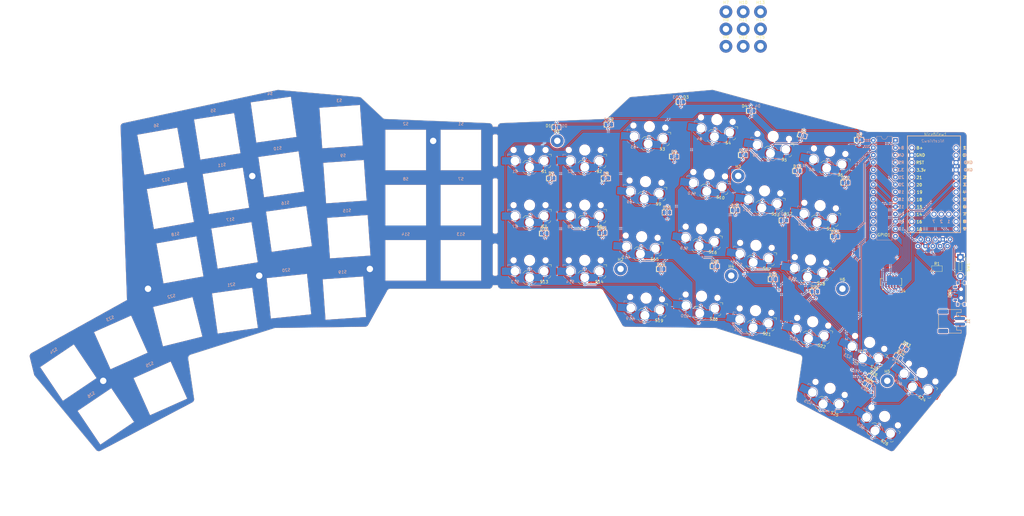
<source format=kicad_pcb>
(kicad_pcb (version 20240108) (generator "pcbnew") (generator_version "8.0")
  (title_block (title "simple_split") (rev "v1.0.0") (company "Unknown"))
  (layers (0 "F.Cu" signal) (31 "B.Cu" signal) (34 "B.Paste" user) (35 "F.Paste" user) (36 "B.SilkS" user "B.Silkscreen") (37 "F.SilkS" user "F.Silkscreen") (38 "B.Mask" user) (39 "F.Mask" user) (44 "Edge.Cuts" user))
  (net 0 "")
  (net 1 "Net-(D1-A)")
  (net 2 "Col_5")
  (net 3 "Net-(D2-A)")
  (net 4 "Net-(D3-A)")
  (net 5 "Net-(D4-A)")
  (net 6 "Net-(D5-A)")
  (net 7 "Net-(D6-A)")
  (net 8 "Net-(D7-A)")
  (net 9 "Net-(D8-A)")
  (net 10 "Net-(D9-A)")
  (net 11 "Net-(D10-A)")
  (net 12 "Net-(D11-A)")
  (net 13 "Net-(D12-A)")
  (net 14 "Row_3")
  (net 15 "Net-(D13-A)")
  (net 16 "Net-(D14-A)")
  (net 17 "Net-(D15-A)")
  (net 18 "Net-(D16-A)")
  (net 19 "Net-(D17-A)")
  (net 20 "Net-(D18-A)")
  (net 21 "Row_4")
  (net 22 "Net-(D19-A)")
  (net 23 "Net-(D20-A)")
  (net 24 "Net-(D21-A)")
  (net 25 "Net-(D22-A)")
  (net 26 "Net-(D23-A)")
  (net 27 "Net-(D24-A)")
  (net 28 "Net-(D25-A)")
  (net 29 "Net-(D26-A)")
  (net 30 "Col_1")
  (net 31 "Col_2")
  (net 32 "Col_3")
  (net 33 "Col_4")
  (net 34 "Col_6")
  (net 35 "Col_7")
  (net 36 "Net-(J1-Pin_1)")
  (net 37 "Net-(J2-Pin_1)")
  (net 38 "VCC")
  (net 39 "Row_1")
  (net 40 "Row_2")
  (net 41 "+BATT")
  (net 42 "GND")
  (net 43 "RESET")
  (net 44 "SCK")
  (net 46 "SCL")
  (net 47 "CS")
  (net 48 "MOSI")
  (net 49 "SDA")
  (net 51 "MISO")
  (net 52 "SS")
  (net 53 "DR")
  (net 61 "GPIO_INTB")
  (net 62 "GPIO_RESET")
  (net 63 "GPIO_INTA")
  (net 72 "TP_BTN1")
  (net 73 "TP_BTN3")
  (net 74 "TP_BTN2")
  (footprint "Library:SW_choc_v1_HS_CPG135001S30_1u_CHAMFER" (layer "F.Cu") (at 305.62471 135.851912 -9)
    (property "Reference" "S11")
    (property "Value" "Keyswitch")
  )
  (footprint "Diode_SMD:D_0805_2012Metric" (layer "F.Cu") (at 232.18391 131.529712)
    (property "Reference" "D7")
    (property "Value" "Diode")
  )
  (footprint "Library:SW_choc_v1_HS_CPG135001S30_1u_CHAMFER" (layer "F.Cu") (at 302.65241 154.617912 -9)
    (property "Reference" "S17")
    (property "Value" "Keyswitch")
  )
  (footprint "MountingHole:MountingHole_2.2mm_M2_Pad_TopBottom" (layer "F.Cu") (at 292.325 86.075)
    (property "Reference" "H9")
    (property "Value" "MountingHole")
  )
  (footprint "MountingHole:MountingHole_2.2mm_M2_Pad_TopBottom" (layer "F.Cu") (at 298.275 86.075)
    (property "Reference" "H12")
    (property "Value" "MountingHole")
  )
  (footprint "Diode_SMD:D_0805_2012Metric" (layer "F.Cu") (at 316.93391 129.029712)
    (property "Reference" "D11")
    (property "Value" "Diode")
  )
  (footprint "MountingHole:MountingHole_2.2mm_M2_Pad_TopBottom" (layer "F.Cu") (at 292.325 74.175)
    (property "Reference" "H7")
    (property "Value" "MountingHole")
  )
  (footprint "Library:SW_choc_v1_HS_CPG135001S30_1u_CHAMFER" (layer "F.Cu") (at 264.63171 132.681112 -4)
    (property "Reference" "S9")
    (property "Value" "Keyswitch")
  )
  (footprint "" (layer "F.Cu") (at 228.80891 150.529712)
    (property "Reference" "")
    (property "Value" "")
  )
  (footprint "MountingHole:MountingHole_2.2mm_M2_Pad_TopBottom" (layer "F.Cu") (at 256.05 162.725)
    (property "Reference" "H2")
    (property "Value" "MountingHole")
  )
  (footprint "Diode_SMD:D_0805_2012Metric" (layer "F.Cu") (at 329.93391 151.529712)
    (property "Reference" "D18")
    (property "Value" "Diode")
  )
  (footprint "Library:SW_choc_v1_HS_CPG135001S30_1u_CHAMFER" (layer "F.Cu") (at 289.19821 111.321112 -8)
    (property "Reference" "S4")
    (property "Value" "Keyswitch")
  )
  (footprint "MountingHole:MountingHole_2.2mm_M2_Pad_TopBottom" (layer "F.Cu") (at 304.225 80.125)
    (property "Reference" "H14")
    (property "Value" "MountingHole")
  )
  (footprint "Library:SW_choc_v1_HS_CPG135001S30_1u_CHAMFER" (layer "F.Cu") (at 328.04851 122.200512 -10)
    (property "Reference" "S6")
    (property "Value" "Keyswitch")
  )
  (footprint "Diode_SMD:D_0805_2012Metric" (layer "F.Cu") (at 251.99641 113.029712)
    (property "Reference" "D2")
    (property "Value" "Diode")
  )
  (footprint "MountingHole:MountingHole_2.2mm_M2_Pad_TopBottom" (layer "F.Cu") (at 292.325 80.125)
    (property "Reference" "H8")
    (property "Value" "MountingHole")
  )
  (footprint "Diode_SMD:D_0805_2012Metric" (layer "F.Cu") (at 229.74641 150.529712)
    (property "Reference" "D13")
    (property "Value" "Diode")
  )
  (footprint "Diode_SMD:D_0805_2012Metric" (layer "F.Cu") (at 271.99641 143.279712)
    (property "Reference" "D15")
    (property "Value" "Diode")
  )
  (footprint "Kicad Footprints:Nice!View" (layer "F.Cu") (at 364.46641 153.879712)
    (property "Reference" "Nice!View1")
    (property "Value" "~")
  )
  (footprint "" (layer "F.Cu") (at 251.05891 113.029712)
    (property "Reference" "")
    (property "Value" "")
  )
  (footprint "Library:SW_choc_v1_HS_CPG135001S30_1u_CHAMFER" (layer "F.Cu") (at 286.55391 130.136212 -8)
    (property "Reference" "S10")
    (property "Value" "Keyswitch")
  )
  (footprint "" (layer "F.Cu") (at 352.963101 189.55625)
    (property "Reference" "")
    (property "Value" "")
  )
  (footprint "Diode_SMD:D_0805_2012Metric" (layer "F.Cu") (at 353.775 190.025 -30)
    (property "Reference" "D23")
    (property "Value" "Diode")
  )
  (footprint "Library:SW_choc_v1_HS_CPG135001S30_1u_CHAMFER" (layer "F.Cu") (at 224.70781 121.775812)
    (property "Reference" "S1")
    (property "Value" "Keyswitch")
  )
  (footprint "" (layer "F.Cu") (at 297.30891 123.529712)
    (property "Reference" "")
    (property "Value" "")
  )
  (footprint "Library:SW_choc_v1_HS_CPG135001S30_1u_CHAMFER" (layer "F.Cu") (at 265.95711 113.727312 -4)
    (property "Reference" "S3")
    (property "Value" "Keyswitch")
  )
  (footprint "Library:SW_choc_v1_HS_CPG135001S30_1u_CHAMFER" (layer "F.Cu") (at 224.70781 140.775812)
    (property "Reference" "S7")
    (property "Value" "Keyswitch")
  )
  (footprint "Library:SW_choc_v1_HS_CPG135001S30_1u_CHAMFER" (layer "F.Cu") (at 322.21311 180.927012 -14)
    (property "Reference" "S22")
    (property "Value" "Keyswitch")
  )
  (footprint "MountingHole:MountingHole_2.2mm_M2_Pad_TopBottom" (layer "F.Cu") (at 234.25 118.625)
    (property "Reference" "H1")
    (property "Value" "MountingHole")
  )
  (footprint "MountingHole:MountingHole_2.2mm_M2_Pad_TopBottom" (layer "F.Cu") (at 304.225 74.175)
    (property "Reference" "H13")
    (property "Value" "MountingHole")
  )
  (footprint "" (layer "F.Cu") (at 343.236899 200.64375)
    (property "Reference" "")
    (property "Value" "")
  )
  (footprint "" (layer "F.Cu") (at 299.18391 123.529712)
    (property "Reference" "")
    (property "Value" "")
  )
  (footprint "MountingHole:MountingHole_2.2mm_M2_Pad_TopBottom" (layer "F.Cu") (at 298.275 74.175)
    (property "Reference" "H10")
    (property "Value" "MountingHole")
  )
  (footprint "Diode_SMD:D_0805_2012Metric" (layer "F.Cu") (at 298.24641 123.529712)
    (property "Reference" "D10")
    (property "Value" "Diode")
  )
  (footprint "Diode_SMD:D_0805_2012Metric" (layer "F.Cu") (at 312.24641 146.029712)
    (property "Reference" "D17")
    (property "Value" "Diode")
  )
  (footprint "Library:SW_choc_v1_HS_CPG135001S30_1u_CHAMFER" (layer "F.Cu") (at 243.70781 140.775812)
    (property "Reference" "S8")
    (property "Value" "Keyswitch")
  )
  (footprint "MountingHole:MountingHole_2.2mm_M2_Pad_TopBottom" (layer "F.Cu") (at 332.45 169.55)
    (property "Reference" "H6")
    (property "Value" "MountingHole")
  )
  (footprint "" (layer "F.Cu") (at 350.863101 192.60625)
    (property "Reference" "")
    (property "Value" "")
  )
  (footprint "" (layer "F.Cu") (at 283.909612 148.951212)
    (property "Reference" "")
    (property "Value" "")
  )
  (footprint "Diode_SMD:D_0805_2012Metric" (layer "F.Cu") (at 342.425 200.175 -30)
    (property "Reference" "D26")
    (property "Value" "Diode")
  )
  (footprint "Diode_SMD:D_0805_2012Metric" (layer "F.Cu") (at 250.99641 131.529712)
    (property "Reference" "D8")
    (property "Value" "Diode")
  )
  (footprint "MountingHole:MountingHole_2.2mm_M2_Pad_TopBottom" (layer "F.Cu") (at 298.275 80.125)
    (property "Reference" "H11")
    (property "Value" "MountingHole")
  )
  (footprint "Library:SW_choc_v1_HS_CPG135001S30_1u_CHAMFER" (layer "F.Cu") (at 283.92741 172.123112 -6)
    (property "Reference" "S20")
    (property "Value" "Keyswitch")
  )
  (footprint "Diode_SMD:D_0805_2012Metric" (layer "F.Cu") (at 249.80891 150.279712)
    (property "Reference" "D14")
    (property "Value" "Diode")
  )
  (footprint "Library:SW_choc_v1_HS_CPG135001S30_1u_CHAMFER" (layer "F.Cu") (at 328.19701 203.862112 -24)
    (property "Reference" "S25")
    (property "Value" "Keyswitch")
  )
  (footprint "ScottoKeebs_Components:Button_MJTP1243" (layer "F.Cu") (at 373.05391 158.729712 -90)
    (property "Reference" "SW1")
    (property "Value" "Switch")
  )
  (footprint "Diode_SMD:D_0805_2012Metric" (layer "F.Cu") (at 333.49641 133.029712)
    (property "Reference" "D12")
    (property "Value" "Diode")
  )
  (footprint "Library:SW_choc_v1_HS_CPG135001S30_1u_CHAMFER" (layer "F.Cu") (at 224.70781 159.775812)
    (property "Reference" "S13")
    (property "Value" "Keyswitch")
  )
  (footprint "Library:SW_choc_v1_HS_CPG135001S30_1u_CHAMFER" (layer "F.Cu") (at 324.74921 140.911812 -10)
    (property "Reference" "S12")
    (property "Value" "Keyswitch")
  )
  (footprint "Diode_SMD:D_0805_2012Metric" (layer "F.Cu") (at 288.49641 161.779712)
    (property "Reference" "D20")
    (property "Value" "Diode")
  )
  (footprint "" (layer "F.Cu") (at 275.43391 124.029712)
    (property "Reference" "")
    (property "Value" "")
  )
  (footprint "Library:SW_choc_v1_HS_CPG135001S30_1u_CHAMFER" (layer "F.Cu") (at 264.83411 172.792912 -4)
    (property "Reference" "S19")
    (property "Value" "Keyswitch")
  )
  (footprint "" (layer "F.Cu") (at 224.707812 159.775812)
    (property "Reference" "")
    (property "Value" "")
  )
  (footprint "MountingHole:MountingHole_2.2mm_M2_Pad_TopBottom" (layer "F.Cu") (at 294.15 165.05)
    (property "Reference" "H4")
    (property "Value" "MountingHole")
  )
  (footprint "Kicad Footprints:Molex-78127-1128-Manufacturer_Recommended" (layer "F.Cu") (at 348.924998 167.225001 180)
    (property "Reference" "J4")
    (property "Value" "78127-1128")
  )
  (footprint "MountingHole:MountingHole_2.2mm_M2_Pad_TopBottom" (layer "F.Cu") (at 296.55 130.725)
    (property "Reference" "H3")
    (property "Value" "MountingHole")
  )
  (footprint "Diode_SMD:D_0805_2012Metric" (layer "F.Cu") (at 276.76 105.22)
    (property "Reference" "D3")
    (property "Value" "Diode")
  )
  (footprint "Diode_SMD:D_0805_2012Metric" (layer "F.Cu") (at 340.975 202.625 -30)
    (property "Reference" "D25")
    (property "Value" "Diode")
  )
  (footprint "MountingHole:MountingHole_2.2mm_M2_Pad_TopBottom" (layer "F.Cu") (at 304.225 86.075)
    (property "Reference" "H15")
    (property "Value" "MountingHole")
  )
  (footprint "" (layer "F.Cu") (at 273.55891 124.029712)
    (property "Reference" "")
    (property "Value" "")
  )
  (footprint "Library:SW_choc_v1_HS_CPG135001S30_1u_CHAMFER" (layer "F.Cu") (at 243.70781 121.775812)
    (property "Reference" "S2")
    (property "Value" "Keyswitch")
  )
  (footprint "" (layer "F.Cu") (at 234.8975 113.94)
    (property "Reference" "")
    (property "Value" "")
  )
  (footprint "Library:SW_choc_v1_HS_CPG135001S30_1u_CHAMFER" (layer "F.Cu") (at 263.30631 151.634812 -4)
    (property "Reference" "S15")
    (property "Value" "Keyswitch")
  )
  (footprint "Diode_SMD:D_0805_2012Metric" (layer "F.Cu") (at 351.675 193.075 -30)
    (property "Reference" "D24")
    (property "Value" "Diode")
  )
  (footprint "Connector_JST:JST_PH_S2B-PH-SM4-TB_1x02-1MP_P2.00mm_Horizontal" (layer "F.Cu") (at 370.04641 180.779712 -90)
    (property "Reference" "J2")
    (property "Value" "2-Pin JST")
  )
  (footprint "ScottoKeebs_Components:Switch_MSK12C02" (layer "F.Cu") (at 373.29641 171.229712 -90)
    (property "Reference" "DS2")
    (property "Value" "SW_DIP_x01")
  )
  (footprint "Diode_SMD:D_0805_2012Metric" (layer "F.Cu") (at 301 108.3)
    (property "Reference" "D4")
    (property "Value" "Diode")
  )
  (footprint "Library:SW_choc_v1_HS_CPG135001S30_1u_CHAMFER" (layer "F.Cu") (at 346.97711 213.517812 -34)
    (property "Reference" "S26")
    (property "Value" "Keyswitch")
  )
  (footprint "" (layer "F.Cu") (at 230.68391 150.529712)
    (property "Reference" "")
    (property "Value" "")
  )
  (footprint "" (layer "F.Cu") (at 341.613101 199.70625)
    (property "Reference" "")
    (property "Value" "")
  )
  (footprint "" (layer "F.Cu") (at 352.486899 193.54375)
    (property "Reference" "")
    (property "Value" "")
  )
  (footprint "Library:SW_choc_v1_HS_CPG135001S30_1u_CHAMFER" (layer "F.Cu") (at 302.50971 177.092712 -8)
    (property "Reference" "S21")
    (property "Value" "Keyswitch")
  )
  (footprint "Diode_SMD:D_0805_2012Metric" (layer "F.Cu") (at 233.96 113.94)
    (property "Reference" "D1")
    (property "Value" "Diode")
  )
  (footprint "MountingHole:MountingHole_2.2mm_M2_Pad_TopBottom" (layer "F.Cu") (at 347.875 201.25)
    (property "Reference" "H5")
    (property "Value" "MountingHole")
  )
  (footprint "Library:SW_choc_v1_HS_CPG135001S30_1u_CHAMFER" (layer "F.Cu") (at 283.90961 148.951212 -8)
    (property "Reference" "S16")
    (property "Value" "Keyswitch")
  )
  (footprint "" (layer "F.Cu") (at 354.586899 190.49375)
    (property "Reference" "")
    (property "Value" "")
  )
  (footprint "Diode_SMD:D_0805_2012Metric" (layer "F.Cu") (at 308.49641 166.279712)
    (property "Reference" "D21")
    (property "Value" "Diode")
  )
  (footprint "Library:SW_choc_v1_HS_CPG135001S30_1u_CHAMFER" (layer "F.Cu") (at 321.44991 159.623212 -10)
    (property "Reference" "S18")
    (property "Value" "Keyswitch")
  )
  (footprint "Diode_SMD:D_0805_2012Metric" (layer "F.Cu") (at 269.99641 162.779712)
    (property "Reference" "D19")
    (property "Value" "Diode")
  )
  (footprint "Diode_SMD:D_0805_2012Metric" (layer "F.Cu") (at 318.65 116.775 -15)
    (property "Reference" "D5")
    (property "Value" "Diode")
  )
  (footprint "Diode_SMD:D_0805_2012Metric" (layer "F.Cu") (at 295.49641 142.529712)
    (property "Reference" "D16")
    (property "Value" "Diode")
  )
  (footprint "Library:SW_choc_v1_HS_CPG135001S30_1u_CHAMFER" (layer "F.Cu") (at 243.70781 159.775812)
    (property "Reference" "S14")
    (property "Value" "Keyswitch")
  )
  (footprint "Library:SW_choc_v1_HS_CPG135001S30_1u_CHAMFER" (layer "F.Cu") (at 341.81301 188.031612 -24)
    (property "Reference" "S23")
    (property "Value" "Keyswitch")
  )
  (footprint "" (layer "F.Cu") (at 252.93391 113.029712)
    (property "Reference" "")
    (property "Value" "")
  )
  (footprint "Diode_SMD:D_0805_2012Metric" (layer "F.Cu") (at 322.93391 170.529712)
    (property "Reference" "D22")
    (property "Value" "Diode")
  )
  (footprint "PCM_Resistor_SMD_AKL:R_0805_2012Metric_Pad1.20x1.40mm_HandSolder" (layer "F.Cu") (at 364.99641 162.654712)
    (property "Reference" "R1")
    (property "Value" "R_0805")
  )
  (footprint "Diode_SMD:D_0805_2012Metric" (layer "F.Cu") (at 338.2 118.3)
    (property "Reference" "D6")
    (property "Value" "Diode")
  )
  (footprint "Library:SW_choc_v1_HS_CPG135001S30_1u_CHAMFER" (layer "F.Cu") (at 308.59691 117.085812 -9)
    (property "Reference" "S5")
    (property "Value" "Keyswitch")
  )
  (footprint "Diode_SMD:D_0805_2012Metric" (layer "F.Cu") (at 274.49641 124.029712)
    (property "Reference" "D9")
    (property "Value" "Diode")
  )
  (footprint "Library:SW_choc_v1_HS_CPG135001S30_1u_CHAMFER" (layer "F.Cu") (at 359.88151 198.431812 -34)
    (property "Reference" "S24")
    (property "Value" "Keyswitch")
  )
  (footprint "" (layer "B.Cu") (at 93.30781 169.574188 180)
    (property "Reference" "")
    (property "Value" "")
  )
  (footprint "Library:SW_choc_v1_HS_CPG135001S30_1u_CHAMFER" (layer "B.Cu") (at 283.909612 148.951212 172)
    (property "Reference" "S16")
    (property "Value" "Keyswitch")
  )
  (footprint "Diode_SMD:D_0805_2012Metric" (layer "B.Cu") (at 249.80891 150.279712 180)
    (property "Reference" "D14")
    (property "Value" "Diode")
  )
  (footprint "ScottoKeebs_Cutout:Cutout_Choc_1.00u" (layer "B.Cu") (at 78.783389 213.52394 -146)
    (property "Reference" "S26")
    (property "Value" "Keyswitch")
    (fp_poly (pts (xy 7 -7) (xy -7 -7) (xy -7 7) (xy 7 7)) (stroke (width 0.05)) (fill none) (layer "Edge.Cuts"))
  )
  (footprint "ScottoKeebs_Cutout:Cutout_Choc_1.00u" (layer "B.Cu") (at 139.206589 130.14234 -172)
    (property "Reference" "S10")
    (property "Value" "Keyswitch")
    (fp_poly (pts (xy 7 -7) (xy -7 -7) (xy -7 7) (xy 7 7)) (stroke (width 0.05)) (fill none) (layer "Edge.Cuts"))
  )
  (footprint "Diode_SMD:D_0805_2012Metric" (layer "B.Cu") (at 250.99641 131.529712 180)
    (property "Reference" "D8")
    (property "Value" "Diode")
  )
  (footprint "Library:SW_choc_v1_HS_CPG135001S30_1u_CHAMFER" (layer "B.Cu") (at 359.881512 198.431812 146)
    (property "Reference" "S24")
    (property "Value" "Keyswitch")
  )
  (footprint "Diode_SMD:D_0805_2012Metric" (layer "B.Cu") (at 322.93391 170.529712 180)
    (property "Reference" "D22")
    (property "Value" "Diode")
  )
  (footprint "Library:SW_choc_v1_HS_CPG135001S30_1u_CHAMFER" (layer "B.Cu") (at 341.813012 188.031612 156)
    (property "Reference" "S23")
    (property "Value" "Keyswitch")
  )
  (footprint "ScottoKeebs_Cutout:Cutout_Choc_1.00u" (layer "B.Cu") (at 120.135789 135.85804 -171)
    (property "Reference" "S11")
    (property "Value" "Keyswitch")
    (fp_poly (pts (xy 7 -7) (xy -7 -7) (xy -7 7) (xy 7 7)) (stroke (width 0.05)) (fill none) (layer "Edge.Cuts"))
  )
  (footprint "Diode_SMD:D_0805_2012Metric" (layer "B.Cu") (at 233.96 113.94 180)
    (property "Reference" "D1")
    (property "Value" "Diode")
  )
  (footprint "Library:SW_choc_v1_HS_CPG135001S30_1u_CHAMFER" (layer "B.Cu") (at 243.707812 140.775812 180)
    (property "Reference" "S8")
    (property "Value" "Keyswitch")
  )
  (footprint "Diode_SMD:D_0805_2012Metric" (layer "B.Cu") (at 316.93391 129.029712 180)
    (property "Reference" "D11")
    (property "Value" "Diode")
  )
  (footprint "Diode_SMD:D_0805_2012Metric" (layer "B.Cu") (at 338.2 118.3 180)
    (property "Reference" "D6")
    (property "Value" "Diode")
  )
  (footprint "Diode_SMD:D_0805_2012Metric" (layer "B.Cu") (at 353.775 190.025 -30)
    (property "Reference" "D23")
    (property "Value" "Diode")
  )
  (footprint "Library:SW_choc_v1_HS_CPG135001S30_1u_CHAMFER" (layer "B.Cu") (at 224.707812 121.775812 180)
    (property "Reference" "S1")
    (property "Value" "Keyswitch")
  )
  (footprint "ScottoKeebs_Cutout:Cutout_Choc_1.00u" (layer "B.Cu") (at 104.310589 159.62934 -170)
    (property "Reference" "S18")
    (property "Value" "Keyswitch")
    (fp_poly (pts (xy 7 -7) (xy -7 -7) (xy -7 7) (xy 7 7)) (stroke (width 0.05)) (fill none) (layer "Edge.Cuts"))
  )
  (footprint "ScottoKeebs_Cutout:Cutout_Choc_1.00u" (layer "B.Cu") (at 101.011289 140.91794 -170)
    (property "Reference" "S12")
    (property "Value" "Keyswitch")
    (fp_poly (pts (xy 7 -7) (xy -7 -7) (xy -7 7) (xy 7 7)) (stroke (width 0.05)) (fill none) (layer "Edge.Cuts"))
  )
  (footprint "Diode_SMD:D_0805_2012Metric" (layer "B.Cu") (at 298.24641 123.529712 180)
    (property "Reference" "D10")
    (property "Value" "Diode")
  )
  (footprint "Library:SW_choc_v1_HS_CPG135001S30_1u_CHAMFER" (layer "B.Cu") (at 328.048512 122.200512 170)
    (property "Reference" "S6")
    (property "Value" "Keyswitch")
  )
  (footprint "Diode_SMD:D_0805_2012Metric" (layer "B.Cu") (at 308.49641 166.279712 180)
    (property "Reference" "D21")
    (property "Value" "Diode")
  )
  (footprint "ScottoKeebs_Cutout:Cutout_Choc_1.00u" (layer "B.Cu") (at 182.052689 121.78194 180)
    (property "Reference" "S2")
    (property "Value" "Keyswitch")
    (fp_rect (start 7 -7) (end -7 7) (stroke (width 0.05)) (fill none) (layer "Edge.Cuts"))
  )
  (footprint "Library:SW_choc_v1_HS_CPG135001S30_1u_CHAMFER" (layer "B.Cu") (at 283.927412 172.123112 174)
    (property "Reference" "S20")
    (property "Value" "Keyswitch")
  )
  (footprint "ScottoKeebs_MCU:Nice_Nano_V2" (layer "B.Cu") (at 363.95641 134.709712 180)
    (property "Reference" "MCU1" (hide yes))
    (property "Value" "Nice!Nano" (hide yes))
  )
  (footprint "ScottoKeebs_Cutout:Cutout_Choc_1.00u" (layer "B.Cu") (at 159.803389 113.73344 -176)
    (property "Reference" "S3")
    (property "Value" "Keyswitch")
    (fp_poly (pts (xy 7 -7) (xy -7 -7) (xy -7 7) (xy 7 7)) (stroke (width 0.05)) (fill none) (layer "Edge.Cuts"))
  )
  (footprint "Library:SW_choc_v1_HS_CPG135001S30_1u_CHAMFER" (layer "B.Cu") (at 324.749212 140.911812 170)
    (property "Reference" "S12")
    (property "Value" "Keyswitch")
  )
  (footprint "ScottoKeebs_Cutout:Cutout_Choc_1.00u" (layer "B.Cu") (at 136.562289 111.32724 -172)
    (property "Reference" "S4")
    (property "Value" "Keyswitch")
    (fp_poly (pts (xy 7 -7) (xy -7 -7) (xy -7 7) (xy 7 7)) (stroke (width 0.05)) (fill none) (layer "Edge.Cuts"))
  )
  (footprint "Library:SW_choc_v1_HS_CPG135001S30_1u_CHAMFER" (layer "B.Cu") (at 305.624712 135.851912 171)
    (property "Reference" "S11")
    (property "Value" "Keyswitch")
  )
  (footprint "" (layer "B.Cu") (at 77.88281 201.274188 180)
    (property "Reference" "")
    (property "Value" "")
  )
  (footprint "Diode_SMD:D_0805_2012Metric" (layer "B.Cu") (at 274.49641 124.029712 180)
    (property "Reference" "D9")
    (property "Value" "Diode")
  )
  (footprint "Diode_SMD:D_0805_2012Metric" (layer "B.Cu") (at 312.24641 146.029712 180)
    (property "Reference" "D17")
    (property "Value" "Diode")
  )
  (footprint "Library:SW_choc_v1_HS_CPG135001S30_1u_CHAMFER" (layer "B.Cu") (at 263.306312 151.634812 176)
    (property "Reference" "S15")
    (property "Value" "Keyswitch")
  )
  (footprint "" (layer "B.Cu") (at 169.70781 162.749188 180)
    (property "Reference" "")
    (property "Value" "")
  )
  (footprint "Diode_SMD:D_0805_2012Metric" (layer "B.Cu") (at 342.425 200.175 -30)
    (property "Reference" "D26")
    (property "Value" "Diode")
  )
  (footprint "Diode_SMD:D_0805_2012Metric" (layer "B.Cu") (at 232.18391 131.529712 180)
    (property "Reference" "D7")
    (property "Value" "Diode")
  )
  (footprint "ScottoKeebs_Cutout:Cutout_Choc_1.00u" (layer "B.Cu") (at 162.454189 151.64094 -176)
    (property "Reference" "S15")
    (property "Value" "Keyswitch")
    (fp_poly (pts (xy 7 -7) (xy -7 -7) (xy -7 7) (xy 7 7)) (stroke (width 0.05)) (fill none) (layer "Edge.Cuts"))
  )
  (footprint "Library:SW_choc_v1_HS_CPG135001S30_1u_CHAMFER" (layer "B.Cu") (at 302.652412 154.617912 171)
    (property "Reference" "S17")
    (property "Value" "Keyswitch")
  )
  (footprint "Library:SW_choc_v1_HS_CPG135001S30_1u_CHAMFER" (layer "B.Cu") (at 264.631712 132.681112 176)
    (property "Reference" "S9")
    (property "Value" "Keyswitch")
  )
  (footprint "Library:SW_choc_v1_HS_CPG135001S30_1u_CHAMFER" (layer "B.Cu") (at 224.707812 159.775812 180)
    (property "Reference" "S13")
    (property "Value" "Keyswitch")
  )
  (footprint "Diode_SMD:D_0805_2012Metric" (layer "B.Cu") (at 269.99641 162.779712 180)
    (property "Reference" "D19")
    (property "Value" "Diode")
  )
  (footprint "Diode_SMD:D_0805_2012Metric" (layer "B.Cu") (at 288.49641 161.779712 180)
    (property "Reference" "D20")
    (property "Value" "Diode")
  )
  (footprint "Library:SW_choc_v1_HS_CPG135001S30_1u_CHAMFER" (layer "B.Cu") (at 328.197012 203.862112 156)
    (property "Reference" "S25")
    (property "Value" "Keyswitch")
  )
  (footprint "Library:SW_choc_v1_HS_CPG135001S30_1u_CHAMFER" (layer "B.Cu") (at 286.553912 130.136212 172)
    (property "Reference" "S10")
    (property "Value" "Keyswitch")
  )
  (footprint "Kicad Footprints:Nice!View" (layer "B.Cu") (at 363.55641 156.185712 180)
    (property "Reference" "Nice!View2")
    (property "Value" "~")
  )
  (footprint "ScottoKeebs_Cutout:Cutout_Choc_1.00u" (layer "B.Cu") (at 141.850889 148.95734 -172)
    (property "Reference" "S16")
    (property "Value" "Keyswitch")
    (fp_poly (pts (xy 7 -7) (xy -7 -7) (xy -7 7) (xy 7 7)) (stroke (width 0.05)) (fill none) (layer "Edge.Cuts"))
  )
  (footprint "ScottoKeebs_Cutout:Cutout_Choc_1.00u" (layer "B.Cu") (at 161.128789 132.68724 -176)
    (property "Reference" "S9")
    (property "Value" "Keyswitch")
    (fp_poly (pts (xy 7 -7) (xy -7 -7) (xy -7 7) (xy 7 7)) (stroke (width 0.05)) (fill none) (layer "Edge.Cuts"))
  )
  (footprint "Library:SW_choc_v1_HS_CPG135001S30_1u_CHAMFER" (layer "B.Cu") (at 265.957112 113.727312 176)
    (property "Reference" "S3")
    (property "Value" "Keyswitch")
  )
  (footprint "Library:SW_choc_v1_HS_CPG135001S30_1u_CHAMFER" (layer "B.Cu") (at 264.834112 172.792912 176)
    (property "Reference" "S19")
    (property "Value" "Keyswitch")
  )
  (footprint "Connector_JST:JST_PH_S2B-PH-SM4-TB_1x02-1MP_P2.00mm_Horizontal" (layer "B.Cu") (at 370.04641 180.779712 90)
    (property "Reference" "J1")
    (property "Value" "2-Pin JST")
  )
  (footprint "ScottoKeebs_Cutout:Cutout_Choc_1.00u" (layer "B.Cu") (at 83.947489 188.03774 -156)
    (property "Reference" "S23")
    (property "Value" "Keyswitch")
    (fp_poly (pts (xy 7 -7) (xy -7 -7) (xy -7 7) (xy 7 7)) (stroke (width 0.05)) (fill none) (layer "Edge.Cuts"))
  )
  (footprint "Package_DIP:DIP-28_W7.62mm" (layer "B.Cu") (at 350.69641 118.439712 180)
    (property "Reference" "GPIO1")
    (property "Value" "MCP23017_SP")
  )
  (footprint "Diode_SMD:D_0805_2012Metric" (layer "B.Cu") (at 295.49641 142.529712 180)
    (property "Reference" "D16")
    (property "Value" "Diode")
  )
  (footprint "ScottoKeebs_Cutout:Cutout_Choc_1.00u" (layer "B.Cu") (at 123.250789 177.09884 -172)
    (property "Reference" "S21")
    (property "Value" "Keyswitch")
    (fp_poly (pts (xy 7 -7) (xy -7 -7) (xy -7 7) (xy 7 7)) (stroke (width 0.05)) (fill none) (layer "Edge.Cuts"))
  )
  (footprint "Library:SW_choc_v1_HS_CPG135001S30_1u_CHAMFER" (layer "B.Cu") (at 321.449912 159.623212 170)
    (property "Reference" "S18")
    (property "Value" "Keyswitch")
  )
  (footprint "Diode_SMD:D_0805_2012Metric" (layer "B.Cu") (at 301 108.3 180)
    (property "Reference" "D4")
    (property "Value" "Diode")
  )
  (footprint "ScottoKeebs_Cutout:Cutout_Choc_1.00u" (layer "B.Cu") (at 141.833089 172.12924 -174)
    (property "Reference" "S20")
    (property "Value" "Keyswitch")
    (fp_poly (pts (xy 7 -7) (xy -7 -7) (xy -7 7) (xy 7 7)) (stroke (width 0.05)) (fill none) (layer "Edge.Cuts"))
  )
  (footprint "ScottoKeebs_Cutout:Cutout_Choc_1.00u" (layer "B.Cu") (at 97.711989 122.20664 -170)
    (property "Reference" "S6")
    (property "Value" "Keyswitch")
    (fp_poly (pts (xy 7 -7) (xy -7 -7) (xy -7 7) (xy 7 7)) (stroke (width 0.05)) (fill none) (layer "Edge.Cuts"))
  )
  (footprint "ScottoKeebs_Cutout:Cutout_Choc_1.00u" (layer "B.Cu") (at 97.563489 203.86824 -156)
    (property "Reference" "S25")
    (property "Value" "Keyswitch")
    (fp_poly (pts (xy 7 -7) (xy -7 -7) (xy -7 7) (xy 7 7)) (stroke (width 0.05)) (fill none) (layer "Edge.Cuts"))
  )
  (footprint "Library:SW_choc_v1_HS_CPG135001S30_1u_CHAMFER" (layer "B.Cu") (at 322.213112 180.927012 166)
    (property "Reference" "S22")
    (property "Value" "Keyswitch")
  )
  (footprint "" (layer "B.Cu") (at 191.50781 118.649188 180)
    (property "Reference" "")
    (property "Value" "")
  )
  (footprint "Diode_SMD:D_0805_2012Metric" (layer "B.Cu") (at 333.49641 133.029712 180)
    (property "Reference" "D12")
    (property "Value" "Diode")
  )
  (footprint "ScottoKeebs_Cutout:Cutout_Choc_1.00u" (layer "B.Cu") (at 201.052689 159.78194 180)
    (property "Reference" "S13")
    (property "Value" "Keyswitch")
    (fp_rect (start 7 -7) (end -7 7) (stroke (width 0.05)) (fill none) (layer "Edge.Cuts"))
  )
  (footprint "Diode_SMD:D_0805_2012Metric" (layer "B.Cu") (at 251.99641 113.029712 180)
    (property "Reference" "D2")
    (property "Value" "Diode")
  )
  (footprint "Library:SW_choc_v1_HS_CPG135001S30_1u_CHAMFER" (layer "B.Cu") (at 346.977112 213.517812 146)
    (property "Reference" "S26")
    (property "Value" "Keyswitch")
  )
  (footprint "Diode_SMD:D_0805_2012Metric" (layer "B.Cu") (at 340.975 202.625 -30)
    (property "Reference" "D25")
    (property "Value" "Diode")
  )
  (footprint "ScottoKeebs_Cutout:Cutout_Choc_1.00u" (layer "B.Cu") (at 201.052689 121.78194 180)
    (property "Reference" "S1")
    (property "Value" "Keyswitch")
    (fp_rect (start 7 -7) (end -7 7) (stroke (width 0.05)) (fill none) (layer "Edge.Cuts"))
  )
  (footprint "ScottoKeebs_Cutout:Cutout_Choc_1.00u" (layer "B.Cu") (at 182.052689 159.78194 180)
    (property "Reference" "S14")
    (property "Value" "Keyswitch")
    (fp_rect (start 7 -7) (end -7 7) (stroke (width 0.05)) (fill none) (layer "Edge.Cuts"))
  )
  (footprint "ScottoKeebs_Cutout:Cutout_Choc_1.00u" (layer "B.Cu") (at 117.163589 117.09194 -171)
    (property "Reference" "S5")
    (property "Value" "Keyswitch")
    (fp_poly (pts (xy 7 -7) (xy -7 -7) (xy -7 7) (xy 7 7)) (stroke (width 0.05)) (fill none) (layer "Edge.Cuts"))
  )
  (footprint "Library:SW_choc_v1_HS_CPG135001S30_1u_CHAMFER" (layer "B.Cu") (at 302.509712 177.092712 172)
    (property "Reference" "S21")
    (property "Value" "Keyswitch")
  )
  (footprint "" (layer "B.Cu") (at 131.60781 165.074188 180)
    (property "Reference" "")
    (property "Value" "")
  )
  (footprint "ScottoKeebs_Cutout:Cutout_Choc_1.00u" (layer "B.Cu") (at 160.926389 172.79904 -176)
    (property "Reference" "S19")
    (property "Value" "Keyswitch")
    (fp_poly (pts (xy 7 -7) (xy -7 -7) (xy -7 7) (xy 7 7)) (stroke (width 0.05)) (fill none) (layer "Edge.Cuts"))
  )
  (footprint "ScottoKeebs_Cutout:Cutout_Choc_1.00u" (layer "B.Cu") (at 182.052689 140.78194 180)
    (property "Reference" "S8")
    (property "Value" "Keyswitch")
    (fp_rect (start 7 -7) (end -7 7) (stroke (width 0.05)) (fill none) (layer "Edge.Cuts"))
  )
  (footprint "Library:SW_choc_v1_HS_CPG135001S30_1u_CHAMFER" (layer "B.Cu") (at 243.707812 159.775812 180)
    (property "Reference" "S14")
    (property "Value" "Keyswitch")
  )
  (footprint "Diode_SMD:D_0805_2012Metric" (layer "B.Cu") (at 329.93391 151.529712 180)
    (property "Reference" "D18")
    (property "Value" "Diode")
  )
  (footprint "" (layer "B.Cu") (at 129.20781 130.749188 180)
    (property "Reference" "")
    (property "Value" "")
  )
  (footprint "Diode_SMD:D_0805_2012Metric" (layer "B.Cu") (at 318.65 116.775 165)
    (property "Reference" "D5")
    (property "Value" "Diode")
  )
  (footprint "Diode_SMD:D_0805_2012Metric" (layer "B.Cu") (at 271.99641 143.279712 180)
    (property "Reference" "D15")
    (property "Value" "Diode")
  )
  (footprint "Library:SW_choc_v1_HS_CPG135001S30_1u_CHAMFER" (layer "B.Cu") (at 289.198212 111.321112 172)
    (property "Reference" "S4")
    (property "Value" "Keyswitch")
  )
  (footprint "ScottoKeebs_Cutout:Cutout_Choc_1.00u" (layer "B.Cu") (at 65.878989 198.43794 -146)
    (property "Reference" "S24")
    (property "Value" "Keyswitch")
    (fp_poly (pts (xy 7 -7) (xy -7 -7) (xy -7 7) (xy 7 7)) (stroke (width 0.05)) (fill none) (layer "Edge.Cuts"))
  )
  (footprint "Diode_SMD:D_0805_2012Metric" (layer "B.Cu") (at 229.74641 150.529712 180)
    (property "Reference" "D13")
    (property "Value" "Diode")
  )
  (footprint "ScottoKeebs_Cutout:Cutout_Choc_1.00u" (layer "B.Cu") (at 103.547389 180.93314 -166)
    (property "Reference" "S22")
    (property "Value" "Keyswitch")
    (fp_poly (pts (xy 7 -7) (xy -7 -7) (xy -7 7) (xy 7 7)) (stroke (width 0.05)) (fill none) (layer "Edge.Cuts"))
  )
  (footprint "ScottoKeebs_Cutout:Cutout_Choc_1.00u" (layer "B.Cu") (at 201.052689 140.78194 180)
    (property "Reference" "S7")
    (property "Value" "Keyswitch")
    (fp_rect (start 7 -7) (end -7 7) (stroke (width 0.05)) (fill none) (layer "Edge.Cuts"))
  )
  (footprint "Library:SW_choc_v1_HS_CPG135001S30_1u_CHAMFER" (layer "B.Cu") (at 243.707812 121.775812 180)
    (property "Reference" "S2")
    (property "Value" "Keyswitch")
  )
  (footprint "Diode_SMD:D_0805_2012Metric" (layer "B.Cu") (at 276.76 105.22 180)
    (property "Reference" "D3")
    (property "Value" "Diode")
  )
  (footprint "ScottoKeebs_Components:Switch_MSK12C02" (layer "B.Cu") (at 373.29641 171.229712 90)
    (property "Reference" "DS1")
    (property "Value" "SW_DIP_x01")
  )
  (footprint "Diode_SMD:D_0805_2012Metric" (layer "B.Cu") (at 351.675 193.075 -30)
    (property "Reference" "D24")
    (property "Value" "Diode")
  )
  (footprint "Library:SW_choc_v1_HS_CPG135001S30_1u_CHAMFER" (layer "B.Cu") (at 224.707812 140.775812 180)
    (property "Reference" "S7")
    (property "Value" "Keyswitch")
  )
  (footprint "Library:SW_choc_v1_HS_CPG135001S30_1u_CHAMFER" (layer "B.Cu") (at 308.596912 117.085812 171)
    (property "Reference" "S5")
    (property "Value" "Keyswitch")
  )
  (footprint "ScottoKeebs_Cutout:Cutout_Choc_1.00u" (layer "B.Cu") (at 123.108089 154.62404 -171)
    (property "Reference" "S17")
    (property "Value" "Keyswitch")
    (fp_poly (pts (xy 7 -7) (xy -7 -7) (xy -7 7) (xy 7 7)) (stroke (width 0.05)) (fill none) (layer "Edge.Cuts"))
  )
  (gr_line (start 213.78 132.145) (end 213.78 149.965) (stroke (width 0.05)) (layer "Edge.Cuts"))
  (gr_line (start 212.001974 113.79219) (end 213.758525 113.786062) (stroke (width 0.05)) (layer "Edge.Cuts"))
  (gr_line (start 213.75 154.605) (end 213.75 164.485) (stroke (width 0.05)) (layer "Edge.Cuts"))
  (gr_line (start 212.655 116.36) (end 213.145 116.36) (stroke (width 0.05)) (layer "Edge.Cuts"))
  (gr_arc (start 251.60366 110.742281) (mid 251.225595 110.987202) (end 250.785814 111.084754) (stroke (width 0.1)) (layer "Edge.Cuts"))
  (gr_line (start 213.115 165.12) (end 212.625 165.12) (stroke (width 0.05)) (layer "Edge.Cuts"))
  (gr_line (start 107.142873 193.62872) (end 109.180333 207.40207) (stroke (width 0.1)) (layer "Edge.Cuts"))
  (gr_line (start 166.822258 103.87224) (end 174.156839 110.748409) (stroke (width 0.1)) (layer "Edge.Cuts"))
  (gr_arc (start 212.655 127.51) (mid 212.205987 127.324013) (end 212.02 126.875) (stroke (width 0.05)) (layer "Edge.Cuts"))
  (gr_line (start 250.114634 170.248387) (end 256.611567 181.981215) (stroke (width 0.05)) (layer "Edge.Cuts"))
  (gr_line (start 54.124569 199.239732) (end 52.610822 193.102778) (stroke (width 0.05)) (layer "Edge.Cuts"))
  (gr_arc (start 341.427578 115.565846) (mid 341.260001 115.554749) (end 341.095358 115.521623) (stroke (width 0.1)) (layer "Edge.Cuts"))
  (gr_line (start 257.70532 182.635873) (end 288.601717 183.056342) (stroke (width 0.05)) (layer "Edge.Cuts"))
  (gr_arc (start 213.145 131.51) (mid 213.594013 131.695987) (end 213.78 132.145) (stroke (width 0.05)) (layer "Edge.Cuts"))
  (gr_line (start 375.207611 116.933005) (end 375.158525 184.952484) (stroke (width 0.1)) (layer "Edge.Cuts"))
  (gr_arc (start 211.99 154.605) (mid 212.175987 154.155987) (end 212.625 153.97) (stroke (width 0.05)) (layer "Edge.Cuts"))
  (gr_line (start 169.148932 181.987343) (end 175.645865 170.254515) (stroke (width 0.05)) (layer "Edge.Cuts"))
  (gr_line (start 86.08 173.44) (end 53.232197 191.685637) (stroke (width 0.05)) (layer "Edge.Cuts"))
  (gr_arc (start 109.180333 207.40207) (mid 109.056624 208.162446) (end 108.516156 208.711417) (stroke (width 0.05)) (layer "Edge.Cuts"))
  (gr_line (start 138.227074 101.09172) (end 166.06463 103.533611) (stroke (width 0.1)) (layer "Edge.Cuts"))
  (gr_arc (start 54.226381 199.441904) (mid 54.164077 199.346559) (end 54.124569 199.239732) (stroke (width 0.05)) (layer "Edge.Cuts"))
  (gr_arc (start 212.001974 168.301974) (mid 211.63 169.2) (end 210.731974 169.571974) (stroke (width 0.1)) (layer "Edge.Cuts"))
  (gr_line (start 348.795656 225.33471) (end 317.244343 208.705289) (stroke (width 0.05)) (layer "Edge.Cuts"))
  (gr_arc (start 107.142873 193.62872) (mid 107.329658 192.780065) (end 108.018331 192.250128) (stroke (width 0.1)) (layer "Edge.Cuts"))
  (gr_line (start 137.158782 183.06247) (end 168.055179 182.642001) (stroke (width 0.05)) (layer "Edge.Cuts"))
  (gr_line (start 373.94137 115.662095) (end 341.427578 115.565846) (stroke (width 0.05)) (layer "Edge.Cuts"))
  (gr_arc (start 166.06463 103.533611) (mid 166.471883 103.639298) (end 166.822258 103.87224) (stroke (width 0.1)) (layer "Edge.Cuts"))
  (gr_line (start 375.158525 184.952484) (end 371.608126 199.346324) (stroke (width 0.05)) (layer "Edge.Cuts"))
  (gr_line (start 212.635 131.51) (end 213.145 131.51) (stroke (width 0.05)) (layer "Edge.Cuts"))
  (gr_arc (start 350.366322 225.020783) (mid 349.636721 225.45658) (end 348.795656 225.33471) (stroke (width 0.05)) (layer "Edge.Cuts"))
  (gr_arc (start 210.782733 112.523204) (mid 211.647778 112.912285) (end 212.001974 113.79219) (stroke (width 0.1)) (layer "Edge.Cuts"))
  (gr_arc (start 288.601717 183.056342) (mid 288.756756 183.075369) (end 288.90829 183.113272) (stroke (width 0.1)) (layer "Edge.Cuts"))
  (gr_line (start 174.974685 111.090882) (end 210.782733 112.523204) (stroke (width 0.1)) (layer "Edge.Cuts"))
  (gr_line (start 212.02 126.875) (end 212.02 116.995) (stroke (width 0.05)) (layer "Edge.Cuts"))
  (gr_line (start 316.580166 207.395942) (end 318.617626 193.622592) (stroke (width 0.1)) (layer "Edge.Cuts"))
  (gr_arc (start 213.145 116.36) (mid 213.594013 116.545987) (end 213.78 116.995) (stroke (width 0.05)) (layer "Edge.Cuts"))
  (gr_arc (start 287.533425 101.085592) (mid 287.756761 101.08571) (end 287.976622 101.124956) (stroke (width 0.1)) (layer "Edge.Cuts"))
  (gr_line (start 248.988671 169.565846) (end 215.028525 169.565846) (stroke (width 0.1)) (layer "Edge.Cuts"))
  (gr_arc (start 373.94137 115.662095) (mid 374.837317 116.03571) (end 375.207611 116.933005) (stroke (width 0.1)) (layer "Edge.Cuts"))
  (gr_arc (start 76.964843 225.340838) (mid 76.12378 225.462708) (end 75.394177 225.026911) (stroke (width 0.05)) (layer "Edge.Cuts"))
  (gr_line (start 108.516156 208.711417) (end 76.964843 225.340838) (stroke (width 0.05)) (layer "Edge.Cuts"))
  (gr_arc (start 212 132.145) (mid 212.185987 131.695987) (end 212.635 131.51) (stroke (width 0.05)) (layer "Edge.Cuts"))
  (gr_arc (start 213.75 164.485) (mid 213.564013 164.934013) (end 213.115 165.12) (stroke (width 0.05)) (layer "Edge.Cuts"))
  (gr_line (start 213.78 116.995) (end 213.78 126.875) (stroke (width 0.05)) (layer "Edge.Cuts"))
  (gr_line (start 251.60366 110.742281) (end 258.938241 103.866112) (stroke (width 0.1)) (layer "Edge.Cuts"))
  (gr_arc (start 212.02 116.995) (mid 212.205987 116.545987) (end 212.655 116.36) (stroke (width 0.05)) (layer "Edge.Cuts"))
  (gr_arc (start 174.974685 111.090882) (mid 174.534906 110.993331) (end 174.156839 110.748409) (stroke (width 0.1)) (layer "Edge.Cuts"))
  (gr_arc (start 137.783877 101.131084) (mid 138.003738 101.091838) (end 138.227074 101.09172) (stroke (width 0.1)) (layer "Edge.Cuts"))
  (gr_line (start 287.976622 101.124956) (end 341.095358 115.521623) (stroke (width 0.1)) (layer "Edge.Cuts"))
  (gr_line (start 212.001974 168.301974) (end 213.758525 168.295846) (stroke (width 0.05)) (layer "Edge.Cuts"))
  (gr_arc (start 136.852209 183.1194) (mid 137.003743 183.081497) (end 137.158782 183.06247) (stroke (width 0.1)) (layer "Edge.Cuts"))
  (gr_line (start 210.731974 169.571974) (end 176.771828 169.571974) (stroke (width 0.1)) (layer "Edge.Cuts"))
  (gr_arc (start 258.938241 103.866112) (mid 259.288617 103.633169) (end 259.695869 103.527483) (stroke (width 0.1)) (layer "Edge.Cuts"))
  (gr_arc (start 175.645865 170.254515) (mid 176.113491 169.75594) (end 176.771828 169.571974) (stroke (width 0.1)) (layer "Edge.Cuts"))
  (gr_line (start 259.695869 103.527483) (end 287.533425 101.085592) (stroke (width 0.1)) (layer "Edge.Cuts"))
  (gr_line (start 213.145 127.51) (end 212.655 127.51) (stroke (width 0.05)) (layer "Edge.Cuts"))
  (gr_line (start 211.99 164.485) (end 211.99 154.605) (stroke (width 0.05)) (layer "Edge.Cuts"))
  (gr_arc (start 215.028525 169.565846) (mid 214.130499 169.193872) (end 213.758525 168.295846) (stroke (width 0.1)) (layer "Edge.Cuts"))
  (gr_arc (start 52.610822 193.102778) (mid 52.680743 192.288628) (end 53.232197 191.685637) (stroke (width 0.05)) (layer "Edge.Cuts"))
  (gr_arc (start 83.877648 113.944717) (mid 84.080762 113.022798) (end 84.863962 112.495742) (stroke (width 0.05)) (layer "Edge.Cuts"))
  (gr_arc (start 257.70532 182.635873) (mid 257.070363 182.455702) (end 256.611567 181.981215) (stroke (width 0.05)) (layer "Edge.Cuts"))
  (gr_arc (start 317.244343 208.705289) (mid 316.703873 208.156314) (end 316.580166 207.395942) (stroke (width 0.05)) (layer "Edge.Cuts"))
  (gr_arc (start 213.78 126.875) (mid 213.594013 127.324013) (end 213.145 127.51) (stroke (width 0.05)) (layer "Edge.Cuts"))
  (gr_arc (start 213.758525 113.786062) (mid 214.112723 112.906155) (end 214.977766 112.517076) (stroke (width 0.1)) (layer "Edge.Cuts"))
  (gr_arc (start 212.635 150.6) (mid 212.185987 150.414013) (end 212 149.965) (stroke (width 0.05)) (layer "Edge.Cuts"))
  (gr_line (start 86.08 173.44) (end 83.877648 113.944717) (stroke (width 0.05)) (layer "Edge.Cuts"))
  (gr_line (start 317.742168 192.244) (end 288.90829 183.113272) (stroke (width 0.1)) (layer "Edge.Cuts"))
  (gr_arc (start 169.148932 181.987343) (mid 168.690136 182.46183) (end 168.055179 182.642001) (stroke (width 0.05)) (layer "Edge.Cuts"))
  (gr_arc (start 213.115 153.97) (mid 213.564013 154.155987) (end 213.75 154.605) (stroke (width 0.05)) (layer "Edge.Cuts"))
  (gr_arc (start 213.78 149.965) (mid 213.594013 150.414013) (end 213.145 150.6) (stroke (width 0.05)) (layer "Edge.Cuts"))
  (gr_line (start 212 149.965) (end 212 132.145) (stroke (width 0.05)) (layer "Edge.Cuts"))
  (gr_arc (start 212.625 165.12) (mid 212.175987 164.934013) (end 211.99 164.485) (stroke (width 0.05)) (layer "Edge.Cuts"))
  (gr_line (start 214.977766 112.517076) (end 250.785814 111.084754) (stroke (width 0.1)) (layer "Edge.Cuts"))
  (gr_line (start 213.145 150.6) (end 212.635 150.6) (stroke (width 0.05)) (layer "Edge.Cuts"))
  (gr_line (start 75.394177 225.026911) (end 54.226381 199.441904) (stroke (width 0.1)) (layer "Edge.Cuts"))
  (gr_line (start 136.852209 183.1194) (end 108.018331 192.250128) (stroke (width 0.1)) (layer "Edge.Cuts"))
  (gr_arc (start 248.988671 169.565846) (mid 249.647009 169.749813) (end 250.114634 170.248387) (stroke (width 0.1)) (layer "Edge.Cuts"))
  (gr_line (start 212.625 153.97) (end 213.115 153.97) (stroke (width 0.05)) (layer "Edge.Cuts"))
  (gr_arc (start 317.742168 192.244) (mid 318.430839 192.773933) (end 318.617626 193.622592) (stroke (width 0.1)) (layer "Edge.Cuts"))
  (gr_line (start 84.863962 112.495742) (end 137.783877 101.131084) (stroke (width 0.1)) (layer "Edge.Cuts"))
  (gr_line (start 371.608126 199.346324) (end 350.366322 225.020783) (stroke (width 0.1)) (layer "Edge.Cuts"))
  (segment (start 224.138622 125.05) (end 224.9 125.05) (width 0.25) (layer "F.Cu") (net 1))
  (segment (start 234.8975 114.838429) (end 233.924724 115.811205) (width 0.25) (layer "F.Cu") (net 1))
  (segment (start 234.8975 113.94) (end 234.8975 114.838429) (width 0.25) (layer "F.Cu") (net 1))
  (segment (start 221.46281 127.725812) (end 224.138622 125.05) (width 0.25) (layer "F.Cu") (net 1))
  (segment (start 226.782812 121.467188) (end 226.782812 123.167188) (width 0.25) (layer "F.Cu") (net 1))
  (segment (start 226.782812 123.167188) (end 224.9 125.05) (width 0.25) (layer "F.Cu") (net 1))
  (segment (start 233.924724 115.811205) (end 232.438795 115.811205) (width 0.25) (layer "F.Cu") (net 1))
  (segment (start 232.438795 115.811205) (end 226.782812 121.467188) (width 0.25) (layer "F.Cu") (net 1))
  (via (at 233.924724 115.811205) (size 0.8) (drill 0.4) (layers "F.Cu" "B.Cu") (net 1))
  (via (at 224.9 125.05) (size 0.8) (drill 0.4) (layers "F.Cu" "B.Cu") (net 1))
  (segment (start 224.9 125.05) (end 225.277 125.05) (width 0.25) (layer "B.Cu") (net 1))
  (segment (start 233.0225 114.908981) (end 233.924724 115.811205) (width 0.25) (layer "B.Cu") (net 1))
  (segment (start 233.0225 113.94) (end 233.0225 114.908981) (width 0.25) (layer "B.Cu") (net 1))
  (segment (start 225.277 125.05) (end 227.952812 127.725812) (width 0.25) (layer "B.Cu") (net 1))
  (segment (start 341.367929 193.532071) (end 341.367929 194.285279) (width 0.25) (layer "F.Cu") (net 2))
  (segment (start 336.2 197.875) (end 342.807955 197.875) (width 0.25) (layer "F.Cu") (net 2))
  (segment (start 339.525 123.359188) (end 341.675 121.209188) (width 0.25) (layer "F.Cu") (net 2))
  (segment (start 341.367929 194.285279) (end 340.211001 195.442207) (width 0.25) (layer "F.Cu") (net 2))
  (segment (start 306.93 125.19) (end 313.043216 125.19) (width 0.25) (layer "F.Cu") (net 2))
  (segment (start 304.273078 143.938952) (end 311.885743 143.938952) (width 0.25) (layer "F.Cu") (net 2))
  (segment (start 307.010816 162.81) (end 310.209271 159.611545) (width 0.25) (layer "F.Cu") (net 2))
  (segment (start 340.211001 195.442207) (end 336.97224 195.442207) (width 0.25) (layer "F.Cu") (net 2))
  (segment (start 341.675 120.500129) (end 342.425129 119.75) (width 0.25) (layer "F.Cu") (net 2))
  (segment (start 349.571413 127.474715) (end 350.69641 128.599712) (width 0.25) (layer "F.Cu") (net 2))
  (segment (start 349.571413 125.85) (end 349.571413 127.474715) (width 0.25) (layer "F.Cu") (net 2))
  (segment (start 313.181571 142.643124) (end 313.181571 140.845545) (width 0.25) (layer "F.Cu") (net 2))
  (segment (start 345.673547 191.516091) (end 343.383909 191.516091) (width 0.25) (layer "F.Cu") (net 2))
  (segment (start 344.642955 196.04) (end 346.590881 196.04) (width 0.25) (layer "F.Cu") (net 2))
  (segment (start 346.590881 196.04) (end 347.81993 194.810951) (width 0.25) (layer "F.Cu") (net 2))
  (segment (start 333.745022 183.779978) (end 339.525 178) (width 0.25) (layer "F.Cu") (net 2))
  (segment (start 347.81993 193.662474) (end 345.673547 191.516091) (width 0.25) (layer "F.Cu") (net 2))
  (segment (start 343.471413 119.75) (end 349.571413 125.85) (width 0.25) (layer "F.Cu") (net 2))
  (segment (start 311.885743 143.938952) (end 313.181571 142.643124) (width 0.25) (layer "F.Cu") (net 2))
  (segment (start 343.383909 191.516091) (end 341.367929 193.532071) (width 0.25) (layer "F.Cu") (net 2))
  (segment (start 341.675 121.209188) (end 341.675 120.500129) (width 0.25) (layer "F.Cu") (net 2))
  (segment (start 336.97224 195.442207) (end 333.745022 192.214989) (width 0.25) (layer "F.Cu") (net 2))
  (segment (start 333.745022 192.214989) (end 333.745022 183.779978) (width 0.25) (layer "F.Cu") (net 2))
  (segment (start 342.807955 197.875) (end 344.642955 196.04) (width 0.25) (layer "F.Cu") (net 2))
  (segment (start 313.043216 125.19) (end 316.153771 122.079445) (width 0.25) (layer "F.Cu") (net 2))
  (segment (start 301.43 162.81) (end 307.010816 162.81) (width 0.25) (layer "F.Cu") (net 2))
  (segment (start 342.425129 119.75) (end 343.471413 119.75) (width 0.25) (layer "F.Cu") (net 2))
  (segment (start 339.525 178) (end 339.525 123.359188) (width 0.25) (layer "F.Cu") (net 2))
  (segment (start 335.775 197.45) (end 336.2 197.875) (width 0.25) (layer "F.Cu") (net 2))
  (segment (start 347.81993 194.810951) (end 347.81993 193.662474) (width 0.25) (layer "F.Cu") (net 2))
  (via (at 306.93 125.19) (size 0.8) (drill 0.4) (layers "F.Cu" "B.Cu") (net 2))
  (via (at 304.273078 143.938952) (size 0.8) (drill 0.4) (layers "F.Cu" "B.Cu") (net 2))
  (via (at 301.43 162.81) (size 0.8) (drill 0.4) (layers "F.Cu" "B.Cu") (net 2))
  (via (at 335.775 197.45) (size 0.8) (drill 0.4) (layers "F.Cu" "B.Cu") (net 2))
  (segment (start 299.99641 119.629459) (end 299.866792 119.499841) (width 0.25) (layer "B.Cu") (net 2))
  (segment (start 310.706974 162.81) (end 301.43 162.81) (width 0.25) (layer "B.Cu") (net 2))
  (segment (start 332.755567 185.355567) (end 316.535 169.135) (width 0.25) (layer "B.Cu") (net 2))
  (segment (start 293.922292 157.031941) (end 293.922292 146.793013) (width 0.25) (layer "B.Cu") (net 2))
  (segment (start 296.49971 127.725) (end 299.99641 124.2283) (width 0.25) (layer "B.Cu") (net 2))
  (segment (start 311.576117 163.679143) (end 310.706974 162.81) (width 0.25) (layer "B.Cu") (net 2))
  (segment (start 296.894592 138.265941) (end 296.894592 139.582145) (width 0.25) (layer "B.Cu") (net 2))
  (segment (start 296.894592 138.265941) (end 293.6 134.971349) (width 0.25) (layer "B.Cu") (net 2))
  (segment (start 293.6 128.175) (end 294.05 127.725) (width 0.25) (layer "B.Cu") (net 2))
  (segment (start 299.866792 120.816045) (end 304.240747 125.19) (width 0.25) (layer "B.Cu") (net 2))
  (segment (start 299.866792 119.499841) (end 299.866792 120.816045) (width 0.25) (layer "B.Cu") (net 2))
  (segment (start 293.74641 146.617131) (end 293.74641 141.414123) (width 0.25) (layer "B.Cu") (net 2))
  (segment (start 298.384147 162.81) (end 301.43 162.81) (width 0.25) (layer "B.Cu") (net 2))
  (segment (start 332.755567 193.455567) (end 332.755567 188.103864) (width 0.25) (layer "B.Cu") (net 2))
  (segment (start 294.05 127.725) (end 296.49971 127.725) (width 0.25) (layer "B.Cu") (net 2))
  (segment (start 293.922292 157.031941) (end 293.922292 158.348145) (width 0.25) (layer "B.Cu") (net 2))
  (segment (start 316.535 169.135) (end 316.535 168.03411) (width 0.25) (layer "B.Cu") (net 2))
  (segment (start 304.240747 125.19) (end 306.93 125.19) (width 0.25) (layer "B.Cu") (net 2))
  (segment (start 293.922292 146.793013) (end 293.74641 146.617131) (width 0.25) (layer "B.Cu") (net 2))
  (segment (start 293.6 134.971349) (end 293.6 128.175) (width 0.25) (layer "B.Cu") (net 2))
  (segment (start 299.99641 124.2283) (end 299.99641 119.629459) (width 0.25) (layer "B.Cu") (net 2))
  (segment (start 301.251399 143.938952) (end 304.273078 143.938952) (width 0.25) (layer "B.Cu") (net 2))
  (segment (start 312.180033 163.679143) (end 311.576117 163.679143) (width 0.25) (layer "B.Cu") (net 2))
  (segment (start 296.894592 139.582145) (end 301.251399 143.938952) (width 0.25) (layer "B.Cu") (net 2))
  (segment (start 293.74641 141.414123) (end 296.894592 138.265941) (width 0.25) (layer "B.Cu") (net 2))
  (segment (start 316.535 168.03411) (end 312.180033 163.679143) (width 0.25) (layer "B.Cu") (net 2))
  (segment (start 332.755567 188.103864) (end 332.755567 185.355567) (width 0.25) (layer "B.Cu") (net 2))
  (segment (start 335.775 197.45) (end 335.775 196.475) (width 0.25) (layer "B.Cu") (net 2))
  (segment (start 335.775 196.475) (end 332.755567 193.455567) (width 0.25) (layer "B.Cu") (net 2))
  (segment (start 293.922292 158.348145) (end 298.384147 162.81) (width 0.25) (layer "B.Cu") (net 2))
  (segment (start 251.775 116.675) (end 251.775 114.425) (width 0.25) (layer "F.Cu") (net 3))
  (segment (start 251.775 114.188622) (end 252.93391 113.029712) (width 0.25) (layer "F.Cu") (net 3))
  (segment (start 240.724188 127.725812) (end 243.55 124.9) (width 0.25) (layer "F.Cu") (net 3))
  (segment (start 243.55 124.9) (end 251.775 116.675) (width 0.25) (layer "F.Cu") (net 3))
  (segment (start 251.775 114.425) (end 251.775 114.188622) (width 0.25) (layer "F.Cu") (net 3))
  (segment (start 240.46281 127.725812) (end 240.724188 127.725812) (width 0.25) (layer "F.Cu") (net 3))
  (via (at 251.775 114.425) (size 0.8) (drill 0.4) (layers "F.Cu" "B.Cu") (net 3))
  (via (at 243.55 124.9) (size 0.8) (drill 0.4) (layers "F.Cu" "B.Cu") (net 3))
  (segment (start 251.05891 113.029712) (end 251.05891 113.70891) (width 0.25) (layer "B.Cu") (net 3))
  (segment (start 251.05891 113.70891) (end 251.775 114.425) (width 0.25) (layer "B.Cu") (net 3))
  (segment (start 243.55 124.9) (end 244.127 124.9) (width 0.25) (layer "B.Cu") (net 3))
  (segment (start 244.127 124.9) (end 246.952812 127.725812) (width 0.25) (layer "B.Cu") (net 3))
  (segment (start 264.431422 117.31) (end 265.82 117.31) (width 0.25) (layer "F.Cu") (net 4))
  (segment (start 262.304964 119.436458) (end 264.431422 117.31) (width 0.25) (layer "F.Cu") (net 4))
  (segment (start 276.83 106.84) (end 266.36 117.31) (width 0.25) (layer "F.Cu") (net 4))
  (segment (start 266.36 117.31) (end 265.82 117.31) (width 0.25) (layer "F.Cu") (net 4))
  (segment (start 277.6975 105.22) (end 277.6975 105.9725) (width 0.25) (layer "F.Cu") (net 4))
  (segment (start 277.6975 105.9725) (end 276.83 106.84) (width 0.25) (layer "F.Cu") (net 4))
  (via (at 276.83 106.84) (size 0.8) (drill 0.4) (layers "F.Cu" "B.Cu") (net 4))
  (via (at 265.82 117.31) (size 0.8) (drill 0.4) (layers "F.Cu" "B.Cu") (net 4))
  (segment (start 266.199978 117.31) (end 268.779156 119.889178) (width 0.25) (layer "B.Cu") (net 4))
  (segment (start 275.8225 105.8325) (end 275.8225 105.22) (width 0.25) (layer "B.Cu") (net 4))
  (segment (start 276.83 106.84) (end 275.8225 105.8325) (width 0.25) (layer "B.Cu") (net 4))
  (segment (start 265.82 117.31) (end 266.199978 117.31) (width 0.25) (layer "B.Cu") (net 4))
  (segment (start 285.15671 116.76159) (end 287.3883 114.53) (width 0.25) (layer "F.Cu") (net 5))
  (segment (start 289.414517 113.755483) (end 288.64 114.53) (width 0.25) (layer "F.Cu") (net 5))
  (segment (start 287.3883 114.53) (end 288.64 114.53) (width 0.25) (layer "F.Cu") (net 5))
  (segment (start 301.9375 110.047805) (end 301.9375 108.3) (width 0.25) (layer "F.Cu") (net 5))
  (segment (start 301.04 110.07) (end 297.354517 113.755483) (width 0.25) (layer "F.Cu") (net 5))
  (segment (start 297.354517 113.755483) (end 289.414517 113.755483) (width 0.25) (layer "F.Cu") (net 5))
  (segment (start 301.915305 110.07) (end 301.9375 110.047805) (width 0.25) (layer "F.Cu") (net 5))
  (segment (start 301.04 110.07) (end 301.915305 110.07) (width 0.25) (layer "F.Cu") (net 5))
  (via (at 301.04 110.07) (size 0.8) (drill 0.4) (layers "F.Cu" "B.Cu") (net 5))
  (via (at 288.64 114.53) (size 0.8) (drill 0.4) (layers "F.Cu" "B.Cu") (net 5))
  (segment (start 300.0625 109.0925) (end 300.0625 108.3) (width 0.25) (layer "B.Cu") (net 5))
  (segment (start 288.64 114.53) (end 291.583552 117.473552) (width 0.25) (layer "B.Cu") (net 5))
  (segment (start 291.583552 117.473552) (end 291.583552 117.664824) (width 0.25) (layer "B.Cu") (net 5))
  (segment (start 301.04 110.07) (end 300.0625 109.0925) (width 0.25) (layer "B.Cu") (net 5))
  (segment (start 318.1 118.55) (end 318.1 118.473198) (width 0.25) (layer "F.Cu") (net 6))
  (segment (start 306.386004 120.53) (end 308.13 120.53) (width 0.25) (layer "F.Cu") (net 6))
  (segment (start 318.1 118.55) (end 318 118.55) (width 0.25) (layer "F.Cu") (net 6))
  (segment (start 318.1 118.473198) (end 319.555555 117.017643) (width 0.25) (layer "F.Cu") (net 6))
  (segment (start 318 118.55) (end 316.953184 119.596816) (width 0.25) (layer "F.Cu") (net 6))
  (segment (start 304.461076 122.454928) (end 306.386004 120.53) (width 0.25) (layer "F.Cu") (net 6))
  (segment (start 309.063184 119.596816) (end 308.13 120.53) (width 0.25) (layer "F.Cu") (net 6))
  (segment (start 316.953184 119.596816) (end 309.063184 119.596816) (width 0.25) (layer "F.Cu") (net 6))
  (via (at 308.13 120.53) (size 0.8) (drill 0.4) (layers "F.Cu" "B.Cu") (net 6))
  (via (at 318.1 118.55) (size 0.8) (drill 0.4) (layers "F.Cu" "B.Cu") (net 6))
  (segment (start 310.871176 123.271176) (end 310.871176 123.470186) (width 0.25) (layer "B.Cu") (net 6))
  (segment (start 308.13 120.53) (end 310.871176 123.271176) (width 0.25) (layer "B.Cu") (net 6))
  (segment (start 317.744445 116.532357) (end 317.744445 118.194445) (width 0.25) (layer "B.Cu") (net 6))
  (segment (start 317.744445 118.194445) (end 318.1 118.55) (width 0.25) (layer "B.Cu") (net 6))
  (segment (start 329.698118 125.19) (end 335.013118 119.875) (width 0.25) (layer "F.Cu") (net 7))
  (segment (start 327.38 125.19) (end 329.698118 125.19) (width 0.25) (layer "F.Cu") (net 7))
  (segment (start 338.225 119.875) (end 338.225 119.2125) (width 0.25) (layer "F.Cu") (net 7))
  (segment (start 326.126232 125.19) (end 327.38 125.19) (width 0.25) (layer "F.Cu") (net 7))
  (segment (start 335.013118 119.875) (end 338.225 119.875) (width 0.25) (layer "F.Cu") (net 7))
  (segment (start 338.225 119.2125) (end 339.1375 118.3) (width 0.25) (layer "F.Cu") (net 7))
  (segment (start 323.819602 127.49663) (end 326.126232 125.19) (width 0.25) (layer "F.Cu") (net 7))
  (via (at 327.38 125.19) (size 0.8) (drill 0.4) (layers "F.Cu" "B.Cu") (net 7))
  (via (at 338.225 119.875) (size 0.8) (drill 0.4) (layers "F.Cu" "B.Cu") (net 7))
  (segment (start 337.2625 118.9125) (end 338.225 119.875) (width 0.25) (layer "B.Cu") (net 7))
  (segment (start 327.38 125.19) (end 327.47 125.19) (width 0.25) (layer "B.Cu") (net 7))
  (segment (start 330.211007 127.931007) (end 330.211007 128.623605) (width 0.25) (layer "B.Cu") (net 7))
  (segment (start 327.47 125.19) (end 330.211007 127.931007) (width 0.25) (layer "B.Cu") (net 7))
  (segment (start 337.2625 118.3) (end 337.2625 118.9125) (width 0.25) (layer "B.Cu") (net 7))
  (segment (start 224.098622 144.09) (end 225 144.09) (width 0.25) (layer "F.Cu") (net 8))
  (segment (start 230.2 134.78) (end 230.2 138.89) (width 0.25) (layer "F.Cu") (net 8))
  (segment (start 221.46281 146.725812) (end 224.098622 144.09) (width 0.25) (layer "F.Cu") (net 8))
  (segment (start 231.95 133.03) (end 230.2 134.78) (width 0.25) (layer "F.Cu") (net 8))
  (segment (start 231.95 132.701122) (end 233.12141 131.529712) (width 0.25) (layer "F.Cu") (net 8))
  (segment (start 230.2 138.89) (end 225 144.09) (width 0.25) (layer "F.Cu") (net 8))
  (segment (start 231.95 133.03) (end 231.95 132.701122) (width 0.25) (layer "F.Cu") (net 8))
  (via (at 231.95 133.03) (size 0.8) (drill 0.4) (layers "F.Cu" "B.Cu") (net 8))
  (via (at 225 144.09) (size 0.8) (drill 0.4) (layers "F.Cu" "B.Cu") (net 8))
  (segment (start 231.24641 131.529712) (end 231.24641 132.32641) (width 0.25) (layer "B.Cu") (net 8))
  (segment (start 225 144.09) (end 225.317 144.09) (width 0.25) (layer "B.Cu") (net 8))
  (segment (start 231.24641 132.32641) (end 231.95 133.03) (width 0.25) (layer "B.Cu") (net 8))
  (segment (start 225.317 144.09) (end 227.952812 146.725812) (width 0.25) (layer "B.Cu") (net 8))
  (segment (start 243.8 143.69) (end 243.8 143.618115) (width 0.25) (layer "F.Cu") (net 9))
  (segment (start 240.46281 146.725812) (end 243.498622 143.69) (width 0.25) (layer "F.Cu") (net 9))
  (segment (start 243.8 143.618115) (end 249.825 137.593115) (width 0.25) (layer "F.Cu") (net 9))
  (segment (start 249.825 137.593115) (end 249.825 133.175) (width 0.25) (layer "F.Cu") (net 9))
  (segment (start 243.498622 143.69) (end 243.8 143.69) (width 0.25) (layer "F.Cu") (net 9))
  (segment (start 249.825 133.175) (end 250.288622 133.175) (width 0.25) (layer "F.Cu") (net 9))
  (segment (start 250.288622 133.175) (end 251.93391 131.529712) (width 0.25) (layer "F.Cu") (net 9))
  (via (at 243.8 143.69) (size 0.8) (drill 0.4) (layers "F.Cu" "B.Cu") (net 9))
  (via (at 249.825 133.175) (size 0.8) (drill 0.4) (layers "F.Cu" "B.Cu") (net 9))
  (segment (start 243.8 143.74) (end 245.68281 145.62281) (width 0.25) (layer "B.Cu") (net 9))
  (segment (start 250.05891 132.94109) (end 249.825 133.175) (width 0.25) (layer "B.Cu") (net 9))
  (segment (start 245.68281 145.62281) (end 245.68281 146.725812) (width 0.25) (layer "B.Cu") (net 9))
  (segment (start 243.8 143.69) (end 243.8 143.74) (width 0.25) (layer "B.Cu") (net 9))
  (segment (start 250.05891 131.529712) (end 250.05891 132.94109) (width 0.25) (layer "B.Cu") (net 9))
  (segment (start 274.55 125.9) (end 274.55 124.913622) (width 0.25) (layer "F.Cu") (net 10))
  (segment (start 263.019822 136.35) (end 264.14 136.35) (width 0.25) (layer "F.Cu") (net 10))
  (segment (start 268.75 131.7) (end 268.75 131.74) (width 0.25) (layer "F.Cu") (net 10))
  (segment (start 274.55 125.9) (end 268.75 131.7) (width 0.25) (layer "F.Cu") (net 10))
  (segment (start 260.979564 138.390258) (end 263.019822 136.35) (width 0.25) (layer "F.Cu") (net 10))
  (segment (start 268.75 131.74) (end 264.14 136.35) (width 0.25) (layer "F.Cu") (net 10))
  (segment (start 274.55 124.913622) (end 275.43391 124.029712) (width 0.25) (layer "F.Cu") (net 10))
  (via (at 274.55 125.9) (size 0.8) (drill 0.4) (layers "F.Cu" "B.Cu") (net 10))
  (via (at 264.14 136.35) (size 0.8) (drill 0.4) (layers "F.Cu" "B.Cu") (net 10))
  (segment (start 264.960778 136.35) (end 267.453756 138.842978) (width 0.25) (layer "B.Cu") (net 10))
  (segment (start 264.14 136.35) (end 264.960778 136.35) (width 0.25) (layer "B.Cu") (net 10))
  (segment (start 273.55891 124.029712) (end 273.55891 124.90891) (width 0.25) (layer "B.Cu") (net 10))
  (segment (start 273.55891 124.90891) (end 274.55 125.9) (width 0.25) (layer "B.Cu") (net 10))
  (segment (start 298.075 124.638622) (end 299.18391 123.529712) (width 0.25) (layer "F.Cu") (net 11))
  (segment (start 298.075 125.025) (end 298.075 124.638622) (width 0.25) (layer "F.Cu") (net 11))
  (segment (start 282.51241 135.57669) (end 284.9091 133.18) (width 0.25) (layer "F.Cu") (net 11))
  (segment (start 286.23 133.18) (end 286.06 133.18) (width 0.25) (layer "F.Cu") (net 11))
  (segment (start 296.05 125.025) (end 288.948336 132.126664) (width 0.25) (layer "F.Cu") (net 11))
  (segment (start 287.283336 132.126664) (end 286.23 133.18) (width 0.25) (layer "F.Cu") (net 11))
  (segment (start 284.9091 133.18) (end 286.06 133.18) (width 0.25) (layer "F.Cu") (net 11))
  (segment (start 298.075 125.025) (end 296.05 125.025) (width 0.25) (layer "F.Cu") (net 11))
  (segment (start 288.948336 132.126664) (end 287.283336 132.126664) (width 0.25) (layer "F.Cu") (net 11))
  (via (at 298.075 125.025) (size 0.8) (drill 0.4) (layers "F.Cu" "B.Cu") (net 11))
  (via (at 286.06 133.18) (size 0.8) (drill 0.4) (layers "F.Cu" "B.Cu") (net 11))
  (segment (start 288.939252 136.309252) (end 288.939252 136.479924) (width 0.25) (layer "B.Cu") (net 11))
  (segment (start 286.06 133.43) (end 288.939252 136.309252) (width 0.25) (layer "B.Cu") (net 11))
  (segment (start 286.06 133.18) (end 286.06 133.43) (width 0.25) (layer "B.Cu") (net 11))
  (segment (start 298.075 125.025) (end 298.075 124.295802) (width 0.25) (layer "B.Cu") (net 11))
  (segment (start 298.075 124.295802) (end 297.30891 123.529712) (width 0.25) (layer "B.Cu") (net 11))
  (segment (start 304.91 139.13) (end 306.906886 139.13) (width 0.25) (layer "F.Cu") (net 12))
  (segment (start 317.87141 129.60359) (end 317.05 130.425) (width 0.25) (layer "F.Cu") (net 12))
  (segment (start 306.906886 139.13) (end 315.611886 130.425) (width 0.25) (layer "F.Cu") (net 12))
  (segment (start 315.611886 130.425) (end 317.05 130.425) (width 0.25) (layer "F.Cu") (net 12))
  (segment (start 301.488876 141.221028) (end 303.579904 139.13) (width 0.25) (layer "F.Cu") (net 12))
  (segment (start 303.579904 139.13) (end 304.91 139.13) (width 0.25) (layer "F.Cu") (net 12))
  (segment (start 317.87141 129.029712) (end 317.87141 129.60359) (width 0.25) (layer "F.Cu") (net 12))
  (via (at 317.05 130.425) (size 0.8) (drill 0.4) (layers "F.Cu" "B.Cu") (net 12))
  (via (at 304.91 139.13) (size 0.8) (drill 0.4) (layers "F.Cu" "B.Cu") (net 12))
  (segment (start 307.898976 142.118976) (end 307.898976 142.236286) (width 0.25) (layer "B.Cu") (net 12))
  (segment (start 317.05 130.425) (end 317.05 130.083302) (width 0.25) (layer "B.Cu") (net 12))
  (segment (start 317.05 130.083302) (end 315.99641 129.029712) (width 0.25) (layer "B.Cu") (net 12))
  (segment (start 304.91 139.13) (end 307.898976 142.118976) (width 0.25) (layer "B.Cu") (net 12))
  (segment (start 322.888232 143.84) (end 323.9 143.84) (width 0.25) (layer "F.Cu") (net 13))
  (segment (start 333.525 135.070517) (end 333.525 134.775) (width 0.25) (layer "F.Cu") (net 13))
  (segment (start 333.525 133.938622) (end 334.43391 133.029712) (width 0.25) (layer "F.Cu") (net 13))
  (segment (start 320.520302 146.20793) (end 322.888232 143.84) (width 0.25) (layer "F.Cu") (net 13))
  (segment (start 324.755517 143.84) (end 333.525 135.070517) (width 0.25) (layer "F.Cu") (net 13))
  (segment (start 333.525 134.775) (end 333.525 133.938622) (width 0.25) (layer "F.Cu") (net 13))
  (segment (start 323.9 143.84) (end 324.755517 143.84) (width 0.25) (layer "F.Cu") (net 13))
  (via (at 333.525 134.775) (size 0.8) (drill 0.4) (layers "F.Cu" "B.Cu") (net 13))
  (via (at 323.9 143.84) (size 0.8) (drill 0.4) (layers "F.Cu" "B.Cu") (net 13))
  (segment (start 323.9 143.84) (end 326.911707 146.851707) (width 0.25) (layer "B.Cu") (net 13))
  (segment (start 332.55891 133.80891) (end 333.525 134.775) (width 0.25) (layer "B.Cu") (net 13))
  (segment (start 326.911707 146.851707) (end 326.911707 147.334905) (width 0.25) (layer "B.Cu") (net 13))
  (segment (start 332.55891 133.029712) (end 332.55891 133.80891) (width 0.25) (layer "B.Cu") (net 13))
  (segment (start 294.55891 142.529712) (end 294.55891 141.68109) (width 0.25) (layer "F.Cu") (net 14))
  (segment (start 295.905 141.12) (end 296.075 140.95) (width 0.25) (layer "F.Cu") (net 14))
  (segment (start 328.99641 151.529712) (end 328.99641 151.10359) (width 0.25) (layer "F.Cu") (net 14))
  (segment (start 265.588622 148.75) (end 250.075 148.75) (width 0.25) (layer "F.Cu") (net 14))
  (segment (start 339.531556 202.15625) (end 338.462653 201.087347) (width 0.25) (layer "F.Cu") (net 14))
  (segment (start 271.05891 143.279712) (end 265.588622 148.75) (width 0.25) (layer "F.Cu") (net 14))
  (segment (start 294.55891 141.68109) (end 295.12 141.12) (width 0.25) (layer "F.Cu") (net 14))
  (segment (start 311.30891 145.54109) (end 312.6 144.25) (width 0.25) (layer "F.Cu") (net 14))
  (segment (start 242.352825 148.925) (end 243.347825 149.92) (width 0.25) (layer "F.Cu") (net 14))
  (segment (start 228.80891 150.49109) (end 230.375 148.925) (width 0.25) (layer "F.Cu") (net 14))
  (segment (start 328.99641 151.10359) (end 330.225 149.875) (width 0.25) (layer "F.Cu") (net 14))
  (segment (start 336.175 158.15) (end 336.175 155.322214) (width 0.25) (layer "F.Cu") (net 14))
  (segment (start 243.347825 149.92) (end 248.905 149.92) (width 0.25) (layer "F.Cu") (net 14))
  (segment (start 330.02141 150.504712) (end 328.99641 151.529712) (width 0.25) (layer "F.Cu") (net 14))
  (segment (start 298.307259 140.95) (end 302.067259 144.71) (width 0.25) (layer "F.Cu") (net 14))
  (segment (start 315.659373 144.25) (end 321.284373 149.875) (width 0.25) (layer "F.Cu") (net 14))
  (segment (start 230.375 148.925) (end 242.352825 148.925) (width 0.25) (layer "F.Cu") (net 14))
  (segment (start 296.075 140.95) (end 298.307259 140.95) (width 0.25) (layer "F.Cu") (net 14))
  (segment (start 340.163101 202.15625) (end 339.531556 202.15625) (width 0.25) (layer "F.Cu") (net 14))
  (segment (start 248.905 149.92) (end 250.075 148.75) (width 0.25) (layer "F.Cu") (net 14))
  (segment (start 228.80891 150.529712) (end 228.80891 150.49109) (width 0.25) (layer "F.Cu") (net 14))
  (segment (start 295.12 141.12) (end 295.905 141.12) (width 0.25) (layer "F.Cu") (net 14))
  (segment (start 271.05891 143.279712) (end 271.05891 142.24109) (width 0.25) (layer "F.Cu") (net 14))
  (segment (start 250.075 149.076122) (end 248.87141 150.279712) (width 0.25) (layer "F.Cu") (net 14))
  (segment (start 312.6 144.25) (end 315.659373 144.25) (width 0.25) (layer "F.Cu") (net 14))
  (segment (start 311.30891 146.029712) (end 311.30891 145.54109) (width 0.25) (layer "F.Cu") (net 14))
  (segment (start 271.05891 142.24109) (end 272.18 141.12) (width 0.25) (layer "F.Cu") (net 14))
  (segment (start 336.175 155.322214) (end 331.357498 150.504712) (width 0.25) (layer "F.Cu") (net 14))
  (segment (start 312.14 144.71) (end 312.6 144.25) (width 0.25) (layer "F.Cu") (net 14))
  (segment (start 321.284373 149.875) (end 330.225 149.875) (width 0.25) (layer "F.Cu") (net 14))
  (segment (start 250.075 148.75) (end 250.075 149.076122) (width 0.25) (layer "F.Cu") (net 14))
  (segment (start 272.18 141.12) (end 295.12 141.12) (width 0.25) (layer "F.Cu") (net 14))
  (segment (start 331.357498 150.504712) (end 330.02141 150.504712) (width 0.25) (layer "F.Cu") (net 14))
  (segment (start 302.067259 144.71) (end 312.14 144.71) (width 0.25) (layer "F.Cu") (net 14))
  (via (at 338.462653 201.087347) (size 0.8) (drill 0.4) (layers "F.Cu" "B.Cu") (net 14))
  (via (at 250.075 148.75) (size 0.8) (drill 0.4) (layers "F.Cu" "B.Cu") (net 14))
  (via (at 312.6 144.25) (size 0.8) (drill 0.4) (layers "F.Cu" "B.Cu") (net 14))
  (via (at 330.225 149.875) (size 0.8) (drill 0.4) (layers "F.Cu" "B.Cu") (net 14))
  (via (at 230.375 148.925) (size 0.8) (drill 0.4) (layers "F.Cu" "B.Cu") (net 14))
  (via (at 336.175 158.15) (size 0.8) (drill 0.4) (layers "F.Cu" "B.Cu") (net 14))
  (via (at 272.18 141.12) (size 0.8) (drill 0.4) (layers "F.Cu" "B.Cu") (net 14))
  (via (at 296.075 140.95) (size 0.8) (drill 0.4) (layers "F.Cu" "B.Cu") (net 14))
  (segment (start 338.275 160.25) (end 338.275 190.688604) (width 0.25) (layer "B.Cu") (net 14))
  (segment (start 230.68391 150.529712) (end 230.68391 149.23391) (width 0.25) (layer "B.Cu") (net 14))
  (segment (start 340.125 126.471117) (end 343.076412 123.519705) (width 0.25) (layer "B.Cu") (net 14))
  (segment (start 338.275 190.688604) (end 336.967927 191.995677) (width 0.25) (layer "B.Cu") (net 14))
  (segment (start 296.43391 141.30891) (end 296.075 140.95) (width 0.25) (layer "B.Cu") (net 14))
  (segment (start 340.125 146.495) (end 340.125 126.471117) (width 0.25) (layer "B.Cu") (net 14))
  (segment (start 336.175 158.15) (end 338.275 160.25) (width 0.25) (layer "B.Cu") (net 14))
  (segment (start 272.93391 141.87391) (end 272.18 141.12) (width 0.25) (layer "B.Cu") (net 14))
  (segment (start 336.967927 198.961076) (end 338.440926 200.434074) (width 0.25) (layer "B.Cu") (net 14))
  (segment (start 272.93391 143.279712) (end 272.93391 141.87391) (width 0.25) (layer "B.Cu") (net 14))
  (segment (start 336.745 149.875) (end 340.125 146.495) (width 0.25) (layer "B.Cu") (net 14))
  (segment (start 338.462653 201.087347) (end 338.440926 201.06562) (width 0.25) (layer "B.Cu") (net 14))
  (segment (start 330.225 149.875) (end 336.745 149.875) (width 0.25) (layer "B.Cu") (net 14))
  (segment (start 338.440926 200.434074) (end 340.163101 202.15625) (width 0.25) (layer "B.Cu") (net 14))
  (segment (start 330.87141 150.52141) (end 330.225 149.875) (width 0.25) (layer "B.Cu") (net 14))
  (segment (start 336.967927 191.995677) (end 336.967927 198.961076) (width 0.25) (layer "B.Cu") (net 14))
  (segment (start 230.68391 149.23391) (end 230.375 148.925) (width 0.25) (layer "B.Cu") (net 14))
  (segment (start 250.74641 149.42141) (end 250.075 148.75) (width 0.25) (layer "B.Cu") (net 14))
  (segment (start 296.43391 142.529712) (end 296.43391 141.30891) (width 0.25) (layer "B.Cu") (net 14))
  (segment (start 313.18391 144.83391) (end 312.6 144.25) (width 0.25) (layer "B.Cu") (net 14))
  (segment (start 330.87141 151.529712) (end 330.87141 150.52141) (width 0.25) (layer "B.Cu") (net 14))
  (segment (start 338.440926 201.06562) (end 338.440926 200.434074) (width 0.25) (layer "B.Cu") (net 14))
  (segment (start 250.74641 150.279712) (end 250.74641 149.42141) (width 0.25) (layer "B.Cu") (net 14))
  (segment (start 313.18391 146.029712) (end 313.18391 144.83391) (width 0.25) (layer "B.Cu") (net 14))
  (segment (start 224.707812 162.710305) (end 230.125 157.293117) (width 0.25) (layer "F.Cu") (net 15))
  (segment (start 221.692305 165.725812) (end 224.707812 162.710305) (width 0.25) (layer "F.Cu") (net 15))
  (segment (start 230.68391 151.44109) (end 230.125 152) (width 0.25) (layer "F.Cu") (net 15))
  (segment (start 230.125 157.293117) (end 230.125 152) (width 0.25) (layer "F.Cu") (net 15))
  (segment (start 230.68391 150.529712) (end 230.68391 151.44109) (width 0.25) (layer "F.Cu") (net 15))
  (segment (start 221.46281 165.725812) (end 221.692305 165.725812) (width 0.25) (layer "F.Cu") (net 15))
  (via (at 230.125 152) (size 0.8) (drill 0.4) (layers "F.Cu" "B.Cu") (net 15))
  (via (at 224.707812 162.710305) (size 0.8) (drill 0.4) (layers "F.Cu" "B.Cu") (net 15))
  (segment (start 224.707812 162.710305) (end 224.70781 162.710305) (width 0.25) (layer "B.Cu") (net 15))
  (segment (start 227.723319 165.725812) (end 224.707812 162.710305) (width 0.25) (layer "B.Cu") (net 15))
  (segment (start 230.125 151.845802) (end 228.80891 150.529712) (width 0.25) (layer "B.Cu") (net 15))
  (segment (start 230.125 152) (end 230.125 151.845802) (width 0.25) (layer "B.Cu") (net 15))
  (segment (start 227.952812 165.725812) (end 227.723319 165.725812) (width 0.25) (layer "B.Cu") (net 15))
  (segment (start 243.707812 162.710305) (end 243.739695 162.710305) (width 0.25) (layer "F.Cu") (net 16))
  (segment (start 243.739695 162.710305) (end 249.85 156.6) (width 0.25) (layer "F.Cu") (net 16))
  (segment (start 240.46281 165.725812) (end 240.692305 165.725812) (width 0.25) (layer "F.Cu") (net 16))
  (segment (start 249.85 151.176122) (end 250.74641 150.279712) (width 0.25) (layer "F.Cu") (net 16))
  (segment (start 249.85 151.925) (end 249.85 151.176122) (width 0.25) (layer "F.Cu") (net 16))
  (segment (start 240.692305 165.725812) (end 243.707812 162.710305) (width 0.25) (layer "F.Cu") (net 16))
  (segment (start 249.85 156.6) (end 249.85 151.925) (width 0.25) (layer "F.Cu") (net 16))
  (via (at 249.85 151.925) (size 0.8) (drill 0.4) (layers "F.Cu" "B.Cu") (net 16))
  (via (at 243.707812 162.710305) (size 0.8) (drill 0.4) (layers "F.Cu" "B.Cu") (net 16))
  (segment (start 248.87141 150.279712) (end 248.87141 150.94641) (width 0.25) (layer "B.Cu") (net 16))
  (segment (start 248.87141 150.94641) (end 249.85 151.925) (width 0.25) (layer "B.Cu") (net 16))
  (segment (start 246.952812 165.725812) (end 246.723319 165.725812) (width 0.25) (layer "B.Cu") (net 16))
  (segment (start 246.723319 165.725812) (end 243.707812 162.710305) (width 0.25) (layer "B.Cu") (net 16))
  (segment (start 263.14 154.9) (end 272.175 145.865) (width 0.25) (layer "F.Cu") (net 17))
  (segment (start 272.93391 144.76609) (end 272.93391 143.279712) (width 0.25) (layer "F.Cu") (net 17))
  (segment (start 272.175 145.865) (end 272.175 145.525) (width 0.25) (layer "F.Cu") (net 17))
  (segment (start 272.175 145.525) (end 272.93391 144.76609) (width 0.25) (layer "F.Cu") (net 17))
  (segment (start 259.654164 157.343958) (end 262.098122 154.9) (width 0.25) (layer "F.Cu") (net 17))
  (segment (start 262.098122 154.9) (end 263.14 154.9) (width 0.25) (layer "F.Cu") (net 17))
  (via (at 263.14 154.9) (size 0.8) (drill 0.4) (layers "F.Cu" "B.Cu") (net 17))
  (via (at 272.175 145.525) (size 0.8) (drill 0.4) (layers "F.Cu" "B.Cu") (net 17))
  (segment (start 263.14 154.9) (end 266.036678 157.796678) (width 0.25) (layer "B.Cu") (net 17))
  (segment (start 266.036678 157.796678) (end 266.128356 157.796678) (width 0.25) (layer "B.Cu") (net 17))
  (segment (start 271.05891 144.40891) (end 272.175 145.525) (width 0.25) (layer "B.Cu") (net 17))
  (segment (start 271.05891 143.279712) (end 271.05891 144.40891) (width 0.25) (layer "B.Cu") (net 17))
  (segment (start 285.160336 152.18) (end 293.230336 144.11) (width 0.25) (layer "F.Cu") (net 18))
  (segment (start 293.230336 144.11) (end 295.58 144.11) (width 0.25) (layer "F.Cu") (net 18))
  (segment (start 282.0798 152.18) (end 283.43 152.18) (width 0.25) (layer "F.Cu") (net 18))
  (segment (start 295.58 144.11) (end 295.58 143.383622) (width 0.25) (layer "F.Cu") (net 18))
  (segment (start 279.86811 154.39169) (end 282.0798 152.18) (width 0.25) (layer "F.Cu") (net 18))
  (segment (start 295.58 143.383622) (end 296.43391 142.529712) (width 0.25) (layer "F.Cu") (net 18))
  (segment (start 283.43 152.18) (end 285.160336 152.18) (width 0.25) (layer "F.Cu") (net 18))
  (via (at 295.58 144.11) (size 0.8) (drill 0.4) (layers "F.Cu" "B.Cu") (net 18))
  (via (at 283.43 152.18) (size 0.8) (drill 0.4) (layers "F.Cu" "B.Cu") (net 18))
  (segment (start 283.43 152.27) (end 286.294952 155.134952) (width 0.25) (layer "B.Cu") (net 18))
  (segment (start 294.55891 143.08891) (end 295.58 144.11) (width 0.25) (layer "B.Cu") (net 18))
  (segment (start 286.294952 155.134952) (end 286.294952 155.294924) (width 0.25) (layer "B.Cu") (net 18))
  (segment (start 283.43 152.18) (end 283.43 152.27) (width 0.25) (layer "B.Cu") (net 18))
  (segment (start 294.55891 142.529712) (end 294.55891 143.08891) (width 0.25) (layer "B.Cu") (net 18))
  (segment (start 313.18391 146.029712) (end 313.18391 146.11609) (width 0.25) (layer "F.Cu") (net 19))
  (segment (start 302.474817 157.73) (end 311.775 148.429817) (width 0.25) (layer "F.Cu") (net 19))
  (segment (start 300.773604 157.73) (end 302.03 157.73) (width 0.25) (layer "F.Cu") (net 19))
  (segment (start 302.03 157.73) (end 302.474817 157.73) (width 0.25) (layer "F.Cu") (net 19))
  (segment (start 313.18391 146.11609) (end 311.775 147.525) (width 0.25) (layer "F.Cu") (net 19))
  (segment (start 311.775 148.429817) (end 311.775 147.525) (width 0.25) (layer "F.Cu") (net 19))
  (segment (start 298.516576 159.987028) (end 300.773604 157.73) (width 0.25) (layer "F.Cu") (net 19))
  (via (at 302.03 157.73) (size 0.8) (drill 0.4) (layers "F.Cu" "B.Cu") (net 19))
  (via (at 311.775 147.525) (size 0.8) (drill 0.4) (layers "F.Cu" "B.Cu") (net 19))
  (segment (start 311.30891 147.05891) (end 311.775 147.525) (width 0.25) (layer "B.Cu") (net 19))
  (segment (start 311.30891 146.029712) (end 311.30891 147.05891) (width 0.25) (layer "B.Cu") (net 19))
  (segment (start 304.926676 160.626676) (end 304.926676 161.002286) (width 0.25) (layer "B.Cu") (net 19))
  (segment (start 302.03 157.73) (end 304.926676 160.626676) (width 0.25) (layer "B.Cu") (net 19))
  (segment (start 317.221002 164.91933) (end 319.200332 162.94) (width 0.25) (layer "F.Cu") (net 20))
  (segment (start 329.451122 152.95) (end 330.87141 151.529712) (width 0.25) (layer "F.Cu") (net 20))
  (segment (start 329.45 156.262218) (end 329.45 152.95) (width 0.25) (layer "F.Cu") (net 20))
  (segment (start 320.83 162.94) (end 322.772218 162.94) (width 0.25) (layer "F.Cu") (net 20))
  (segment (start 329.45 152.95) (end 329.451122 152.95) (width 0.25) (layer "F.Cu") (net 20))
  (segment (start 322.772218 162.94) (end 329.45 156.262218) (width 0.25) (layer "F.Cu") (net 20))
  (segment (start 319.200332 162.94) (end 320.83 162.94) (width 0.25) (layer "F.Cu") (net 20))
  (via (at 320.83 162.94) (size 0.8) (drill 0.4) (layers "F.Cu" "B.Cu") (net 20))
  (via (at 329.45 152.95) (size 0.8) (drill 0.4) (layers "F.Cu" "B.Cu") (net 20))
  (segment (start 328.99641 152.49641) (end 329.45 152.95) (width 0.25) (layer "B.Cu") (net 20))
  (segment (start 320.83 162.94) (end 323.612407 165.722407) (width 0.25) (layer "B.Cu") (net 20))
  (segment (start 323.612407 165.722407) (end 323.612407 166.046305) (width 0.25) (layer "B.Cu") (net 20))
  (segment (start 328.99641 151.529712) (end 328.99641 152.49641) (width 0.25) (layer "B.Cu") (net 20))
  (segment (start 299.92198 164.30302) (end 299.968959 164.35) (width 0.25) (layer "F.Cu") (net 21))
  (segment (start 288.95 160.35) (end 295.968959 160.35) (width 0.25) (layer "F.Cu") (net 21))
  (segment (start 269.05891 162.19109) (end 270.075 161.175) (width 0.25) (layer "F.Cu") (net 21))
  (segment (start 321.741698 170.275) (end 321.99641 170.529712) (width 0.25) (layer "F.Cu") (net 21))
  (segment (start 300.525 184.875) (end 297.892587 184.875) (width 0.25) (layer "F.Cu") (net 21))
  (segment (start 348.614239 196.784216) (end 350.863101 194.535354) (width 0.25) (layer "F.Cu") (net 21))
  (segment (start 287.55891 161.74109) (end 288.95 160.35) (width 0.25) (layer "F.Cu") (net 21))
  (segment (start 341.613101 199.70625) (end 339.525 199.70625) (width 0.25) (layer "F.Cu") (net 21))
  (segment (start 287.55891 161.779712) (end 287.55891 161.74109) (width 0.25) (layer "F.Cu") (net 21))
  (segment (start 297.892587 184.875) (end 295.061474 182.043887) (width 0.25) (layer "F.Cu") (net 21))
  (segment (start 341.613101 199.70625) (end 344.535135 196.784216) (width 0.25) (layer "F.Cu") (net 21))
  (segment (start 339.525 199.5) (end 339.525 199.70625) (width 0.25) (layer "F.Cu") (net 21))
  (segment (start 301.051849 185.935556) (end 300.627154 185.510861) (width 0.25) (layer "F.Cu") (net 21))
  (segment (start 320.45 170.275) (end 319.12 171.605) (width 0.25) (layer "F.Cu") (net 21))
  (segment (start 270.075 161.175) (end 272.35 158.9) (width 0.25) (layer "F.Cu") (net 21))
  (segment (start 319.12 171.605) (end 309.675 171.605) (width 0.25) (layer "F.Cu") (net 21))
  (segment (start 309.675 167.636396) (end 310.24641 167.064986) (width 0.25) (layer "F.Cu") (net 21))
  (segment (start 287.5 158.9) (end 288.95 160.35) (width 0.25) (layer "F.Cu") (net 21))
  (segment (start 300.627154 184.977154) (end 300.525 184.875) (width 0.25) (layer "F.Cu") (net 21))
  (segment (start 350.863101 194.535354) (end 350.863101 192.60625) (width 0.25) (layer "F.Cu") (net 21))
  (segment (start 272.35 158.9) (end 287.5 158.9) (width 0.25) (layer "F.Cu") (net 21))
  (segment (start 295.968959 160.35) (end 299.92198 164.30302) (width 0.25) (layer "F.Cu") (net 21))
  (segment (start 300.627154 185.510861) (end 300.627154 184.977154) (width 0.25) (layer "F.Cu") (net 21))
  (segment (start 295.061474 169.163526) (end 299.92198 164.30302) (width 0.25) (layer "F.Cu") (net 21))
  (segment (start 299.968959 164.35) (end 308.9 164.35) (width 0.25) (layer "F.Cu") (net 21))
  (segment (start 314.773415 185.935556) (end 301.051849 185.935556) (width 0.25) (layer "F.Cu") (net 21))
  (segment (start 340.225 198.8) (end 339.525 199.5) (width 0.25) (layer "F.Cu") (net 21))
  (segment (start 309.015286 164.35) (end 308.9 164.35) (width 0.25) (layer "F.Cu") (net 21))
  (segment (start 339.525 199.70625) (end 328.544109 199.70625) (width 0.25) (layer "F.Cu") (net 21))
  (segment (start 310.24641 167.064986) (end 310.24641 165.581124) (width 0.25) (layer "F.Cu") (net 21))
  (segment (start 307.55891 165.69109) (end 308.9 164.35) (width 0.25) (layer "F.Cu") (net 21))
  (segment (start 320.45 170.275) (end 321.741698 170.275) (width 0.25) (layer "F.Cu") (net 21))
  (segment (start 310.24641 165.581124) (end 309.015286 164.35) (width 0.25) (layer "F.Cu") (net 21))
  (segment (start 309.675 171.605) (end 309.675 167.636396) (width 0.25) (layer "F.Cu") (net 21))
  (segment (start 344.535135 196.784216) (end 348.614239 196.784216) (width 0.25) (layer "F.Cu") (net 21))
  (segment (start 350.863101 191.65625) (end 352.963101 189.55625) (width 0.25) (layer "F.Cu") (net 21))
  (segment (start 350.863101 192.60625) (end 350.863101 191.65625) (width 0.25) (layer "F.Cu") (net 21))
  (segment (start 295.061474 182.043887) (end 295.061474 169.163526) (width 0.25) (layer "F.Cu") (net 21))
  (segment (start 307.55891 166.279712) (end 307.55891 165.69109) (width 0.25) (layer "F.Cu") (net 21))
  (segment (start 328.544109 199.70625) (end 314.773415 185.935556) (width 0.25) (layer "F.Cu") (net 21))
  (segment (start 269.05891 162.779712) (end 269.05891 162.19109) (width 0.25) (layer "F.Cu") (net 21))
  (via (at 270.075 161.175) (size 0.8) (drill 0.4) (layers "F.Cu" "B.Cu") (net 21))
  (via (at 288.95 160.35) (size 0.8) (drill 0.4) (layers "F.Cu" "B.Cu") (net 21))
  (via (at 320.45 170.275) (size 0.8) (drill 0.4) (layers "F.Cu" "B.Cu") (net 21))
  (via (at 340.225 198.8) (size 0.8) (drill 0.4) (layers "F.Cu" "B.Cu") (net 21))
  (via (at 308.9 164.35) (size 0.8) (drill 0.4) (layers "F.Cu" "B.Cu") (net 21))
  (segment (start 309.43391 166.279712) (end 309.43391 164.88391) (width 0.25) (layer "B.Cu") (net 21))
  (segment (start 323.19561 169.504712) (end 340.575 152.125322) (width 0.25) (layer "B.Cu") (net 21))
  (segment (start 352.963101 189.55625) (end 352.963101 190.50625) (width 0.25) (layer "B.Cu") (net 21))
  (segment (start 289.43391 160.83391) (end 288.95 160.35) (width 0.25) (layer "B.Cu") (net 21))
  (segment (start 352.963101 190.50625) (end 350.863101 192.60625) (width 0.25) (layer "B.Cu") (net 21))
  (segment (start 341.13125 199.70625) (end 340.225 198.8) (width 0.25) (layer "B.Cu") (net 21))
  (segment (start 340.575 128.561122) (end 343.07641 126.059712) (width 0.25) (layer "B.Cu") (net 21))
  (segment (start 341.613101 199.70625) (end 341.13125 199.70625) (width 0.25) (layer "B.Cu") (net 21))
  (segment (start 270.93391 162.03391) (end 270.075 161.175) (width 0.25) (layer "B.Cu") (net 21))
  (segment (start 340.575 152.125322) (end 340.575 128.561122) (width 0.25) (layer "B.Cu") (net 21))
  (segment (start 320.45 170.275) (end 321.220288 169.504712) (width 0.25) (layer "B.Cu") (net 21))
  (segment (start 350.863101 192.60625) (end 348.713101 192.60625) (width 0.25) (layer "B.Cu") (net 21))
  (segment (start 289.43391 161.779712) (end 289.43391 160.83391) (width 0.25) (layer "B.Cu") (net 21))
  (segment (start 348.713101 192.60625) (end 341.613101 199.70625) (width 0.25) (layer "B.Cu") (net 21))
  (segment (start 322.84641 169.504712) (end 323.87141 170.529712) (width 0.25) (layer "B.Cu") (net 21))
  (segment (start 309.43391 164.88391) (end 308.9 164.35) (width 0.25) (layer "B.Cu") (net 21))
  (segment (start 321.220288 169.504712) (end 322.84641 169.504712) (width 0.25) (layer "B.Cu") (net 21))
  (segment (start 270.93391 162.779712) (end 270.93391 162.03391) (width 0.25) (layer "B.Cu") (net 21))
  (segment (start 321.220288 169.504712) (end 323.19561 169.504712) (width 0.25) (layer "B.Cu") (net 21))
  (segment (start 270.93391 162.779712) (end 270.93391 163.44109) (width 0.25) (layer "F.Cu") (net 22))
  (segment (start 261.181964 178.502058) (end 263.324022 176.36) (width 0.25) (layer "F.Cu") (net 22))
  (segment (start 270.125 170.845) (end 270.125 164.25) (width 0.25) (layer "F.Cu") (net 22))
  (segment (start 263.324022 176.36) (end 264.61 176.36) (width 0.25) (layer "F.Cu") (net 22))
  (segment (start 264.61 176.36) (end 270.125 170.845) (width 0.25) (layer "F.Cu") (net 22))
  (segment (start 270.93391 163.44109) (end 270.125 164.25) (width 0.25) (layer "F.Cu") (net 22))
  (via (at 264.61 176.36) (size 0.8) (drill 0.4) (layers "F.Cu" "B.Cu") (net 22))
  (via (at 270.125 164.25) (size 0.8) (drill 0.4) (layers "F.Cu" "B.Cu") (net 22))
  (segment (start 269.05891 163.18391) (end 270.125 164.25) (width 0.25) (layer "B.Cu") (net 22))
  (segment (start 269.05891 162.779712) (end 269.05891 163.18391) (width 0.25) (layer "B.Cu") (net 22))
  (segment (start 264.61 176.36) (end 265.061378 176.36) (width 0.25) (layer "B.Cu") (net 22))
  (segment (start 265.061378 176.36) (end 267.656156 178.954778) (width 0.25) (layer "B.Cu") (net 22))
  (segment (start 280.078242 177.701322) (end 282.369564 175.41) (width 0.25) (layer "F.Cu") (net 23))
  (segment (start 289.43391 162.54109) (end 288.775 163.2) (width 0.25) (layer "F.Cu") (net 23))
  (segment (start 283.68 175.41) (end 288.775 170.315) (width 0.25) (layer "F.Cu") (net 23))
  (segment (start 288.775 170.315) (end 288.775 163.2) (width 0.25) (layer "F.Cu") (net 23))
  (segment (start 289.43391 161.779712) (end 289.43391 162.54109) (width 0.25) (layer "F.Cu") (net 23))
  (segment (start 282.369564 175.41) (end 283.68 175.41) (width 0.25) (layer "F.Cu") (net 23))
  (via (at 283.68 175.41) (size 0.8) (drill 0.4) (layers "F.Cu" "B.Cu") (net 23))
  (via (at 288.775 163.2) (size 0.8) (drill 0.4) (layers "F.Cu" "B.Cu") (net 23))
  (segment (start 283.68 175.527021) (end 286.532691 178.379712) (width 0.25) (layer "B.Cu") (net 23))
  (segment (start 283.68 175.41) (end 283.68 175.527021) (width 0.25) (layer "B.Cu") (net 23))
  (segment (start 287.55891 161.779712) (end 287.55891 161.98391) (width 0.25) (layer "B.Cu") (net 23))
  (segment (start 287.55891 161.98391) (end 288.775 163.2) (width 0.25) (layer "B.Cu") (net 23))
  (segment (start 298.46821 182.53319) (end 300.5714 180.43) (width 0.25) (layer "F.Cu") (net 24))
  (segment (start 308.9 173.636917) (end 308.9 167.775) (width 0.25) (layer "F.Cu") (net 24))
  (segment (start 302.106917 180.43) (end 308.9 173.636917) (width 0.25) (layer "F.Cu") (net 24))
  (segment (start 309.43391 166.279712) (end 309.43391 167.24109) (width 0.25) (layer "F.Cu") (net 24))
  (segment (start 309.43391 167.24109) (end 308.9 167.775) (width 0.25) (layer "F.Cu") (net 24))
  (segment (start 300.5714 180.43) (end 301.87 180.43) (width 0.25) (layer "F.Cu") (net 24))
  (segment (start 301.87 180.43) (end 302.106917 180.43) (width 0.25) (layer "F.Cu") (net 24))
  (via (at 301.87 180.43) (size 0.8) (drill 0.4) (layers "F.Cu" "B.Cu") (net 24))
  (via (at 308.9 167.775) (size 0.8) (drill 0.4) (layers "F.Cu" "B.Cu") (net 24))
  (segment (start 307.55891 166.43391) (end 308.9 167.775) (width 0.25) (layer "B.Cu") (net 24))
  (segment (start 301.919895 180.43) (end 302.499702 181.009807) (width 0.25) (layer "B.Cu") (net 24))
  (segment (start 307.55891 166.279712) (end 307.55891 166.43391) (width 0.25) (layer "B.Cu") (net 24))
  (segment (start 304.895052 182.123648) (end 304.895052 183.436424) (width 0.25) (layer "B.Cu") (net 24))
  (segment (start 302.499702 181.009807) (end 303.781211 181.009807) (width 0.25) (layer "B.Cu") (net 24))
  (segment (start 301.87 180.43) (end 301.919895 180.43) (width 0.25) (layer "B.Cu") (net 24))
  (segment (start 303.781211 181.009807) (end 304.895052 182.123648) (width 0.25) (layer "B.Cu") (net 24))
  (segment (start 320.13811 182.98811) (end 321.35 184.2) (width 0.25) (layer "F.Cu") (net 25))
  (segment (start 323.87141 172.25359) (end 323.87141 170.529712) (width 0.25) (layer "F.Cu") (net 25))
  (segment (start 323.275 172.85) (end 321.925 172.85) (width 0.25) (layer "F.Cu") (net 25))
  (segment (start 319.3403 184.2) (end 321.35 184.2) (width 0.25) (layer "F.Cu") (net 25))
  (segment (start 323.275 172.85) (end 323.87141 172.25359) (width 0.25) (layer "F.Cu") (net 25))
  (segment (start 320.13811 174.63689) (end 320.13811 182.98811) (width 0.25) (layer "F.Cu") (net 25))
  (segment (start 317.625065 185.915235) (end 319.3403 184.2) (width 0.25) (layer "F.Cu") (net 25))
  (segment (start 321.925 172.85) (end 320.13811 174.63689) (width 0.25) (layer "F.Cu") (net 25))
  (via (at 323.275 172.85) (size 0.8) (drill 0.4) (layers "F.Cu" "B.Cu") (net 25))
  (via (at 321.35 184.2) (size 0.8) (drill 0.4) (layers "F.Cu" "B.Cu") (net 25))
  (segment (start 321.99641 171.57141) (end 321.99641 170.529712) (width 0.25) (layer "B.Cu") (net 25))
  (segment (start 321.35 184.2) (end 321.48 184.2) (width 0.25) (layer "B.Cu") (net 25))
  (segment (start 323.922286 186.642286) (end 323.922286 187.485308) (width 0.25) (layer "B.Cu") (net 25))
  (segment (start 323.275 172.85) (end 321.99641 171.57141) (width 0.25) (layer "B.Cu") (net 25))
  (segment (start 321.48 184.2) (end 323.922286 186.642286) (width 0.25) (layer "B.Cu") (net 25))
  (segment (start 337.595819 190.98) (end 340.26 190.98) (width 0.25) (layer "F.Cu") (net 26))
  (segment (start 341.799117 190.98) (end 340.26 190.98) (width 0.25) (layer "F.Cu") (net 26))
  (segment (start 344.349117 188.43) (end 341.799117 190.98) (width 0.25) (layer "F.Cu") (net 26))
  (segment (start 353.357398 188.43) (end 344.349117 188.43) (width 0.25) (layer "F.Cu") (net 26))
  (segment (start 353.357398 188.43) (end 353.93 188.43) (width 0.25) (layer "F.Cu") (net 26))
  (segment (start 354.586899 190.49375) (end 354.586899 189.086899) (width 0.25) (layer "F.Cu") (net 26))
  (segment (start 336.428472 192.147347) (end 337.595819 190.98) (width 0.25) (layer "F.Cu") (net 26))
  (segment (start 353.93 188.43) (end 354.2 188.7) (width 0.25) (layer "F.Cu") (net 26))
  (segment (start 354.586899 189.086899) (end 354.2 188.7) (width 0.25) (layer "F.Cu") (net 26))
  (via (at 354.2 188.7) (size 0.8) (drill 0.4) (layers "F.Cu" "B.Cu") (net 26))
  (via (at 340.26 190.98) (size 0.8) (drill 0.4) (layers "F.Cu" "B.Cu") (net 26))
  (segment (start 354.2 188.7) (end 354.2 190.106851) (width 0.25) (layer "B.Cu") (net 26))
  (segment (start 354.2 190.106851) (end 354.586899 190.49375) (width 0.25) (layer "B.Cu") (net 26))
  (segment (start 342.357384 193.077384) (end 342.357384 194.787068) (width 0.25) (layer "B.Cu") (net 26))
  (segment (start 340.26 190.98) (end 342.357384 193.077384) (width 0.25) (layer "B.Cu") (net 26))
  (segment (start 353.864085 201.550005) (end 354.78409 200.63) (width 0.25) (layer "F.Cu") (net 27))
  (segment (start 354.78409 200.63) (end 357.73 200.63) (width 0.25) (layer "F.Cu") (net 27))
  (segment (start 352.486899 194.303906) (end 357.73 199.547007) (width 0.25) (layer "F.Cu") (net 27))
  (segment (start 352.486899 193.54375) (end 352.486899 194.303906) (width 0.25) (layer "F.Cu") (net 27))
  (segment (start 357.73 199.547007) (end 357.73 200.63) (width 0.25) (layer "F.Cu") (net 27))
  (via (at 357.73 200.63) (size 0.8) (drill 0.4) (layers "F.Cu" "B.Cu") (net 27))
  (segment (start 352.486899 194.303906) (end 357.73 199.547007) (width 0.25) (layer "B.Cu") (net 27))
  (segment (start 359.244541 202.494541) (end 359.244541 205.179167) (width 0.25) (layer "B.Cu") (net 27))
  (segment (start 357.73 199.547007) (end 357.73 200.63) (width 0.25) (layer "B.Cu") (net 27))
  (segment (start 352.486899 193.54375) (end 352.486899 194.303906) (width 0.25) (layer "B.Cu") (net 27))
  (segment (start 357.73 200.63) (end 357.73 200.98) (width 0.25) (layer "B.Cu") (net 27))
  (segment (start 357.73 200.98) (end 359.244541 202.494541) (width 0.25) (layer "B.Cu") (net 27))
  (segment (start 341.786899 203.09375) (end 340.840324 204.040324) (width 0.25) (layer "F.Cu") (net 28))
  (segment (start 337.556485 207.324164) (end 326.814164 207.324164) (width 0.25) (layer "F.Cu") (net 28))
  (segment (start 323.540319 207.25) (end 326.74 207.25) (width 0.25) (layer "F.Cu") (net 28))
  (segment (start 326.814164 207.324164) (end 326.74 207.25) (width 0.25) (layer "F.Cu") (net 28))
  (segment (start 340.840324 204.040324) (end 337.556485 207.324164) (width 0.25) (layer "F.Cu") (net 28))
  (segment (start 341.8 204.3) (end 341.1 204.3) (width 0.25) (layer "F.Cu") (net 28))
  (segment (start 341.1 204.3) (end 340.840324 204.040324) (width 0.25) (layer "F.Cu") (net 28))
  (segment (start 322.812472 207.977847) (end 323.540319 207.25) (width 0.25) (layer "F.Cu") (net 28))
  (via (at 341.8 204.3) (size 0.8) (drill 0.4) (layers "F.Cu" "B.Cu") (net 28))
  (via (at 326.74 207.25) (size 0.8) (drill 0.4) (layers "F.Cu" "B.Cu") (net 28))
  (segment (start 341.786899 204.286899) (end 341.8 204.3) (width 0.25) (layer "B.Cu") (net 28))
  (segment (start 341.786899 203.09375) (end 341.786899 204.286899) (width 0.25) (layer "B.Cu") (net 28))
  (segment (start 326.74 207.25) (end 328.741384 209.251384) (width 0.25) (layer "B.Cu") (net 28))
  (segment (start 328.741384 209.251384) (end 328.741384 210.617568) (width 0.25) (layer "B.Cu") (net 28))
  (segment (start 343.642405 202.375) (end 343.642405 201.049256) (width 0.25) (layer "F.Cu") (net 29))
  (segment (start 344.4 201.525) (end 343.642405 202.282595) (width 0.25) (layer "F.Cu") (net 29))
  (segment (start 343.642405 201.049256) (end 343.236899 200.64375) (width 0.25) (layer "F.Cu") (net 29))
  (segment (start 340.959685 216.636005) (end 341.22569 216.37) (width 0.25) (layer "F.Cu") (net 29))
  (segment (start 341.22569 216.37) (end 345.05 216.37) (width 0.25) (layer "F.Cu") (net 29))
  (segment (start 343.642405 214.962405) (end 343.642405 202.375) (width 0.25) (layer "F.Cu") (net 29))
  (segment (start 343.642405 202.282595) (end 343.642405 202.375) (width 0.25) (layer "F.Cu") (net 29))
  (segment (start 345.05 216.37) (end 343.642405 214.962405) (width 0.25) (layer "F.Cu") (net 29))
  (via (at 344.4 201.525) (size 0.8) (drill 0.4) (layers "F.Cu" "B.Cu") (net 29))
  (via (at 345.05 216.37) (size 0.8) (drill 0.4) (layers "F.Cu" "B.Cu") (net 29))
  (segment (start 345.05 216.37) (end 345.05 216.67) (width 0.25) (layer "B.Cu") (net 29))
  (segment (start 345.05 216.67) (end 346.340141 217.960141) (width 0.25) (layer "B.Cu") (net 29))
  (segment (start 343.51875 200.64375) (end 344.4 201.525) (width 0.25) (layer "B.Cu") (net 29))
  (segment (start 343.236899 200.64375) (end 343.51875 200.64375) (width 0.25) (layer "B.Cu") (net 29))
  (segment (start 346.340141 217.960141) (end 346.340141 220.265167) (width 0.25) (layer "B.Cu") (net 29))
  (segment (start 224.731537 167.975689) (end 228.502933 167.975689) (width 0.25) (layer "F.Cu") (net 30))
  (segment (start 224.475756 129.963816) (end 228.514806 129.963816) (width 0.25) (layer "F.Cu") (net 30))
  (segment (start 264.27 180.99) (end 268.245975 180.99) (width 0.25) (layer "F.Cu") (net 30))
  (segment (start 268.245975 180.99) (end 272.127056 177.108919) (width 0.25) (layer "F.Cu") (net 30))
  (segment (start 224.710056 148.975813) (end 228.502809 148.975813) (width 0.25) (layer "F.Cu") (net 30))
  (segment (start 228.514806 129.963816) (end 232.95281 125.525812) (width 0.25) (layer "F.Cu") (net 30))
  (segment (start 272.127056 177.108919) (end 272.797439 177.108919) (width 0.25) (layer "F.Cu") (net 30))
  (segment (start 228.502933 167.975689) (end 232.95281 163.525812) (width 0.25) (layer "F.Cu") (net 30))
  (segment (start 228.502809 148.975813) (end 232.95281 144.525812) (width 0.25) (layer "F.Cu") (net 30))
  (via (at 224.731537 167.975689) (size 0.8) (drill 0.4) (layers "F.Cu" "B.Cu") (net 30))
  (via (at 264.27 180.99) (size 0.8) (drill 0.4) (layers "F.Cu" "B.Cu") (net 30))
  (via (at 224.710056 148.975813) (size 0.8) (drill 0.4) (layers "F.Cu" "B.Cu") (net 30))
  (via (at 224.475756 129.963816) (size 0.8) (drill 0.4) (layers "F.Cu" "B.Cu") (net 30))
  (segment (start 281.01 111.37) (end 283.133888 109.246112) (width 0.25) (layer "B.Cu") (net 30))
  (segment (start 216.462812 144.525812) (end 220.912813 148.975813) (width 0.25) (layer "B.Cu") (net 30))
  (segment (start 283.133888 109.246112) (end 299.146112 109.246112) (width 0.25) (layer "B.Cu") (net 30))
  (segment (start 255.96 115.3) (end 259.89 111.37) (width 0.25) (layer "B.Cu") (net 30))
  (segment (start 261.378975 180.99) (end 264.27 180.99) (width 0.25) (layer "B.Cu") (net 30))
  (segment (start 216.462812 122.788398) (end 219.56121 119.69) (width 0.25) (layer "B.Cu") (net 30))
  (segment (start 225.480848 168.725) (end 224.731537 167.975689) (width 0.25) (layer "B.Cu") (net 30))
  (segment (start 256.34761 175.958635) (end 261.378975 180.99) (width 0.25) (layer "B.Cu") (net 30))
  (segment (start 256.34761 175.958635) (end 249.113975 168.725) (width 0.25) (layer "B.Cu") (net 30))
  (segment (start 349.571407 119.564715) (end 350.69641 118.439712) (width 0.25) (layer "B.Cu") (net 30))
  (segment (start 306.126319 117.549714) (end 308.116605 119.54) (width 0.25) (layer "B.Cu") (net 30))
  (segment (start 341.845134 120.62) (end 342.900419 119.564715) (width 0.25) (layer "B.Cu") (net 30))
  (segment (start 337.944695 120.62) (end 341.845134 120.62) (width 0.25) (layer "B.Cu") (net 30))
  (segment (start 216.462812 144.525812) (end 216.462812 125.525812) (width 0.25) (layer "B.Cu") (net 30))
  (segment (start 216.462812 163.525812) (end 220.912689 167.975689) (width 0.25) (layer "B.Cu") (net 30))
  (segment (start 259.89 111.37) (end 281.01 111.37) (width 0.25) (layer "B.Cu") (net 30))
  (segment (start 220.900816 129.963816) (end 224.475756 129.963816) (width 0.25) (layer "B.Cu") (net 30))
  (segment (start 220.912689 167.975689) (end 224.731537 167.975689) (width 0.25) (layer "B.Cu") (net 30))
  (segment (start 236.77121 121.48) (end 242.95121 115.3) (width 0.25) (layer "B.Cu") (net 30))
  (segment (start 308.116605 119.54) (end 336.864695 119.54) (width 0.25) (layer "B.Cu") (net 30))
  (segment (start 233.08 121.48) (end 236.77121 121.48) (width 0.25) (layer "B.Cu") (net 30))
  (segment (start 249.113975 168.725) (end 225.480848 168.725) (width 0.25) (layer "B.Cu") (net 30))
  (segment (start 299.146112 109.246112) (end 306.126319 116.226319) (width 0.25) (layer "B.Cu") (net 30))
  (segment (start 219.56121 119.69) (end 231.29 119.69) (width 0.25) (layer "B.Cu") (net 30))
  (segment (start 216.462812 163.525812) (end 216.462812 144.525812) (width 0.25) (layer "B.Cu") (net 30))
  (segment (start 220.912813 148.975813) (end 224.710056 148.975813) (width 0.25) (layer "B.Cu") (net 30))
  (segment (start 216.462812 125.525812) (end 216.462812 122.788398) (width 0.25) (layer "B.Cu") (net 30))
  (segment (start 306.126319 116.226319) (end 306.126319 117.549714) (width 0.25) (layer "B.Cu") (net 30))
  (segment (start 336.864695 119.54) (end 337.944695 120.62) (width 0.25) (layer "B.Cu") (net 30))
  (segment (start 231.29 119.69) (end 233.08 121.48) (width 0.25) (layer "B.Cu") (net 30))
  (segment (start 216.462812 125.525812) (end 220.900816 129.963816) (width 0.25) (layer "B.Cu") (net 30))
  (segment (start 242.95121 115.3) (end 255.96 115.3) (width 0.25) (layer "B.Cu") (net 30))
  (segment (start 342.900419 119.564715) (end 349.571407 119.564715) (width 0.25) (layer "B.Cu") (net 30))
  (segment (start 338.175 122.8) (end 340.325 120.65) (width 0.25) (layer "F.Cu") (net 31))
  (segment (start 310.6 168.91911) (end 312.96911 166.55) (width 0.25) (layer "F.Cu") (net 31))
  (segment (start 341.775 115.975) (end 347.975 115.975) (width 0.25) (layer "F.Cu") (net 31))
  (segment (start 340.325 117.425) (end 341.775 115.975) (width 0.25) (layer "F.Cu") (net 31))
  (segment (start 247.057256 129.969438) (end 250.68281 126.343884) (width 0.25) (layer "F.Cu") (net 31))
  (segment (start 247.070808 148.955886) (end 250.68281 145.343884) (width 0.25) (layer "F.Cu") (net 31))
  (segment (start 310.6 170.025) (end 310.6 168.91911) (width 0.25) (layer "F.Cu") (net 31))
  (segment (start 282.925 181.35) (end 283.875 180.4) (width 0.25) (layer "F.Cu") (net 31))
  (segment (start 338.175 158.425) (end 338.175 122.8) (width 0.25) (layer "F.Cu") (net 31))
  (segment (start 347.975 115.975) (end 348.525 116.525) (width 0.25) (layer "F.Cu") (net 31))
  (segment (start 291.735261 176.714406) (end 291.735261 171.464433) (width 0.25) (layer "F.Cu") (net 31))
  (segment (start 340.325 120.65) (end 340.325 117.425) (width 0.25) (layer "F.Cu") (net 31))
  (segment (start 250.68281 145.343884) (end 250.68281 144.525812) (width 0.25) (layer "F.Cu") (net 31))
  (segment (start 243.409016 148.955886) (end 247.070808 148.955886) (width 0.25) (layer "F.Cu") (net 31))
  (segment (start 288.049667 180.4) (end 291.735261 176.714406) (width 0.25) (layer "F.Cu") (net 31))
  (segment (start 317.1 166.55) (end 319.075 168.525) (width 0.25) (layer "F.Cu") (net 31))
  (segment (start 319.075 168.525) (end 328.075 168.525) (width 0.25) (layer "F.Cu") (net 31))
  (segment (start 251.134738 126.343884) (end 251.95281 125.525812) (width 0.25) (layer "F.Cu") (net 31))
  (segment (start 243.538533 129.969438) (end 247.057256 129.969438) (width 0.25) (layer "F.Cu") (net 31))
  (segment (start 348.525 118.808303) (end 350.69641 120.979713) (width 0.25) (layer "F.Cu") (net 31))
  (segment (start 247.478622 168) (end 251.95281 163.525812) (width 0.25) (layer "F.Cu") (net 31))
  (segment (start 312.96911 166.55) (end 317.1 166.55) (width 0.25) (layer "F.Cu") (net 31))
  (segment (start 243.77 168) (end 247.478622 168) (width 0.25) (layer "F.Cu") (net 31))
  (segment (start 348.525 116.525) (end 348.525 118.808303) (width 0.25) (layer "F.Cu") (net 31))
  (segment (start 250.68281 126.343884) (end 251.134738 126.343884) (width 0.25) (layer "F.Cu") (net 31))
  (segment (start 283.875 180.4) (end 288.049667 180.4) (width 0.25) (layer "F.Cu") (net 31))
  (segment (start 328.075 168.525) (end 338.175 158.425) (width 0.25) (layer "F.Cu") (net 31))
  (segment (start 291.735261 171.464433) (end 298.549847 164.649847) (width 0.25) (layer "F.Cu") (net 31))
  (via (at 243.77 168) (size 0.8) (drill 0.4) (layers "F.Cu" "B.Cu") (net 31))
  (via (at 310.6 170.025) (size 0.8) (drill 0.4) (layers "F.Cu" "B.Cu") (net 31))
  (via (at 298.549847 164.649847) (size 0.8) (drill 0.4) (layers "F.Cu" "B.Cu") (net 31))
  (via (at 243.409016 148.955886) (size 0.8) (drill 0.4) (layers "F.Cu" "B.Cu") (net 31))
  (via (at 282.925 181.35) (size 0.8) (drill 0.4) (layers "F.Cu" "B.Cu") (net 31))
  (via (at 243.538533 129.969438) (size 0.8) (drill 0.4) (layers "F.Cu" "B.Cu") (net 31))
  (segment (start 239.937 168) (end 243.77 168) (width 0.25) (layer "B.Cu") (net 31))
  (segment (start 235.462812 125.525812) (end 239.906438 129.969438) (width 0.25) (layer "B.Cu") (net 31))
  (segment (start 268.344865 168) (end 243.77 168) (width 0.25) (layer "B.Cu") (net 31))
  (segment (start 235.462812 163.525812) (end 235.462812 144.525812) (width 0.25) (layer "B.Cu") (net 31))
  (segment (start 302.4 168.5) (end 298.549847 164.649847) (width 0.25) (layer "B.Cu") (net 31))
  (segment (start 309.45501 168.5) (end 309.45501 168.88001) (width 0.25) (layer "B.Cu") (net 31))
  (segment (start 235.462812 144.525812) (end 235.462812 125.525812) (width 0.25) (layer "B.Cu") (net 31))
  (segment (start 281.694865 181.35) (end 275.335597 174.990732) (width 0.25) (layer "B.Cu") (net 31))
  (segment (start 239.906438 129.969438) (end 243.538533 129.969438) (width 0.25) (layer "B.Cu") (net 31))
  (segment (start 275.335597 174.990732) (end 268.344865 168) (width 0.25) (layer "B.Cu") (net 31))
  (segment (start 239.892886 148.955886) (end 243.409016 148.955886) (width 0.25) (layer "B.Cu") (net 31))
  (segment (start 235.462812 144.525812) (end 239.892886 148.955886) (width 0.25) (layer "B.Cu") (net 31))
  (segment (start 309.45501 168.5) (end 302.4 168.5) (width 0.25) (layer "B.Cu") (net 31))
  (segment (start 235.462812 163.525812) (end 239.937 168) (width 0.25) (layer "B.Cu") (net 31))
  (segment (start 282.925 181.35) (end 281.694865 181.35) (width 0.25) (layer "B.Cu") (net 31))
  (segment (start 309.45501 168.88001) (end 310.6 170.025) (width 0.25) (layer "B.Cu") (net 31))
  (segment (start 267.400138 159.82032) (end 271.269639 155.950819) (width 0.25) (layer "F.Cu") (net 32))
  (segment (start 323.665034 168.975) (end 322.80891 169.831124) (width 0.25) (layer "F.Cu") (net 32))
  (segment (start 301.352154 185.210556) (end 306.895714 185.210556) (width 0.25) (layer "F.Cu") (net 32))
  (segment (start 340.775 117.675) (end 340.775 120.836396) (width 0.25) (layer "F.Cu") (net 32))
  (segment (start 342.025 116.425) (end 340.775 117.675) (width 0.25) (layer "F.Cu") (net 32))
  (segment (start 350.696408 123.519713) (end 348.075 120.898305) (width 0.25) (layer "F.Cu") (net 32))
  (segment (start 262.889983 159.82032) (end 267.400138 159.82032) (width 0.25) (layer "F.Cu") (net 32))
  (segment (start 322.80891 171.26609) (end 312.121301 181.953699) (width 0.25) (layer "F.Cu") (net 32))
  (segment (start 264.048497 140.860327) (end 268.731831 140.860327) (width 0.25) (layer "F.Cu") (net 32))
  (segment (start 268.731831 140.860327) (end 272.595039 136.997119) (width 0.25) (layer "F.Cu") (net 32))
  (segment (start 348.075 116.711396) (end 347.788604 116.425) (width 0.25) (layer "F.Cu") (net 32))
  (segment (start 347.788604 116.425) (end 342.025 116.425) (width 0.25) (layer "F.Cu") (net 32))
  (segment (start 348.075 120.898305) (end 348.075 116.711396) (width 0.25) (layer "F.Cu") (net 32))
  (segment (start 328.261396 168.975) (end 323.665034 168.975) (width 0.25) (layer "F.Cu") (net 32))
  (segment (start 306.895714 185.210556) (end 310.152571 181.953699) (width 0.25) (layer "F.Cu") (net 32))
  (segment (start 322.80891 169.831124) (end 322.80891 171.26609) (width 0.25) (layer "F.Cu") (net 32))
  (segment (start 338.625 158.611396) (end 328.261396 168.975) (width 0.25) (layer "F.Cu") (net 32))
  (segment (start 340.775 120.836396) (end 338.625 122.986396) (width 0.25) (layer "F.Cu") (net 32))
  (segment (start 312.121301 181.953699) (end 310.152571 181.953699) (width 0.25) (layer "F.Cu") (net 32))
  (segment (start 269.893758 122.07) (end 273.920439 118.043319) (width 0.25) (layer "F.Cu") (net 32))
  (segment (start 338.625 122.986396) (end 338.625 158.611396) (width 0.25) (layer "F.Cu") (net 32))
  (segment (start 265.56 122.07) (end 269.893758 122.07) (width 0.25) (layer "F.Cu") (net 32))
  (via (at 301.352154 185.210556) (size 0.8) (drill 0.4) (layers "F.Cu" "B.Cu") (net 32))
  (via (at 265.56 122.07) (size 0.8) (drill 0.4) (layers "F.Cu" "B.Cu") (net 32))
  (via (at 264.048497 140.860327) (size 0.8) (drill 0.4) (layers "F.Cu" "B.Cu") (net 32))
  (via (at 262.889983 159.82032) (size 0.8) (drill 0.4) (layers "F.Cu" "B.Cu") (net 32))
  (segment (start 257.47061 116.893035) (end 262.647575 122.07) (width 0.25) (layer "B.Cu") (net 32))
  (segment (start 293.823053 179.658735) (end 293.369256 180.112532) (width 0.25) (layer "B.Cu") (net 32))
  (segment (start 298.062099 185.210556) (end 301.352154 185.210556) (width 0.25) (layer "B.Cu") (net 32))
  (segment (start 256.14521 135.846835) (end 256.14521 118.218435) (width 0.25) (layer "B.Cu") (net 32))
  (segment (start 293.823053 179.658735) (end 293.823053 180.97151) (width 0.25) (layer "B.Cu") (net 32))
  (segment (start 256.14521 153.475135) (end 254.81981 154.800535) (width 0.25) (layer "B.Cu") (net 32))
  (segment (start 254.81981 154.800535) (end 259.839595 159.82032) (width 0.25) (layer "B.Cu") (net 32))
  (segment (start 256.14521 118.218435) (end 257.47061 116.893035) (width 0.25) (layer "B.Cu") (net 32))
  (segment (start 281.978797 180.112532) (end 281.330468 179.464203) (width 0.25) (layer "B.Cu") (net 32))
  (segment (start 262.647575 122.07) (end 265.56 122.07) (width 0.25) (layer "B.Cu") (net 32))
  (segment (start 293.823053 180.97151) (end 298.062099 185.210556) (width 0.25) (layer "B.Cu") (net 32))
  (segment (start 281.330468 167.210468) (end 273.94032 159.82032) (width 0.25) (layer "B.Cu") (net 32))
  (segment (start 256.14521 135.846835) (end 256.14521 153.475135) (width 0.25) (layer "B.Cu") (net 32))
  (segment (start 259.839595 159.82032) (end 262.889983 159.82032) (width 0.25) (layer "B.Cu") (net 32))
  (segment (start 281.330468 179.464203) (end 281.330468 167.210468) (width 0.25) (layer "B.Cu") (net 32))
  (segment (start 261.158702 140.860327) (end 264.048497 140.860327) (width 0.25) (layer "B.Cu") (net 32))
  (segment (start 273.94032 159.82032) (end 262.889983 159.82032) (width 0.25) (layer "B.Cu") (net 32))
  (segment (start 256.14521 135.846835) (end 261.158702 140.860327) (width 0.25) (layer "B.Cu") (net 32))
  (segment (start 293.369256 180.112532) (end 281.978797 180.112532) (width 0.25) (layer "B.Cu") (net 32))
  (segment (start 326.706258 189.16) (end 329.305991 186.560267) (width 0.25) (layer "F.Cu") (net 33))
  (segment (start 339.075 123.172792) (end 341.225 121.022792) (width 0.25) (layer "F.Cu") (net 33))
  (segment (start 293.39317 119.63) (end 296.841071 116.182099) (width 0.25) (layer "F.Cu") (net 33))
  (segment (start 283.055581 157.09316) (end 288.27151 157.09316) (width 0.25) (layer "F.Cu") (net 33))
  (segment (start 288.27151 157.09316) (end 291.552471 153.812199) (width 0.25) (layer "F.Cu") (net 33))
  (segment (start 347.625 122.988304) (end 350.696413 126.059717) (width 0.25) (layer "F.Cu") (net 33))
  (segment (start 347.625 116.897792) (end 347.625 122.988304) (width 0.25) (layer "F.Cu") (net 33))
  (segment (start 341.225 121.022792) (end 341.225 117.861396) (width 0.25) (layer "F.Cu") (net 33))
  (segment (start 329.305991 186.560267) (end 337.871956 177.994302) (width 0.25) (layer "F.Cu") (net 33))
  (segment (start 320.29 189.16) (end 326.706258 189.16) (width 0.25) (layer "F.Cu") (net 33))
  (segment (start 342.211396 116.875) (end 347.602208 116.875) (width 0.25) (layer "F.Cu") (net 33))
  (segment (start 285.58 138.36) (end 290.83397 138.36) (width 0.25) (layer "F.Cu") (net 33))
  (segment (start 338.894302 177.994302) (end 339.075 177.813604) (width 0.25) (layer "F.Cu") (net 33))
  (segment (start 341.225 117.861396) (end 342.211396 116.875) (width 0.25) (layer "F.Cu") (net 33))
  (segment (start 287.69 119.63) (end 293.39317 119.63) (width 0.25) (layer "F.Cu") (net 33))
  (segment (start 290.83397 138.36) (end 294.196771 134.997199) (width 0.25) (layer "F.Cu") (net 33))
  (segment (start 339.075 177.813604) (end 339.075 123.172792) (width 0.25) (layer "F.Cu") (net 33))
  (segment (start 337.871956 177.994302) (end 338.894302 177.994302) (width 0.25) (layer "F.Cu") (net 33))
  (segment (start 347.602208 116.875) (end 347.625 116.897792) (width 0.25) (layer "F.Cu") (net 33))
  (via (at 283.055581 157.09316) (size 0.8) (drill 0.4) (layers "F.Cu" "B.Cu") (net 33))
  (via (at 285.58 138.36) (size 0.8) (drill 0.4) (layers "F.Cu" "B.Cu") (net 33))
  (via (at 320.29 189.16) (size 0.8) (drill 0.4) (layers "F.Cu" "B.Cu") (net 33))
  (via (at 287.69 119.63) (size 0.8) (drill 0.4) (layers "F.Cu" "B.Cu") (net 33))
  (segment (start 282.212243 138.36) (end 285.58 138.36) (width 0.25) (layer "B.Cu") (net 33))
  (segment (start 280.511553 115.19991) (end 284.941643 119.63) (width 0.25) (layer "B.Cu") (net 33))
  (segment (start 310.155 163.535) (end 298.085 163.535) (width 0.25) (layer "B.Cu") (net 33))
  (segment (start 277.867253 132.702235) (end 277.867253 130.878531) (width 0.25) (layer "B.Cu") (net 33))
  (segment (start 275.222953 151.517235) (end 275.222953 135.346535) (width 0.25) (layer "B.Cu") (net 33))
  (segment (start 275.222953 152.83001) (end 279.486103 157.09316) (width 0.25) (layer "B.Cu") (net 33))
  (segment (start 280.511553 128.234231) (end 280.511553 113.887135) (width 0.25) (layer "B.Cu") (net 33))
  (segment (start 318.555045 189.16) (end 320.29 189.16) (width 0.25) (layer "B.Cu") (net 33))
  (segment (start 311.485 164.865) (end 310.155 163.535) (width 0.25) (layer "B.Cu") (net 33))
  (segment (start 277.867253 134.01501) (end 282.212243 138.36) (width 0.25) (layer "B.Cu") (net 33))
  (segment (start 275.222953 135.346535) (end 277.867253 132.702235) (width 0.25) (layer "B.Cu") (net 33))
  (segment (start 298.085 163.535) (end 293.361544 158.811544) (width 0.25) (layer "B.Cu") (net 33))
  (segment (start 313.305817 182.570975) (end 311.485 180.750158) (width 0.25) (layer "B.Cu") (net 33))
  (segment (start 313.305817 183.910772) (end 318.555045 189.16) (width 0.25) (layer "B.Cu") (net 33))
  (segment (start 277.867253 130.878531) (end 280.511553 128.234231) (width 0.25) (layer "B.Cu") (net 33))
  (segment (start 275.222953 151.517235) (end 275.222953 152.83001) (width 0.25) (layer "B.Cu") (net 33))
  (segment (start 277.867253 132.702235) (end 277.867253 134.01501) (width 0.25) (layer "B.Cu") (net 33))
  (segment (start 284.773965 158.811544) (end 283.055581 157.09316) (width 0.25) (layer "B.Cu") (net 33))
  (segment (start 279.486103 157.09316) (end 283.055581 157.09316) (width 0.25) (layer "B.Cu") (net 33))
  (segment (start 293.361544 158.811544) (end 284.773965 158.811544) (width 0.25) (layer "B.Cu") (net 33))
  (segment (start 280.511553 113.887135) (end 280.511553 115.19991) (width 0.25) (layer "B.Cu") (net 33))
  (segment (start 311.485 180.750158) (end 311.485 164.865) (width 0.25) (layer "B.Cu") (net 33))
  (segment (start 313.305817 182.570975) (end 313.305817 183.910772) (width 0.25) (layer "B.Cu") (net 33))
  (segment (start 284.941643 119.63) (end 287.69 119.63) (width 0.25) (layer "B.Cu") (net 33))
  (segment (start 365.666219 198.941219) (end 348.375 181.65) (width 0.25) (layer "F.Cu") (net 34))
  (segment (start 332.542339 130.3) (end 335.517069 127.32527) (width 0.25) (layer "F.Cu") (net 34))
  (segment (start 355.3 205.69) (end 355.921667 206.311667) (width 0.25) (layer "F.Cu") (net 34))
  (segment (start 342.430126 122.575) (end 342.610421 122.394705) (width 0.25) (layer "F.Cu") (net 34))
  (segment (start 349.15 127.725) (end 349.15 129.593302) (width 0.25) (layer "F.Cu") (net 34))
  (segment (start 329.240244 149.014095) (end 332.217769 146.03657) (width 0.25) (layer "F.Cu") (net 34))
  (segment (start 364.459532 206.311667) (end 364.619951 206.151248) (width 0.25) (layer "F.Cu") (net 34))
  (segment (start 342.917406 205.142406) (end 342.917406 209.028038) (width 0.25) (layer "F.Cu") (net 34))
  (segment (start 364.619951 206.151248) (end 365.666219 205.10498) (width 0.25) (layer "F.Cu") (net 34))
  (segment (start 339.975 123.55) (end 340.95 122.575) (width 0.25) (layer "F.Cu") (net 34))
  (segment (start 323.534593 149.014095) (end 329.240244 149.014095) (width 0.25) (layer "F.Cu") (net 34))
  (segment (start 343.06 181.65) (end 339.975 178.565) (width 0.25) (layer "F.Cu") (net 34))
  (segment (start 342.9 205.125) (end 342.917406 205.142406) (width 0.25) (layer "F.Cu") (net 34))
  (segment (start 355.921667 206.311667) (end 364.459532 206.311667) (width 0.25) (layer "F.Cu") (net 34))
  (segment (start 339.975 178.565) (end 339.975 123.55) (width 0.25) (layer "F.Cu") (net 34))
  (segment (start 340.95 122.575) (end 342.430126 122.575) (width 0.25) (layer "F.Cu") (net 34))
  (segment (start 343.819705 122.394705) (end 349.15 127.725) (width 0.25) (layer "F.Cu") (net 34))
  (segment (start 365.666219 205.10498) (end 365.666219 198.941219) (width 0.25) (layer "F.Cu") (net 34))
  (segment (start 349.15 129.593302) (end 350.69641 131.139712) (width 0.25) (layer "F.Cu") (net 34))
  (segment (start 325.946439 167.72) (end 328.918469 164.74797) (width 0.25) (layer "F.Cu") (net 34))
  (segment (start 342.375 205.125) (end 342.9 205.125) (width 0.25) (layer "F.Cu") (net 34))
  (segment (start 320.03 167.72) (end 325.946439 167.72) (width 0.25) (layer "F.Cu") (net 34))
  (segment (start 342.610421 122.394705) (end 343.819705 122.394705) (width 0.25) (layer "F.Cu") (net 34))
  (segment (start 348.375 181.65) (end 343.06 181.65) (width 0.25) (layer "F.Cu") (net 34))
  (segment (start 326.63 130.3) (end 332.542339 130.3) (width 0.25) (layer "F.Cu") (net 34))
  (via (at 342.917406 209.028038) (size 0.8) (drill 0.4) (layers "F.Cu" "B.Cu") (net 34))
  (via (at 326.63 130.3) (size 0.8) (drill 0.4) (layers "F.Cu" "B.Cu") (net 34))
  (via (at 323.534593 149.014095) (size 0.8) (drill 0.4) (layers "F.Cu" "B.Cu") (net 34))
  (via (at 355.3 205.69) (size 0.8) (drill 0.4) (layers "F.Cu" "B.Cu") (net 34))
  (via (at 320.03 167.72) (size 0.8) (drill 0.4) (layers "F.Cu" "B.Cu") (net 34))
  (via (at 342.375 205.125) (size 0.8) (drill 0.4) (layers "F.Cu" "B.Cu") (net 34))
  (segment (start 350.949124 201.339124) (end 355.3 205.69) (width 0.25) (layer "B.Cu") (net 34))
  (segment (start 341.475 205.125) (end 342.375 205.125) (width 0.25) (layer "B.Cu") (net 34))
  (segment (start 319.725 170.63563) (end 337.695022 188.605652) (width 0.25) (layer "B.Cu") (net 34))
  (segment (start 315.978291 144.493166) (end 320.49922 149.014095) (width 0.25) (layer "B.Cu") (net 34))
  (segment (start 317.95 130.46221) (end 319.277591 129.134619) (width 0.25) (layer "B.Cu") (net 34))
  (segment (start 320.03 167.72) (end 319.725 168.025) (width 0.25) (layer "B.Cu") (net 34))
  (segment (start 317.95 141.201403) (end 317.95 130.46221) (width 0.25) (layer "B.Cu") (net 34))
  (segment (start 320.49922 149.014095) (end 323.534593 149.014095) (width 0.25) (layer "B.Cu") (net 34))
  (segment (start 319.725 168.025) (end 319.725 170.63563) (width 0.25) (layer "B.Cu") (net 34))
  (segment (start 317.194425 167.72) (end 320.03 167.72) (width 0.25) (layer "B.Cu") (net 34))
  (segment (start 313.99641 145.154993) (end 315.978291 143.173112) (width 0.25) (layer "B.Cu") (net 34))
  (segment (start 312.678991 163.204566) (end 317.194425 167.72) (width 0.25) (layer "B.Cu") (net 34))
  (segment (start 323.795725 130.3) (end 326.63 130.3) (width 0.25) (layer "B.Cu") (net 34))
  (segment (start 337.695022 190.632186) (end 336.5 191.827208) (width 0.25) (layer "B.Cu") (net 34))
  (segment (start 336.5 191.827208) (end 336.5 200.15) (width 0.25) (layer "B.Cu") (net 34))
  (segment (start 313.99641 160.567093) (end 313.99641 145.154993) (width 0.25) (layer "B.Cu") (net 34))
  (segment (start 315.978291 143.173112) (end 315.978291 144.493166) (width 0.25) (layer "B.Cu") (net 34))
  (segment (start 336.5 200.15) (end 341.475 205.125) (width 0.25) (layer "B.Cu") (net 34))
  (segment (start 319.277591 129.134619) (end 319.277591 124.461812) (width 0.25) (layer "B.Cu") (net 34))
  (segment (start 342.917406 209.028038) (end 351.961962 209.028038) (width 0.25) (layer "B.Cu") (net 34))
  (segment (start 350.949124 196.930157) (end 350.949124 201.339124) (width 0.25) (layer "B.Cu") (net 34))
  (segment (start 312.678991 161.884512) (end 312.678991 163.204566) (width 0.25) (layer "B.Cu") (net 34))
  (segment (start 312.678991 161.884512) (end 313.99641 160.567093) (width 0.25) (layer "B.Cu") (net 34))
  (segment (start 337.695022 188.605652) (end 337.695022 190.632186) (width 0.25) (layer "B.Cu") (net 34))
  (segment (start 315.978291 143.173112) (end 317.95 141.201403) (width 0.25) (layer "B.Cu") (net 34))
  (segment (start 319.277591 124.461812) (end 319.277591 125.781866) (width 0.25) (layer "B.Cu") (net 34))
  (segment (start 351.961962 209.028038) (end 355.3 205.69) (width 0.25) (layer "B.Cu") (net 34))
  (segment (start 319.277591 125.781866) (end 323.795725 130.3) (width 0.25) (layer "B.Cu") (net 34))
  (segment (start 344.043692 222.173692) (end 350.779107 222.173692) (width 0.25) (layer "F.Cu") (net 35))
  (segment (start 350.779107 222.173692) (end 351.715551 221.237248) (width 0.25) (layer "F.Cu") (net 35))
  (segment (start 333.495381 211.35) (end 334.20393 210.641451) (width 0.25) (layer "F.Cu") (net 35))
  (segment (start 345.713604 124.925) (end 348.7 127.911396) (width 0.25) (layer "F.Cu") (net 35))
  (segment (start 348.7 131.683308) (end 350.696408 133.679716) (width 0.25) (layer "F.Cu") (net 35))
  (segment (start 340.8 124.925) (end 345.713604 124.925) (width 0.25) (layer "F.Cu") (net 35))
  (segment (start 340.425 125.3) (end 340.8 124.925) (width 0.25) (layer "F.Cu") (net 35))
  (segment (start 324.85 211.35) (end 333.495381 211.35) (width 0.25) (layer "F.Cu") (net 35))
  (segment (start 348.7 127.911396) (end 348.7 131.683308) (width 0.25) (layer "F.Cu") (net 35))
  (segment (start 342.74 220.87) (end 344.043692 222.173692) (width 0.25) (layer "F.Cu") (net 35))
  (via (at 324.85 211.35) (size 0.8) (drill 0.4) (layers "F.Cu" "B.Cu") (net 35))
  (via (at 342.74 220.87) (size 0.8) (drill 0.4) (layers "F.Cu" "B.Cu") (net 35))
  (segment (start 338.725 190.875) (end 338.725 154.611718) (width 0.25) (layer "B.Cu") (net 35))
  (segment (start 326.134703 211.35) (end 327.737304 212.952601) (width 0.25) (layer "B.Cu") (net 35))
  (segment (start 341.025 152.311718) (end 341.025 129.060133) (width 0.25) (layer "B.Cu") (net 35))
  (segment (start 319.139567 205.639567) (end 324.85 211.35) (width 0.25) (layer "B.Cu") (net 35))
  (segment (start 344.216692 127.2) (end 350.696408 133.679716) (width 0.25) (layer "B.Cu") (net 35))
  (segment (start 327.737304 212.952601) (end 337.10828 212.952601) (width 0.25) (layer "B.Cu") (net 35))
  (segment (start 343.5 206.560881) (end 343.5 203.286304) (width 0.25) (layer "B.Cu") (net 35))
  (segment (start 342.74 220.333746) (end 342.74 220.87) (width 0.25) (layer "B.Cu") (net 35))
  (segment (start 341.025 129.060133) (end 342.885133 127.2) (width 0.25) (layer "B.Cu") (net 35))
  (segment (start 338.044724 212.016157) (end 338.044724 215.63847) (width 0.25) (layer "B.Cu") (net 35))
  (segment (start 338.044724 212.016157) (end 343.5 206.560881) (width 0.25) (layer "B.Cu") (net 35))
  (segment (start 338.725 154.611718) (end 341.025 152.311718) (width 0.25) (layer "B.Cu") (net 35))
  (segment (start 337.417927 192.182073) (end 338.725 190.875) (width 0.25) (layer "B.Cu") (net 35))
  (segment (start 337.417927 197.204231) (end 337.417927 192.182073) (width 0.25) (layer "B.Cu") (net 35))
  (segment (start 338.044724 215.63847) (end 342.74 220.333746) (width 0.25) (layer "B.Cu") (net 35))
  (segment (start 324.85 211.35) (end 326.134703 211.35) (width 0.25) (layer "B.Cu") (net 35))
  (segment (start 342.885133 127.2) (end 344.216692 127.2) (width 0.25) (layer "B.Cu") (net 35))
  (segment (start 337.10828 212.952601) (end 338.044724 212.016157) (width 0.25) (layer "B.Cu") (net 35))
  (segment (start 319.139567 203.934364) (end 319.139567 205.639567) (width 0.25) (layer "B.Cu") (net 35))
  (segment (start 343.5 203.286304) (end 337.417927 197.204231) (width 0.25) (layer "B.Cu") (net 35))
  (segment (start 372.896411 181.77971) (end 371.146411 181.77971) (width 0.25) (layer "B.Cu") (net 36))
  (segment (start 369.171409 179.804708) (end 369.171409 171.946409) (width 0.25) (layer "B.Cu") (net 36))
  (segment (start 371.146411 181.77971) (end 369.171409 179.804708) (width 0.25) (layer "B.Cu") (net 36))
  (segment (start 370.370288 168.979712) (end 371.29641 168.979712) (width 0.25) (layer "B.Cu") (net 36))
  (segment (start 369 171.775) (end 369 170.35) (width 0.25) (layer "B.Cu") (net 36))
  (segment (start 369 170.35) (end 370.370288 168.979712) (width 0.25) (layer "B.Cu") (net 36))
  (segment (start 369.171409 171.946409) (end 369 171.775) (width 0.25) (layer "B.Cu") (net 36))
  (segment (start 371.296413 178.179715) (end 372.89641 179.779712) (width 0.25) (layer "F.Cu") (net 37))
  (segment (start 371.296413 173.479709) (end 371.296413 178.179715) (width 0.25) (layer "F.Cu") (net 37))
  (segment (start 361.725 144.997792) (end 361.725 134.028302) (width 0.25) (layer "F.Cu") (net 38))
  (segment (start 346.425 169.074997) (end 348.475003 171.125) (width 0.25) (layer "F.Cu") (net 38))
  (segment (start 364.46641 152.579712) (end 364.46641 147.739202) (width 0.25) (layer "F.Cu") (net 38))
  (segment (start 348.475003 171.125) (end 355.526123 171.125) (width 0.25) (layer "F.Cu") (net 38))
  (segment (start 361.725 134.028302) (end 356.33641 128.639712) (width 0.25) (layer "F.Cu") (net 38))
  (segment (start 346.425 168.425) (end 346.425 169.074997) (width 0.25) (layer "F.Cu") (net 38))
  (segment (start 363.25 156.9) (end 363.99641 157.64641) (width 0.25) (layer "F.Cu") (net 38))
  (segment (start 355.526123 171.125) (end 363.99641 162.654713) (width 0.25) (layer "F.Cu") (net 38))
  (segment (start 364.46641 147.739202) (end 361.725 144.997792) (width 0.25) (layer "F.Cu") (net 38))
  (segment (start 363.99641 157.64641) (end 363.99641 162.654713) (width 0.25) (layer "F.Cu") (net 38))
  (segment (start 354.68511 130.291012) (end 356.33641 128.639712) (width 0.25) (layer "F.Cu") (net 38))
  (segment (start 350.69641 138.759712) (end 354.68511 134.771012) (width 0.25) (layer "F.Cu") (net 38))
  (segment (start 354.68511 134.771012) (end 354.68511 130.291012) (width 0.25) (layer "F.Cu") (net 38))
  (via (at 363.25 156.9) (size 0.8) (drill 0.4) (layers "F.Cu" "B.Cu") (net 38))
  (segment (start 363.55641 154.885712) (end 363.55641 153.489712) (width 0.25) (layer "B.Cu") (net 38))
  (segment (start 363.55641 153.489712) (end 364.46641 152.579712) (width 0.25) (layer "B.Cu") (net 38))
  (segment (start 363.25 156.9) (end 363.25 155.192122) (width 0.25) (layer "B.Cu") (net 38))
  (segment (start 363.25 155.192122) (end 363.55641 154.885712) (width 0.25) (layer "B.Cu") (net 38))
  (segment (start 252.425 111.25) (end 252.425 111.663622) (width 0.25) (layer "F.Cu") (net 39))
  (segment (start 275.8225 104.4875) (end 276.69 103.62) (width 0.25) (layer "F.Cu") (net 39))
  (segment (start 319.25 115.075) (end 319.201802 115.075) (width 0.25) (layer "F.Cu") (net 39))
  (segment (start 300.84 107.5225) (end 300.0625 108.3) (width 0.25) (layer "F.Cu") (net 39))
  (segment (start 337.2625 117.5875) (end 338.6 116.25) (width 0.25) (layer "F.Cu") (net 39))
  (segment (start 252.425 111.663622) (end 251.05891 113.029712) (width 0.25) (layer "F.Cu") (net 39))
  (segment (start 319.201802 115.075) (end 317.744445 116.532357) (width 0.25) (layer "F.Cu") (net 39))
  (segment (start 300.84 106.45) (end 300.84 107.5225) (width 0.25) (layer "F.Cu") (net 39))
  (segment (start 275.8225 105.22) (end 275.8225 104.4875) (width 0.25) (layer "F.Cu") (net 39))
  (segment (start 233.0225 113.3075) (end 234.03 112.3) (width 0.25) (layer "F.Cu") (net 39))
  (segment (start 233.0225 113.94) (end 233.0225 113.3075) (width 0.25) (layer "F.Cu") (net 39))
  (via (at 276.69 103.62) (size 0.8) (drill 0.4) (layers "F.Cu" "B.Cu") (net 39))
  (via (at 234.03 112.3) (size 0.8) (drill 0.4) (layers "F.Cu" "B.Cu") (net 39))
  (via (at 300.84 106.45) (size 0.8) (drill 0.4) (layers "F.Cu" "B.Cu") (net 39))
  (via (at 252.425 111.25) (size 0.8) (drill 0.4) (layers "F.Cu" "B.Cu") (net 39))
  (via (at 338.6 116.25) (size 0.8) (drill 0.4) (layers "F.Cu" "B.Cu") (net 39))
  (via (at 319.25 115.075) (size 0.8) (drill 0.4) (layers "F.Cu" "B.Cu") (net 39))
  (segment (start 268.611412 110.92) (end 275.911412 103.62) (width 0.25) (layer "B.Cu") (net 39))
  (segment (start 251.327534 111.25) (end 252.425 111.25) (width 0.25) (layer "B.Cu") (net 39))
  (segment (start 339.414715 118.439715) (end 343.076405 118.439715) (width 0.25) (layer "B.Cu") (net 39))
  (segment (start 301.9375 107.5475) (end 301.9375 108.3) (width 0.25) (layer "B.Cu") (net 39))
  (segment (start 234.03 112.3) (end 234.03 113.0725) (width 0.25) (layer "B.Cu") (net 39))
  (segment (start 252.93391 113.029712) (end 252.93391 111.75891) (width 0.25) (layer "B.Cu") (net 39))
  (segment (start 319.25 115.075) (end 319.25 116.712088) (width 0.25) (layer "B.Cu") (net 39))
  (segment (start 300.84 106.45) (end 301.9375 107.5475) (width 0.25) (layer "B.Cu") (net 39))
  (segment (start 234.03 113.0725) (end 234.8975 113.94) (width 0.25) (layer "B.Cu") (net 39))
  (segment (start 252.93391 111.75891) (end 252.425 111.25) (width 0.25) (layer "B.Cu") (net 39))
  (segment (start 249.737534 112.84) (end 251.327534 111.25) (width 0.25) (layer "B.Cu") (net 39))
  (segment (start 252.425 111.25) (end 252.755 110.92) (width 0.25) (layer "B.Cu") (net 39))
  (segment (start 276.69 103.62) (end 277.6975 104.6275) (width 0.25) (layer "B.Cu") (net 39))
  (segment (start 300.05 105.66) (end 300.84 106.45) (width 0.25) (layer "B.Cu") (net 39))
  (segment (start 234.03 112.3) (end 234.57 112.84) (width 0.25) (layer "B.Cu") (net 39))
  (segment (start 277.6975 104.6275) (end 277.6975 105.22) (width 0.25) (layer "B.Cu") (net 39))
  (segment (start 337.425 115.075) (end 338.6 116.25) (width 0.25) (layer "B.Cu") (net 39))
  (segment (start 319.25 116.712088) (end 319.555555 117.017643) (width 0.25) (layer "B.Cu") (net 39))
  (segment (start 275.911412 103.62) (end 276.69 103.62) (width 0.25) (layer "B.Cu") (net 39))
  (segment (start 252.755 110.92) (end 268.611412 110.92) (width 0.25) (layer "B.Cu") (net 39))
  (segment (start 300.84 106.45) (end 309.465 115.075) (width 0.25) (layer "B.Cu") (net 39))
  (segment (start 278.73 105.66) (end 300.05 105.66) (width 0.25) (layer "B.Cu") (net 39))
  (segment (start 309.465 115.075) (end 319.25 115.075) (width 0.25) (layer "B.Cu") (net 39))
  (segment (start 338.6 116.25) (end 338.6 117.7625) (width 0.25) (layer "B.Cu") (net 39))
  (segment (start 234.57 112.84) (end 249.737534 112.84) (width 0.25) (layer "B.Cu") (net 39))
  (segment (start 276.69 103.62) (end 278.73 105.66) (width 0.25) (layer "B.Cu") (net 39))
  (segment (start 319.25 115.075) (end 337.425 115.075) (width 0.25) (layer "B.Cu") (net 39))
  (segment (start 231.24641 131.25359) (end 232.55 129.95) (width 0.25) (layer "F.Cu") (net 40))
  (segment (start 333.475 132.113622) (end 332.55891 133.029712) (width 0.25) (layer "F.Cu") (net 40))
  (segment (start 241.32161 131.529712) (end 249.720288 131.529712) (width 0.25) (layer "F.Cu") (net 40))
  (segment (start 298.39 121.71) (end 300.805559 121.71) (width 0.25) (layer "F.Cu") (net 40))
  (segment (start 239.741898 129.95) (end 241.32161 131.529712) (width 0.25) (layer "F.Cu") (net 40))
  (segment (start 231.24641 131.529712) (end 231.24641 131.25359) (width 0.25) (layer "F.Cu") (net 40))
  (segment (start 258.730305 129.925) (end 265.915305 122.74) (width 0.25) (layer "F.Cu") (net 40))
  (segment (start 265.915305 122.74) (end 274.56 122.74) (width 0.25) (layer "F.Cu") (net 40))
  (segment (start 300.805559 121.71) (end 306.320559 127.225) (width 0.25) (layer "F.Cu") (net 40))
  (segment (start 251.325 129.925) (end 258.730305 129.925) (width 0.25) (layer "F.Cu") (net 40))
  (segment (start 232.55 129.95) (end 239.741898 129.95) (width 0.25) (layer "F.Cu") (net 40))
  (segment (start 273.55891 123.74109) (end 274.875 122.425) (width 0.25) (layer "F.Cu") (net 40))
  (segment (start 274.875 122.425) (end 275.59 121.71) (width 0.25) (layer "F.Cu") (net 40))
  (segment (start 298.39 121.97) (end 297.88 122.48) (width 0.25) (layer "F.Cu") (net 40))
  (segment (start 315.99641 129.029712) (end 315.99641 128.77859) (width 0.25) (layer "F.Cu") (net 40))
  (segment (start 297.88 122.48) (end 297.88 122.958622) (width 0.25) (layer "F.Cu") (net 40))
  (segment (start 249.720288 131.529712) (end 251.325 129.925) (width 0.25) (layer "F.Cu") (net 40))
  (segment (start 323.77 131.25) (end 319.745 127.225) (width 0.25) (layer "F.Cu") (net 40))
  (segment (start 306.320559 127.225) (end 317.55 127.225) (width 0.25) (layer "F.Cu") (net 40))
  (segment (start 274.56 122.74) (end 274.875 122.425) (width 0.25) (layer "F.Cu") (net 40))
  (segment (start 275.59 121.71) (end 298.39 121.71) (width 0.25) (layer "F.Cu") (net 40))
  (segment (start 333.475 131.25) (end 323.77 131.25) (width 0.25) (layer "F.Cu") (net 40))
  (segment (start 297.88 122.958622) (end 297.30891 123.529712) (width 0.25) (layer "F.Cu") (net 40))
  (segment (start 273.55891 124.029712) (end 273.55891 123.74109) (width 0.25) (layer "F.Cu") (net 40))
  (segment (start 319.745 127.225) (end 317.55 127.225) (width 0.25) (layer "F.Cu") (net 40))
  (segment (start 298.39 121.71) (end 298.39 121.97) (width 0.25) (layer "F.Cu") (net 40))
  (segment (start 315.99641 128.77859) (end 317.55 127.225) (width 0.25) (layer "F.Cu") (net 40))
  (segment (start 333.475 131.25) (end 333.475 132.113622) (width 0.25) (layer "F.Cu") (net 40))
  (via (at 298.39 121.71) (size 0.8) (drill 0.4) (layers "F.Cu" "B.Cu") (net 40))
  (via (at 333.475 131.25) (size 0.8) (drill 0.4) (layers "F.Cu" "B.Cu") (net 40))
  (via (at 274.875 122.425) (size 0.8) (drill 0.4) (layers "F.Cu" "B.Cu") (net 40))
  (via (at 317.55 127.225) (size 0.8) (drill 0.4) (layers "F.Cu" "B.Cu") (net 40))
  (via (at 232.55 129.95) (size 0.8) (drill 0.4) (layers "F.Cu" "B.Cu") (net 40))
  (via (at 251.325 129.925) (size 0.8) (drill 0.4) (layers "F.Cu" "B.Cu") (net 40))
  (segment (start 317.87141 129.029712) (end 317.87141 127.54641) (width 0.25) (layer "B.Cu") (net 40))
  (segment (start 317.87141 127.54641) (end 317.55 127.225) (width 0.25) (layer "B.Cu") (net 40))
  (segment (start 251.325 130.920802) (end 251.93391 131.529712) (width 0.25) (layer "B.Cu") (net 40))
  (segment (start 334.43391 132.20891) (end 333.475 131.25) (width 0.25) (layer "B.Cu") (net 40))
  (segment (start 251.325 129.925) (end 251.325 130.920802) (width 0.25) (layer "B.Cu") (net 40))
  (segment (start 299.18391 122.50391) (end 298.39 121.71) (width 0.25) (layer "B.Cu") (net 40))
  (segment (start 333.475 131.25) (end 333.475 130.581125) (width 0.25) (layer "B.Cu") (net 40))
  (segment (start 233.12141 131.529712) (end 233.12141 130.52141) (width 0.25) (layer "B.Cu") (net 40))
  (segment (start 233.12141 130.52141) (end 232.55 129.95) (width 0.25) (layer "B.Cu") (net 40))
  (segment (start 333.475 130.581125) (end 343.076413 120.979712) (width 0.25) (layer "B.Cu") (net 40))
  (segment (start 275.43391 124.029712) (end 275.43391 122.98391) (width 0.25) (layer "B.Cu") (net 40))
  (segment (start 275.43391 122.98391) (end 274.875 122.425) (width 0.25) (layer "B.Cu") (net 40))
  (segment (start 299.18391 123.529712) (end 299.18391 122.50391) (width 0.25) (layer "B.Cu") (net 40))
  (segment (start 334.43391 133.029712) (end 334.43391 132.20891) (width 0.25) (layer "B.Cu") (net 40))
  (segment (start 371.296412 170.479716) (end 370.595284 170.479716) (width 0.25) (layer "F.Cu") (net 41))
  (segment (start 362.625 127.308302) (end 356.33641 121.019712) (width 0.25) (layer "F.Cu") (net 41))
  (segment (start 371.375 155.225) (end 371.375 152.234655) (width 0.25) (layer "F.Cu") (net 41))
  (segment (start 364.384005 146.384005) (end 362.625 144.625) (width 0.25) (layer "F.Cu") (net 41))
  (segment (start 362.625 144.625) (end 362.625 127.308302) (width 0.25) (layer "F.Cu") (net 41))
  (segment (start 370.595284 170.479716) (end 369.725 171.35) (width 0.25) (layer "F.Cu") (net 41))
  (segment (start 365.52435 146.384005) (end 364.384005 146.384005) (width 0.25) (layer "F.Cu") (net 41))
  (segment (start 371.375 152.234655) (end 365.52435 146.384005) (width 0.25) (layer "F.Cu") (net 41))
  (via (at 369.725 171.35) (size 0.8) (drill 0.4) (layers "F.Cu" "B.Cu") (net 41))
  (via (at 371.375 155.225) (size 0.8) (drill 0.4) (layers "F.Cu" "B.Cu") (net 41))
  (segment (start 370.825 164.5) (end 370.825 155.775) (width 0.25) (layer "B.Cu") (net 41))
  (segment (start 372.379715 166.654715) (end 370.825 165.1) (width 0.25) (layer "B.Cu") (net 41))
  (segment (start 370.825 165.1) (end 370.825 164.5) (width 0.25) (layer "B.Cu") (net 41))
  (segment (start 372.821409 166.903693) (end 372.572431 166.654715) (width 0.25) (layer "B.Cu") (net 41))
  (segment (start 370.825 155.775) (end 371.375 155.225) (width 0.25) (layer "B.Cu") (net 41))
  (segment (start 372.572431 166.654715) (end 372.379715 166.654715) (width 0.25) (layer "B.Cu") (net 41))
  (segment (start 370.6667 171.35) (end 371.29641 171.97971) (width 0.25) (layer "B.Cu") (net 41))
  (segment (start 370.260514 171.35) (end 372.821409 168.789105) (width 0.25) (layer "B.Cu") (net 41))
  (segment (start 369.725 171.35) (end 370.260514 171.35) (width 0.25) (layer "B.Cu") (net 41))
  (segment (start 372.821409 168.789105) (end 372.821409 166.903693) (width 0.25) (layer "B.Cu") (net 41))
  (segment (start 369.725 171.35) (end 370.6667 171.35) (width 0.25) (layer "B.Cu") (net 41))
  (segment (start 369 171.95) (end 369 168.40944) (width 0.25) (layer "F.Cu") (net 42))
  (segment (start 372.896411 181.77971) (end 371.146411 181.77971) (width 0.25) (layer "F.Cu") (net 42))
  (segment (start 369.2 172.15) (end 369 171.95) (width 0.25) (layer "F.Cu") (net 42))
  (segment (start 370.75472 166.65472) (end 372.57243 166.65472) (width 0.25) (layer "F.Cu") (net 42))
  (segment (start 373.65452 166.679712) (end 374.50391 165.830322) (width 0.25) (layer "F.Cu") (net 42))
  (segment (start 372.597422 166.679712) (end 373.65452 166.679712) (width 0.25) (layer "F.Cu") (net 42))
  (segment (start 369 168.40944) (end 370.75472 166.65472) (width 0.25) (layer "F.Cu") (net 42))
  (segment (start 359.856965 153.726267) (end 355.277234 153.726267) (width 0.25) (layer "F.Cu") (net 42))
  (segment (start 355.277234 153.726267) (end 346.924997 162.078504) (width 0.25) (layer "F.Cu") (net 42))
  (segment (start 346.924997 162.078504) (end 346.924997 166.025001) (width 0.25) (layer "F.Cu") (net 42))
  (segment (start 361.01641 154.885712) (end 359.856965 153.726267) (width 0.25) (layer "F.Cu") (net 42))
  (segment (start 371.146411 181.77971) (end 369.2 179.833299) (width 0.25) (layer "F.Cu") (net 42))
  (segment (start 369.2 179.833299) (end 369.2 172.15) (width 0.25) (layer "F.Cu") (net 42))
  (segment (start 372.57243 166.65472) (end 372.597422 166.679712) (width 0.25) (layer "F.Cu") (net 42))
  (segment (start 374.50391 160.179712) (end 373.05391 158.729712) (width 0.25) (layer "F.Cu") (net 42))
  (segment (start 374.50391 165.830322) (end 374.50391 160.179712) (width 0.25) (layer "F.Cu") (net 42))
  (segment (start 370.742305 151.492712) (end 372.85 149.385017) (width 0.25) (layer "B.Cu") (net 42))
  (segment (start 360.6 151.932244) (end 360.6 154.469302) (width 0.25) (layer "B.Cu") (net 42))
  (segment (start 373.771409 166.562823) (end 374.50391 165.830322) (width 0.25) (layer "B.Cu") (net 42))
  (segment (start 356.33641 123.559712) (end 369.03641 123.559712) (width 0.25) (layer "B.Cu") (net 42))
  (segment (start 352.025 127.871122) (end 356.33641 123.559712) (width 0.25) (layer "B.Cu") (net 42))
  (segment (start 374.50391 160.179712) (end 373.05391 158.729712) (width 0.25) (layer "B.Cu") (net 42))
  (segment (start 360.6 154.469302) (end 361.01641 154.885712) (width 0.25) (layer "B.Cu") (net 42))
  (segment (start 367.00641 152.579712) (end 368.09341 151.492712) (width 0.25) (layer "B.Cu") (net 42))
  (segment (start 372.85 149.385017) (end 372.85 129.913302) (width 0.25) (layer "B.Cu") (net 42))
  (segment (start 374.50391 165.830322) (end 374.50391 160.179712) (width 0.25) (layer "B.Cu") (net 42))
  (segment (start 370.525 151.492712) (end 370.742305 151.492712) (width 0.25) (layer "B.Cu") (net 42))
  (segment (start 372.89641 179.779712) (end 372.89641 173.461086) (width 0.25) (layer "B.Cu") (net 42))
  (segment (start 361.039532 151.492712) (end 360.6 151.932244) (width 0.25) (layer "B.Cu") (net 42))
  (segment (start 372.85 129.913302) (end 371.57641 128.639712) (width 0.25) (layer "B.Cu") (net 42))
  (segment (start 367.00641 152.579712) (end 365.91941 151.492712) (width 0.25) (layer "B.Cu") (net 42))
  (segment (start 372.496407 172.398341) (end 374.096413 170.798335) (width 0.25) (layer "B.Cu") (net 42))
  (segment (start 373.05391 158.729712) (end 373.05391 154.021622) (width 0.25) (layer "B.Cu") (net 42))
  (segment (start 372.89641 173.461086) (end 372.496407 173.061083) (width 0.25) (layer "B.Cu") (net 42))
  (segment (start 373.05391 154.021622) (end 370.525 151.492712) (width 0.25) (layer "B.Cu") (net 42))
  (segment (start 368.09341 151.492712) (end 370.525 151.492712) (width 0.25) (layer "B.Cu") (net 42))
  (segment (start 372.496407 173.061083) (end 372.496407 172.398341) (width 0.25) (layer "B.Cu") (net 42))
  (segment (start 352.025 139.971117) (end 352.025 127.871122) (width 0.25) (layer "B.Cu") (net 42))
  (segment (start 365.91941 151.492712) (end 361.039532 151.492712) (width 0.25) (layer "B.Cu") (net 42))
  (segment (start 369.03641 123.559712) (end 371.57641 126.099712) (width 0.25) (layer "B.Cu") (net 42))
  (segment (start 374.096413 170.798335) (end 374.096413 168.48074) (width 0.25) (layer "B.Cu") (net 42))
  (segment (start 373.771409 168.155736) (end 373.771409 166.562823) (width 0.25) (layer "B.Cu") (net 42))
  (segment (start 371.57641 126.099712) (end 371.57641 128.639712) (width 0.25) (layer "B.Cu") (net 42))
  (segment (start 350.696409 141.299708) (end 352.025 139.971117) (width 0.25) (layer "B.Cu") (net 42))
  (segment (start 374.096413 168.48074) (end 373.771409 168.155736) (width 0.25) (layer "B.Cu") (net 42))
  (segment (start 370.63341 152.129461) (end 365.337954 146.834005) (width 0.25) (layer "F.Cu") (net 43))
  (segment (start 362.175 131.938302) (end 356.33641 126.099712) (width 0.25) (layer "F.Cu") (net 43))
  (segment (start 365.337954 146.834005) (end 364.197609 146.834005) (width 0.25) (layer "F.Cu") (net 43))
  (segment (start 373.05391 165.229712) (end 370.63341 162.809212) (width 0.25) (layer "F.Cu") (net 43))
  (segment (start 370.63341 162.809212) (end 370.63341 152.129461) (width 0.25) (layer "F.Cu") (net 43))
  (segment (start 362.175 144.811396) (end 362.175 131.938302) (width 0.25) (layer "F.Cu") (net 43))
  (segment (start 364.197609 146.834005) (end 362.175 144.811396) (width 0.25) (layer "F.Cu") (net 43))
  (segment (start 346.399995 167.149998) (end 346.175 166.925003) (width 0.25) (layer "F.Cu") (net 44))
  (segment (start 366.09641 154.885712) (end 365.00941 153.798712) (width 0.25) (layer "F.Cu") (net 44))
  (segment (start 361.92641 152.579712) (end 361.275 151.928302) (width 0.25) (layer "F.Cu") (net 44))
  (segment (start 346.175 166.925003) (end 346.175 150.901122) (width 0.25) (layer "F.Cu") (net 44))
  (segment (start 365.00941 153.798712) (end 363.14541 153.798712) (width 0.25) (layer "F.Cu") (net 44))
  (segment (start 361.275 141.339712) (end 356.33641 141.339712) (width 0.25) (layer "F.Cu") (net 44))
  (segment (start 351.924998 166.674997) (end 351.449997 167.149998) (width 0.25) (layer "F.Cu") (net 44))
  (segment (start 363.14541 153.798712) (end 361.92641 152.579712) (width 0.25) (layer "F.Cu") (net 44))
  (segment (start 346.175 150.901122) (end 350.69641 146.379712) (width 0.25) (layer "F.Cu") (net 44))
  (segment (start 361.275 151.928302) (end 361.275 141.339712) (width 0.25) (layer "F.Cu") (net 44))
  (segment (start 351.924998 166.024998) (end 351.924998 166.674997) (width 0.25) (layer "F.Cu") (net 44))
  (segment (start 351.449997 167.149998) (end 346.399995 167.149998) (width 0.25) (layer "F.Cu") (net 44))
  (segment (start 350.69641 146.379712) (end 355.73641 141.339712) (width 0.25) (layer "B.Cu") (net 44))
  (segment (start 355.73641 141.339712) (end 356.33641 141.339712) (width 0.25) (layer "B.Cu") (net 44))
  (segment (start 347.95 164.375) (end 347.924999 164.400001) (width 0.25) (layer "F.Cu") (net 46))
  (segment (start 347.924999 164.400001) (end 347.924999 166.025004) (width 0.25) (layer "F.Cu") (net 46))
  (via (at 347.95 164.375) (size 0.8) (drill 0.4) (layers "F.Cu" "B.Cu") (net 46))
  (segment (start 354.68511 146.372117) (end 355.838815 145.218412) (width 0.25) (layer "B.Cu") (net 46))
  (segment (start 355.838815 145.218412) (end 360.07771 145.218412) (width 0.25) (layer "B.Cu") (net 46))
  (segment (start 354.68511 159.642098) (end 354.68511 146.372117) (width 0.25) (layer "B.Cu") (net 46))
  (segment (start 360.07771 145.218412) (end 371.57641 133.719712) (width 0.25) (layer "B.Cu") (net 46))
  (segment (start 349.224695 164.375) (end 350.124695 163.475) (width 0.25) (layer "B.Cu") (net 46))
  (segment (start 347.95 164.375) (end 349.224695 164.375) (width 0.25) (layer "B.Cu") (net 46))
  (segment (start 350.852208 163.475) (end 354.68511 159.642098) (width 0.25) (layer "B.Cu") (net 46))
  (segment (start 350.124695 163.475) (end 350.852208 163.475) (width 0.25) (layer "B.Cu") (net 46))
  (segment (start 360.825 153.539871) (end 360.825 143.064712) (width 0.25) (layer "F.Cu") (net 47))
  (segment (start 362.949695 156.175) (end 368.884373 156.175) (width 0.25) (layer "F.Cu") (net 47))
  (segment (start 360.825 143.064712) (end 360.3013 142.541012) (width 0.25) (layer "F.Cu") (net 47))
  (segment (start 355.13511 141.837307) (end 355.13511 140.842117) (width 0.25) (layer "F.Cu") (net 47))
  (segment (start 369.725 152.758302) (end 369.54641 152.579712) (width 0.25) (layer "F.Cu") (net 47))
  (segment (start 362.374695 156.75) (end 362.524847 156.599847) (width 0.25) (layer "F.Cu") (net 47))
  (segment (start 356.998988 140.001012) (end 357.53771 139.46229) (width 0.25) (layer "F.Cu") (net 47))
  (segment (start 355.838815 142.541012) (end 355.13511 141.837307) (width 0.25) (layer "F.Cu") (net 47))
  (segment (start 362.10341 154.435461) (end 361.20782 153.539871) (width 0.25) (layer "F.Cu") (net 47))
  (segment (start 361.20782 153.539871) (end 360.825 153.539871) (width 0.25) (layer "F.Cu") (net 47))
  (segment (start 368.884373 156.175) (end 369.725 155.334373) (width 0.25) (layer "F.Cu") (net 47))
  (segment (start 355.13511 140.842117) (end 355.976215 140.001012) (width 0.25) (layer "F.Cu") (net 47))
  (segment (start 357.53771 132.381012) (end 356.33641 131.179712) (width 0.25) (layer "F.Cu") (net 47))
  (segment (start 358.47641 154.885712) (end 360.340698 156.75) (width 0.25) (layer "F.Cu") (net 47))
  (segment (start 357.53771 139.46229) (end 357.53771 132.381012) (width 0.25) (layer "F.Cu") (net 47))
  (segment (start 355.976215 140.001012) (end 356.998988 140.001012) (width 0.25) (layer "F.Cu") (net 47))
  (segment (start 362.10341 156.17841) (end 362.10341 154.435461) (width 0.25) (layer "F.Cu") (net 47))
  (segment (start 362.524847 156.599847) (end 362.10341 156.17841) (width 0.25) (layer "F.Cu") (net 47))
  (segment (start 360.3013 142.541012) (end 355.838815 142.541012) (width 0.25) (layer "F.Cu") (net 47))
  (segment (start 369.725 155.334373) (end 369.725 152.758302) (width 0.25) (layer "F.Cu") (net 47))
  (segment (start 362.524847 156.599847) (end 362.949695 156.175) (width 0.25) (layer "F.Cu") (net 47))
  (segment (start 360.340698 156.75) (end 362.374695 156.75) (width 0.25) (layer "F.Cu") (net 47))
  (segment (start 349.925 166.024999) (end 349.925 164.7) (width 0.25) (layer "F.Cu") (net 48))
  (segment (start 359.38641 152.579712) (end 359.38641 149.469712) (width 0.25) (layer "F.Cu") (net 48))
  (segment (start 359.38641 152.579712) (end 358.931698 152.125) (width 0.25) (layer "F.Cu") (net 48))
  (segment (start 359.38641 149.469712) (end 356.33641 146.419712) (width 0.25) (layer "F.Cu") (net 48))
  (via (at 349.925 164.7) (size 0.8) (drill 0.4) (layers "F.Cu" "B.Cu") (net 48))
  (segment (start 349.925 164.649695) (end 350.649695 163.925) (width 0.25) (layer "B.Cu") (net 48))
  (segment (start 359.56341 152.756712) (end 359.38641 152.579712) (width 0.25) (layer "B.Cu") (net 48))
  (segment (start 350.649695 163.925) (end 351.038604 163.925) (width 0.25) (layer "B.Cu") (net 48))
  (segment (start 359.56341 155.53841) (end 359.56341 152.756712) (width 0.25) (layer "B.Cu") (net 48))
  (segment (start 355.13511 159.828494) (end 355.13511 147.621012) (width 0.25) (layer "B.Cu") (net 48))
  (segment (start 351.038604 163.925) (end 355.13511 159.828494) (width 0.25) (layer "B.Cu") (net 48))
  (segment (start 368.63641 154.885712) (end 365.897122 157.625) (width 0.25) (layer "B.Cu") (net 48))
  (segment (start 365.897122 157.625) (end 361.65 157.625) (width 0.25) (layer "B.Cu") (net 48))
  (segment (start 361.65 157.625) (end 359.56341 155.53841) (width 0.25) (layer "B.Cu") (net 48))
  (segment (start 349.925 164.7) (end 349.925 164.649695) (width 0.25) (layer "B.Cu") (net 48))
  (segment (start 355.13511 147.621012) (end 356.33641 146.419712) (width 0.25) (layer "B.Cu") (net 48))
  (segment (start 347.424999 168.424998) (end 347.424999 169.049689) (width 0.25) (layer "F.Cu") (net 49))
  (segment (start 347.424999 169.049689) (end 348.275155 169.899845) (width 0.25) (layer "F.Cu") (net 49))
  (via (at 348.275155 169.899845) (size 0.8) (drill 0.4) (layers "F.Cu" "B.Cu") (net 49))
  (segment (start 346.775 168.39969) (end 346.775 163.888299) (width 0.25) (layer "B.Cu") (net 49))
  (segment (start 360.07771 142.678412) (end 371.57641 131.179712) (width 0.25) (layer "B.Cu") (net 49))
  (segment (start 349.751903 162.575) (end 350.479416 162.575) (width 0.25) (layer "B.Cu") (net 49))
  (segment (start 355.13511 144.377307) (end 355.13511 143.382117) (width 0.25) (layer "B.Cu") (net 49))
  (segment (start 350.69641 148.919712) (end 350.69641 148.816007) (width 0.25) (layer "B.Cu") (net 49))
  (segment (start 349.126903 163.2) (end 349.751903 162.575) (width 0.25) (layer "B.Cu") (net 49))
  (segment (start 347.463299 163.2) (end 349.126903 163.2) (width 0.25) (layer "B.Cu") (net 49))
  (segment (start 353.78511 152.008412) (end 350.69641 148.919712) (width 0.25) (layer "B.Cu") (net 49))
  (segment (start 350.479416 162.575) (end 353.78511 159.269306) (width 0.25) (layer "B.Cu") (net 49))
  (segment (start 346.775 163.888299) (end 347.463299 163.2) (width 0.25) (layer "B.Cu") (net 49))
  (segment (start 355.13511 143.382117) (end 355.838815 142.678412) (width 0.25) (layer "B.Cu") (net 49))
  (segment (start 348.275155 169.899845) (end 346.775 168.39969) (width 0.25) (layer "B.Cu") (net 49))
  (segment (start 355.838815 142.678412) (end 360.07771 142.678412) (width 0.25) (layer "B.Cu") (net 49))
  (segment (start 353.78511 159.269306) (end 353.78511 152.008412) (width 0.25) (layer "B.Cu") (net 49))
  (segment (start 350.69641 148.816007) (end 355.13511 144.377307) (width 0.25) (layer "B.Cu") (net 49))
  (segment (start 352.3 169.65) (end 352.3 169.299999) (width 0.25) (layer "F.Cu") (net 51))
  (segment (start 352.3 169.299999) (end 351.425002 168.425001) (width 0.25) (layer "F.Cu") (net 51))
  (via (at 352.3 169.65) (size 0.8) (drill 0.4) (layers "F.Cu" "B.Cu") (net 51))
  (segment (start 351.506647 168.856647) (end 347.868353 168.856647) (width 0.25) (layer "B.Cu") (net 51))
  (segment (start 347.225 168.213294) (end 347.225 164.074695) (width 0.25) (layer "B.Cu") (net 51))
  (segment (start 354.23511 159.455702) (end 354.23511 145.981012) (width 0.25) (layer "B.Cu") (net 51))
  (segment (start 347.225 164.074695) (end 347.649695 163.65) (width 0.25) (layer "B.Cu") (net 51))
  (segment (start 347.649695 163.65) (end 349.313299 163.65) (width 0.25) (layer "B.Cu") (net 51))
  (segment (start 354.23511 145.981012) (end 356.33641 143.879712) (width 0.25) (layer "B.Cu") (net 51))
  (segment (start 350.665812 163.025) (end 354.23511 159.455702) (width 0.25) (layer "B.Cu") (net 51))
  (segment (start 349.313299 163.65) (end 349.938299 163.025) (width 0.25) (layer "B.Cu") (net 51))
  (segment (start 347.868353 168.856647) (end 347.225 168.213294) (width 0.25) (layer "B.Cu") (net 51))
  (segment (start 349.938299 163.025) (end 350.665812 163.025) (width 0.25) (layer "B.Cu") (net 51))
  (segment (start 352.3 169.65) (end 351.506647 168.856647) (width 0.25) (layer "B.Cu") (net 51))
  (segment (start 350.95 164.65) (end 350.95 165.999997) (width 0.25) (layer "F.Cu") (net 52))
  (segment (start 350.95 165.999997) (end 350.924998 166.024999) (width 0.25) (layer "F.Cu") (net 52))
  (via (at 350.95 164.65) (size 0.8) (drill 0.4) (layers "F.Cu" "B.Cu") (net 52))
  (segment (start 355.58511 149.711012) (end 355.58511 160.01489) (width 0.25) (layer "B.Cu") (net 52))
  (segment (start 355.58511 160.01489) (end 350.95 164.65) (width 0.25) (layer "B.Cu") (net 52))
  (segment (start 356.33641 148.959712) (end 355.58511 149.711012) (width 0.25) (layer "B.Cu") (net 52))
  (segment (start 350.424995 169.349995) (end 351.45 170.375) (width 0.25) (layer "F.Cu") (net 53))
  (segment (start 350.424995 168.425002) (end 350.424995 169.349995) (width 0.25) (layer "F.Cu") (net 53))
  (via (at 351.45 170.375) (size 0.8) (drill 0.4) (layers "F.Cu" "B.Cu") (net 53))
  (segment (start 359.776698 148.959712) (end 371.57641 148.959712) (width 0.25) (layer "B.Cu") (net 53))
  (segment (start 356.78641 151.95) (end 359.776698 148.959712) (width 0.25) (layer "B.Cu") (net 53))
  (segment (start 351.45 170.375) (end 353.175 170.375) (width 0.25) (layer "B.Cu") (net 53))
  (segment (start 353.175 170.375) (end 356.78641 166.76359) (width 0.25) (layer "B.Cu") (net 53))
  (segment (start 356.78641 166.76359) (end 356.78641 151.95) (width 0.25) (layer "B.Cu") (net 53))
  (segment (start 354.375 138.221122) (end 356.33641 136.259712) (width 0.25) (layer "F.Cu") (net 61))
  (segment (start 351.850292 142.424708) (end 354.375 139.9) (width 0.25) (layer "F.Cu") (net 61))
  (segment (start 344.201401 142.424708) (end 351.850292 142.424708) (width 0.25) (layer "F.Cu") (net 61))
  (segment (start 354.375 139.9) (end 354.375 138.221122) (width 0.25) (layer "F.Cu") (net 61))
  (segment (start 343.076409 141.299716) (end 344.201401 142.424708) (width 0.25) (layer "F.Cu") (net 61))
  (segment (start 365.99641 162.654711) (end 364.67305 163.978071) (width 0.25) (layer "F.Cu") (net 62))
  (segment (start 353.175 141.961122) (end 356.33641 138.799712) (width 0.25) (layer "F.Cu") (net 62))
  (segment (start 353.175 143.65) (end 353.175 141.961122) (width 0.25) (layer "F.Cu") (net 62))
  (segment (start 344.201397 144.964712) (end 351.860288 144.964712) (width 0.25) (layer "F.Cu") (net 62))
  (segment (start 343.076404 143.839719) (end 344.201397 144.964712) (width 0.25) (layer "F.Cu") (net 62))
  (segment (start 353.175 148.947906) (end 353.175 143.65) (width 0.25) (layer "F.Cu") (net 62))
  (segment (start 351.860288 144.964712) (end 353.175 143.65) (width 0.25) (layer "F.Cu") (net 62))
  (segment (start 364.67305 163.978071) (end 363.698358 163.978071) (width 0.25) (layer "F.Cu") (net 62))
  (segment (start 357.51141 152.85) (end 357.077094 152.85) (width 0.25) (layer "F.Cu") (net 62))
  (segment (start 357.077094 152.85) (end 353.175 148.947906) (width 0.25) (layer "F.Cu") (net 62))
  (via (at 363.698358 163.978071) (size 0.8) (drill 0.4) (layers "F.Cu" "B.Cu") (net 62))
  (via (at 357.51141 152.85) (size 0.8) (drill 0.4) (layers "F.Cu" "B.Cu") (net 62))
  (segment (start 357.51141 152.85) (end 357.38941 152.972) (width 0.25) (layer "B.Cu") (net 62))
  (segment (start 357.38941 152.972) (end 357.38941 157.669123) (width 0.25) (layer "B.Cu") (net 62))
  (segment (start 357.38941 157.669123) (end 363.698358 163.978071) (width 0.25) (layer "B.Cu") (net 62))
  (segment (start 351.035402 140.174708) (end 355.13511 136.075) (width 0.25) (layer "F.Cu") (net 63))
  (segment (start 355.13511 134.921012) (end 356.33641 133.719712) (width 0.25) (layer "F.Cu") (net 63))
  (segment (start 355.13511 136.075) (end 355.13511 134.921012) (width 0.25) (layer "F.Cu") (net 63))
  (segment (start 343.076414 138.759709) (end 344.491413 140.174708) (width 0.25) (layer "F.Cu") (net 63))
  (segment (start 344.491413 140.174708) (end 351.035402 140.174708) (width 0.25) (layer "F.Cu") (net 63))
  (segment (start 349.259904 169.859289) (end 349.259904 170.073836) (width 0.25) (layer "F.Cu") (net 72))
  (segment (start 348.425001 169.024386) (end 349.259904 169.859289) (width 0.25) (layer "F.Cu") (net 72))
  (segment (start 348.425001 168.425001) (end 348.425001 169.024386) (width 0.25) (layer "F.Cu") (net 72))
  (via (at 349.259904 170.073836) (size 0.8) (drill 0.4) (layers "F.Cu" "B.Cu") (net 72))
  (segment (start 346.325 163.701903) (end 347.276903 162.75) (width 0.25) (layer "B.Cu") (net 72))
  (segment (start 350.230419 150.044712) (end 349.571409 149.385702) (width 0.25) (layer "B.Cu") (net 72))
  (segment (start 351.162401 150.044712) (end 350.230419 150.044712) (width 0.25) (layer "B.Cu") (net 72))
  (segment (start 350.29302 162.125) (end 353.33511 159.08291) (width 0.25) (layer "B.Cu") (net 72))
  (segment (start 349.571409 137.634712) (end 343.07641 131.139713) (width 0.25) (layer "B.Cu") (net 72))
  (segment (start 347.874845 170.624845) (end 346.325 169.075) (width 0.25) (layer "B.Cu") (net 72))
  (segment (start 348.708895 170.624845) (end 347.874845 170.624845) (width 0.25) (layer "B.Cu") (net 72))
  (segment (start 346.325 169.075) (end 346.325 163.701903) (width 0.25) (layer "B.Cu") (net 72))
  (segment (start 349.571409 149.385702) (end 349.571409 137.634712) (width 0.25) (layer "B.Cu") (net 72))
  (segment (start 353.33511 152.217421) (end 351.162401 150.044712) (width 0.25) (layer "B.Cu") (net 72))
  (segment (start 348.940507 162.75) (end 349.565507 162.125) (width 0.25) (layer "B.Cu") (net 72))
  (segment (start 349.565507 162.125) (end 350.29302 162.125) (width 0.25) (layer "B.Cu") (net 72))
  (segment (start 349.259904 170.073836) (end 348.708895 170.624845) (width 0.25) (layer "B.Cu") (net 72))
  (segment (start 347.276903 162.75) (end 348.940507 162.75) (width 0.25) (layer "B.Cu") (net 72))
  (segment (start 353.33511 159.08291) (end 353.33511 152.217421) (width 0.25) (layer "B.Cu") (net 72))
  (segment (start 348.924999 161.103807) (end 348.924999 166.025003) (width 0.25) (layer "F.Cu") (net 73))
  (segment (start 351.189402 158.839404) (end 348.924999 161.103807) (width 0.25) (layer "F.Cu") (net 73))
  (via (at 351.189402 158.839404) (size 0.8) (drill 0.4) (layers "F.Cu" "B.Cu") (net 73))
  (segment (start 352.43511 157.982605) (end 352.43511 155.5) (width 0.25) (layer "B.Cu") (net 73))
  (segment (start 348.671409 141.814709) (end 343.076407 136.219707) (width 0.25) (layer "B.Cu") (net 73))
  (segment (start 348.671409 151.736299) (end 348.671409 141.814709) (width 0.25) (layer "B.Cu") (net 73))
  (segment (start 351.578311 158.839404) (end 352.43511 157.982605) (width 0.25) (layer "B.Cu") (net 73))
  (segment (start 351.189402 158.839404) (end 351.578311 158.839404) (width 0.25) (layer "B.Cu") (net 73))
  (segment (start 352.43511 155.5) (end 348.671409 151.736299) (width 0.25) (layer "B.Cu") (net 73))
  (segment (start 345.15 138.2933) (end 343.076407 136.219707) (width 0.25) (layer "B.Cu") (net 73))
  (segment (start 350.25 169.850006) (end 350.25 170.3) (width 0.25) (layer "F.Cu") (net 74))
  (segment (start 349.424996 169.025002) (end 350.25 169.850006) (width 0.25) (layer "F.Cu") (net 74))
  (segment (start 349.424996 168.425002) (end 349.424996 169.025002) (width 0.25) (layer "F.Cu") (net 74))
  (via (at 350.25 170.3) (size 0.8) (drill 0.4) (layers "F.Cu" "B.Cu") (net 74))
  (segment (start 349.121409 139.724717) (end 343.076412 133.67972) (width 0.25) (layer "B.Cu") (net 74))
  (segment (start 350.106624 161.675) (end 352.88511 158.896514) (width 0.25) (layer "B.Cu") (net 74))
  (segment (start 350.25 170.3) (end 349.475155 171.074845) (width 0.25) (layer "B.Cu") (net 74))
  (segment (start 345.875 169.261396) (end 345.875 163.515507) (width 0.25) (layer "B.Cu") (net 74))
  (segment (start 352.88511 155.239399) (end 349.121409 151.475698) (width 0.25) (layer "B.Cu") (net 74))
  (segment (start 345.875 163.515507) (end 347.715507 161.675) (width 0.25) (layer "B.Cu") (net 74))
  (segment (start 347.715507 161.675) (end 350.106624 161.675) (width 0.25) (layer "B.Cu") (net 74))
  (segment (start 349.121409 151.475698) (end 349.121409 139.724717) (width 0.25) (layer "B.Cu") (net 74))
  (segment (start 345.875 169.261396) (end 347.688449 171.074845) (width 0.25) (layer "B.Cu") (net 74))
  (segment (start 349.475155 171.074845) (end 347.688449 171.074845) (width 0.25) (layer "B.Cu") (net 74))
  (segment (start 352.88511 158.896514) (end 352.88511 155.239399) (width 0.25) (layer "B.Cu") (net 74))
  (zone (net 42) (net_name "GND") (layers "F&B.Cu") (connect_pads (clearance 0.308)) (min_thickness 0.25) (fill yes (thermal_gap 0.5) (thermal_bridge_width 0.5) (island_removal_mode 1) (island_area_min 9.999999))
    (polygon (pts (xy 43.52 96.86) (xy 42.34 247.86) (xy 394.99 240.57) (xy 390.26 93.91) (xy 43.92 97.06)))
  )
)
</source>
